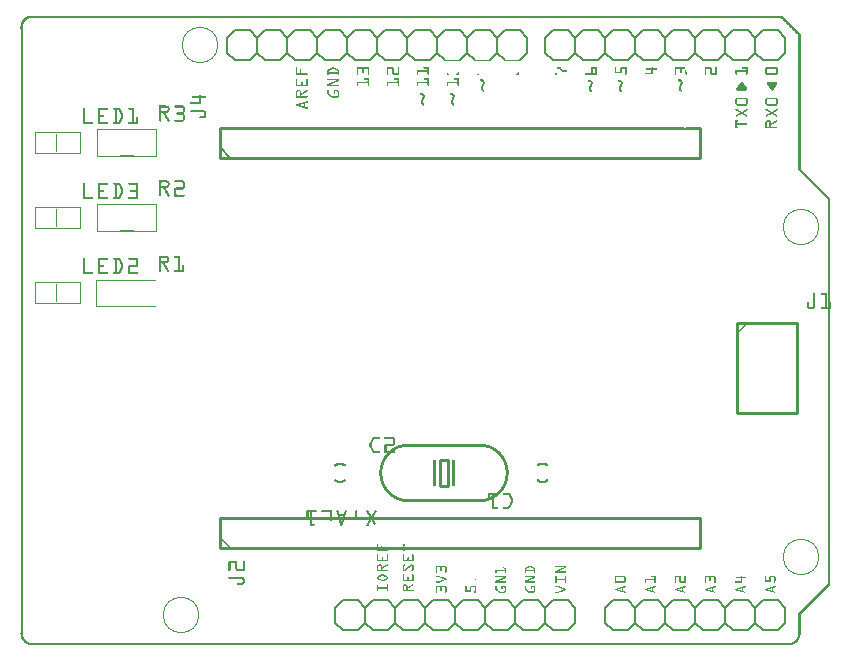
<source format=gto>
G04 MADE WITH FRITZING*
G04 WWW.FRITZING.ORG*
G04 DOUBLE SIDED*
G04 HOLES PLATED*
G04 CONTOUR ON CENTER OF CONTOUR VECTOR*
%ASAXBY*%
%FSLAX23Y23*%
%MOIN*%
%OFA0B0*%
%SFA1.0B1.0*%
%ADD10C,0.121583X0.114639*%
%ADD11R,0.038714X0.096457X0.019029X0.076772*%
%ADD12C,0.009843*%
%ADD13C,0.010000*%
%ADD14C,0.005000*%
%ADD15C,0.006000*%
%ADD16R,0.001000X0.001000*%
%LNSILK1*%
G90*
G70*
G54D10*
X2612Y1399D03*
X2612Y302D03*
X610Y2006D03*
X545Y108D03*
G54D12*
X1407Y624D02*
X1436Y624D01*
X1436Y537D01*
X1407Y537D01*
X1407Y624D01*
D02*
G54D13*
X675Y1631D02*
X2275Y1631D01*
D02*
X2275Y1631D02*
X2275Y1731D01*
D02*
X675Y1731D02*
X675Y1631D01*
G54D14*
D02*
X710Y1631D02*
X675Y1666D01*
G54D15*
D02*
X2285Y156D02*
X2335Y156D01*
D02*
X2335Y156D02*
X2360Y131D01*
D02*
X2360Y131D02*
X2360Y81D01*
D02*
X2360Y81D02*
X2335Y56D01*
D02*
X2360Y131D02*
X2385Y156D01*
D02*
X2385Y156D02*
X2435Y156D01*
D02*
X2435Y156D02*
X2460Y131D01*
D02*
X2460Y131D02*
X2460Y81D01*
D02*
X2460Y81D02*
X2435Y56D01*
D02*
X2435Y56D02*
X2385Y56D01*
D02*
X2385Y56D02*
X2360Y81D01*
D02*
X2160Y131D02*
X2185Y156D01*
D02*
X2185Y156D02*
X2235Y156D01*
D02*
X2235Y156D02*
X2260Y131D01*
D02*
X2260Y131D02*
X2260Y81D01*
D02*
X2260Y81D02*
X2235Y56D01*
D02*
X2235Y56D02*
X2185Y56D01*
D02*
X2185Y56D02*
X2160Y81D01*
D02*
X2285Y156D02*
X2260Y131D01*
D02*
X2260Y81D02*
X2285Y56D01*
D02*
X2335Y56D02*
X2285Y56D01*
D02*
X1985Y156D02*
X2035Y156D01*
D02*
X2035Y156D02*
X2060Y131D01*
D02*
X2060Y131D02*
X2060Y81D01*
D02*
X2060Y81D02*
X2035Y56D01*
D02*
X2060Y131D02*
X2085Y156D01*
D02*
X2085Y156D02*
X2135Y156D01*
D02*
X2135Y156D02*
X2160Y131D01*
D02*
X2160Y131D02*
X2160Y81D01*
D02*
X2160Y81D02*
X2135Y56D01*
D02*
X2135Y56D02*
X2085Y56D01*
D02*
X2085Y56D02*
X2060Y81D01*
D02*
X1960Y131D02*
X1960Y81D01*
D02*
X1985Y156D02*
X1960Y131D01*
D02*
X1960Y81D02*
X1985Y56D01*
D02*
X2035Y56D02*
X1985Y56D01*
D02*
X2485Y156D02*
X2535Y156D01*
D02*
X2535Y156D02*
X2560Y131D01*
D02*
X2560Y131D02*
X2560Y81D01*
D02*
X2560Y81D02*
X2535Y56D01*
D02*
X2485Y156D02*
X2460Y131D01*
D02*
X2460Y81D02*
X2485Y56D01*
D02*
X2535Y56D02*
X2485Y56D01*
D02*
X875Y1956D02*
X825Y1956D01*
D02*
X1075Y1956D02*
X1025Y1956D01*
D02*
X975Y1956D02*
X925Y1956D01*
D02*
X1175Y1956D02*
X1125Y1956D01*
D02*
X1375Y1956D02*
X1325Y1956D01*
D02*
X1275Y1956D02*
X1225Y1956D01*
D02*
X775Y1956D02*
X725Y1956D01*
D02*
X900Y1981D02*
X875Y1956D01*
D02*
X825Y1956D02*
X800Y1981D01*
D02*
X800Y1981D02*
X800Y2031D01*
D02*
X800Y2031D02*
X825Y2056D01*
D02*
X825Y2056D02*
X875Y2056D01*
D02*
X875Y2056D02*
X900Y2031D01*
D02*
X1025Y1956D02*
X1000Y1981D01*
D02*
X1000Y1981D02*
X1000Y2031D01*
D02*
X1000Y2031D02*
X1025Y2056D01*
D02*
X1000Y1981D02*
X975Y1956D01*
D02*
X925Y1956D02*
X900Y1981D01*
D02*
X900Y1981D02*
X900Y2031D01*
D02*
X900Y2031D02*
X925Y2056D01*
D02*
X925Y2056D02*
X975Y2056D01*
D02*
X975Y2056D02*
X1000Y2031D01*
D02*
X1200Y1981D02*
X1175Y1956D01*
D02*
X1125Y1956D02*
X1100Y1981D01*
D02*
X1100Y1981D02*
X1100Y2031D01*
D02*
X1100Y2031D02*
X1125Y2056D01*
D02*
X1125Y2056D02*
X1175Y2056D01*
D02*
X1175Y2056D02*
X1200Y2031D01*
D02*
X1075Y1956D02*
X1100Y1981D01*
D02*
X1100Y2031D02*
X1075Y2056D01*
D02*
X1025Y2056D02*
X1075Y2056D01*
D02*
X1325Y1956D02*
X1300Y1981D01*
D02*
X1300Y1981D02*
X1300Y2031D01*
D02*
X1300Y2031D02*
X1325Y2056D01*
D02*
X1300Y1981D02*
X1275Y1956D01*
D02*
X1225Y1956D02*
X1200Y1981D01*
D02*
X1200Y1981D02*
X1200Y2031D01*
D02*
X1200Y2031D02*
X1225Y2056D01*
D02*
X1225Y2056D02*
X1275Y2056D01*
D02*
X1275Y2056D02*
X1300Y2031D01*
D02*
X1500Y1981D02*
X1475Y1956D01*
D02*
X1425Y1956D02*
X1400Y1981D01*
D02*
X1400Y1981D02*
X1400Y2031D01*
D02*
X1400Y2031D02*
X1425Y2056D01*
D02*
X1425Y2056D02*
X1475Y2056D01*
D02*
X1475Y2056D02*
X1500Y2031D01*
D02*
X1375Y1956D02*
X1400Y1981D01*
D02*
X1400Y2031D02*
X1375Y2056D01*
D02*
X1325Y2056D02*
X1375Y2056D01*
D02*
X1625Y1956D02*
X1600Y1981D01*
D02*
X1600Y1981D02*
X1600Y2031D01*
D02*
X1600Y2031D02*
X1625Y2056D01*
D02*
X1600Y1981D02*
X1575Y1956D01*
D02*
X1525Y1956D02*
X1500Y1981D01*
D02*
X1500Y1981D02*
X1500Y2031D01*
D02*
X1500Y2031D02*
X1525Y2056D01*
D02*
X1525Y2056D02*
X1575Y2056D01*
D02*
X1575Y2056D02*
X1600Y2031D01*
D02*
X1700Y1981D02*
X1700Y2031D01*
D02*
X1675Y1956D02*
X1700Y1981D01*
D02*
X1700Y2031D02*
X1675Y2056D01*
D02*
X1625Y2056D02*
X1675Y2056D01*
D02*
X725Y1956D02*
X700Y1981D01*
D02*
X700Y1981D02*
X700Y2031D01*
D02*
X700Y2031D02*
X725Y2056D01*
D02*
X775Y1956D02*
X800Y1981D01*
D02*
X800Y2031D02*
X775Y2056D01*
D02*
X725Y2056D02*
X775Y2056D01*
D02*
X1935Y1956D02*
X1885Y1956D01*
D02*
X1885Y1956D02*
X1860Y1981D01*
D02*
X1860Y1981D02*
X1860Y2031D01*
D02*
X1860Y2031D02*
X1885Y2056D01*
D02*
X2060Y1981D02*
X2035Y1956D01*
D02*
X2035Y1956D02*
X1985Y1956D01*
D02*
X1985Y1956D02*
X1960Y1981D01*
D02*
X1960Y1981D02*
X1960Y2031D01*
D02*
X1960Y2031D02*
X1985Y2056D01*
D02*
X1985Y2056D02*
X2035Y2056D01*
D02*
X2035Y2056D02*
X2060Y2031D01*
D02*
X1935Y1956D02*
X1960Y1981D01*
D02*
X1960Y2031D02*
X1935Y2056D01*
D02*
X1885Y2056D02*
X1935Y2056D01*
D02*
X2235Y1956D02*
X2185Y1956D01*
D02*
X2185Y1956D02*
X2160Y1981D01*
D02*
X2160Y1981D02*
X2160Y2031D01*
D02*
X2160Y2031D02*
X2185Y2056D01*
D02*
X2160Y1981D02*
X2135Y1956D01*
D02*
X2135Y1956D02*
X2085Y1956D01*
D02*
X2085Y1956D02*
X2060Y1981D01*
D02*
X2060Y1981D02*
X2060Y2031D01*
D02*
X2060Y2031D02*
X2085Y2056D01*
D02*
X2085Y2056D02*
X2135Y2056D01*
D02*
X2135Y2056D02*
X2160Y2031D01*
D02*
X2360Y1981D02*
X2335Y1956D01*
D02*
X2335Y1956D02*
X2285Y1956D01*
D02*
X2285Y1956D02*
X2260Y1981D01*
D02*
X2260Y1981D02*
X2260Y2031D01*
D02*
X2260Y2031D02*
X2285Y2056D01*
D02*
X2285Y2056D02*
X2335Y2056D01*
D02*
X2335Y2056D02*
X2360Y2031D01*
D02*
X2235Y1956D02*
X2260Y1981D01*
D02*
X2260Y2031D02*
X2235Y2056D01*
D02*
X2185Y2056D02*
X2235Y2056D01*
D02*
X2535Y1956D02*
X2485Y1956D01*
D02*
X2485Y1956D02*
X2460Y1981D01*
D02*
X2460Y1981D02*
X2460Y2031D01*
D02*
X2460Y2031D02*
X2485Y2056D01*
D02*
X2460Y1981D02*
X2435Y1956D01*
D02*
X2435Y1956D02*
X2385Y1956D01*
D02*
X2385Y1956D02*
X2360Y1981D01*
D02*
X2360Y1981D02*
X2360Y2031D01*
D02*
X2360Y2031D02*
X2385Y2056D01*
D02*
X2385Y2056D02*
X2435Y2056D01*
D02*
X2435Y2056D02*
X2460Y2031D01*
D02*
X2560Y1981D02*
X2560Y2031D01*
D02*
X2535Y1956D02*
X2560Y1981D01*
D02*
X2560Y2031D02*
X2535Y2056D01*
D02*
X2485Y2056D02*
X2535Y2056D01*
D02*
X1835Y1956D02*
X1785Y1956D01*
D02*
X1785Y1956D02*
X1760Y1981D01*
D02*
X1760Y1981D02*
X1760Y2031D01*
D02*
X1760Y2031D02*
X1785Y2056D01*
D02*
X1835Y1956D02*
X1860Y1981D01*
D02*
X1860Y2031D02*
X1835Y2056D01*
D02*
X1785Y2056D02*
X1835Y2056D01*
D02*
X1685Y156D02*
X1735Y156D01*
D02*
X1735Y156D02*
X1760Y131D01*
D02*
X1760Y131D02*
X1760Y81D01*
D02*
X1760Y81D02*
X1735Y56D01*
D02*
X1560Y131D02*
X1585Y156D01*
D02*
X1585Y156D02*
X1635Y156D01*
D02*
X1635Y156D02*
X1660Y131D01*
D02*
X1660Y131D02*
X1660Y81D01*
D02*
X1660Y81D02*
X1635Y56D01*
D02*
X1635Y56D02*
X1585Y56D01*
D02*
X1585Y56D02*
X1560Y81D01*
D02*
X1685Y156D02*
X1660Y131D01*
D02*
X1660Y81D02*
X1685Y56D01*
D02*
X1735Y56D02*
X1685Y56D01*
D02*
X1385Y156D02*
X1435Y156D01*
D02*
X1435Y156D02*
X1460Y131D01*
D02*
X1460Y131D02*
X1460Y81D01*
D02*
X1460Y81D02*
X1435Y56D01*
D02*
X1460Y131D02*
X1485Y156D01*
D02*
X1485Y156D02*
X1535Y156D01*
D02*
X1535Y156D02*
X1560Y131D01*
D02*
X1560Y131D02*
X1560Y81D01*
D02*
X1560Y81D02*
X1535Y56D01*
D02*
X1535Y56D02*
X1485Y56D01*
D02*
X1485Y56D02*
X1460Y81D01*
D02*
X1260Y131D02*
X1285Y156D01*
D02*
X1285Y156D02*
X1335Y156D01*
D02*
X1335Y156D02*
X1360Y131D01*
D02*
X1360Y131D02*
X1360Y81D01*
D02*
X1360Y81D02*
X1335Y56D01*
D02*
X1335Y56D02*
X1285Y56D01*
D02*
X1285Y56D02*
X1260Y81D01*
D02*
X1385Y156D02*
X1360Y131D01*
D02*
X1360Y81D02*
X1385Y56D01*
D02*
X1435Y56D02*
X1385Y56D01*
D02*
X1085Y156D02*
X1135Y156D01*
D02*
X1135Y156D02*
X1160Y131D01*
D02*
X1160Y131D02*
X1160Y81D01*
D02*
X1160Y81D02*
X1135Y56D01*
D02*
X1160Y131D02*
X1185Y156D01*
D02*
X1185Y156D02*
X1235Y156D01*
D02*
X1235Y156D02*
X1260Y131D01*
D02*
X1260Y131D02*
X1260Y81D01*
D02*
X1260Y81D02*
X1235Y56D01*
D02*
X1235Y56D02*
X1185Y56D01*
D02*
X1185Y56D02*
X1160Y81D01*
D02*
X1060Y131D02*
X1060Y81D01*
D02*
X1085Y156D02*
X1060Y131D01*
D02*
X1060Y81D02*
X1085Y56D01*
D02*
X1135Y56D02*
X1085Y56D01*
D02*
X1785Y156D02*
X1835Y156D01*
D02*
X1835Y156D02*
X1860Y131D01*
D02*
X1860Y131D02*
X1860Y81D01*
D02*
X1860Y81D02*
X1835Y56D01*
D02*
X1785Y156D02*
X1760Y131D01*
D02*
X1760Y81D02*
X1785Y56D01*
D02*
X1835Y56D02*
X1785Y56D01*
G54D13*
D02*
X2400Y1081D02*
X2400Y781D01*
D02*
X2400Y781D02*
X2600Y781D01*
D02*
X2600Y781D02*
X2600Y1081D01*
D02*
X2600Y1081D02*
X2400Y1081D01*
D02*
X675Y331D02*
X2275Y331D01*
D02*
X2275Y331D02*
X2275Y431D01*
D02*
X2275Y431D02*
X675Y431D01*
D02*
X675Y431D02*
X675Y331D01*
G54D16*
X49Y2106D02*
X49Y2106D01*
X41Y2105D02*
X2548Y2105D01*
X37Y2104D02*
X2549Y2104D01*
X35Y2103D02*
X2550Y2103D01*
X33Y2102D02*
X2551Y2102D01*
X31Y2101D02*
X2552Y2101D01*
X29Y2100D02*
X2553Y2100D01*
X27Y2099D02*
X2554Y2099D01*
X26Y2098D02*
X48Y2098D01*
X50Y2098D02*
X2555Y2098D01*
X25Y2097D02*
X41Y2097D01*
X2546Y2097D02*
X2556Y2097D01*
X24Y2096D02*
X38Y2096D01*
X2547Y2096D02*
X2557Y2096D01*
X22Y2095D02*
X35Y2095D01*
X2548Y2095D02*
X2558Y2095D01*
X21Y2094D02*
X33Y2094D01*
X2549Y2094D02*
X2559Y2094D01*
X20Y2093D02*
X32Y2093D01*
X2550Y2093D02*
X2560Y2093D01*
X20Y2092D02*
X30Y2092D01*
X2551Y2092D02*
X2561Y2092D01*
X19Y2091D02*
X29Y2091D01*
X2552Y2091D02*
X2562Y2091D01*
X18Y2090D02*
X28Y2090D01*
X2553Y2090D02*
X2563Y2090D01*
X17Y2089D02*
X27Y2089D01*
X2554Y2089D02*
X2564Y2089D01*
X17Y2088D02*
X26Y2088D01*
X2555Y2088D02*
X2565Y2088D01*
X16Y2087D02*
X25Y2087D01*
X2556Y2087D02*
X2566Y2087D01*
X15Y2086D02*
X24Y2086D01*
X2557Y2086D02*
X2567Y2086D01*
X15Y2085D02*
X23Y2085D01*
X2558Y2085D02*
X2568Y2085D01*
X14Y2084D02*
X23Y2084D01*
X2559Y2084D02*
X2569Y2084D01*
X14Y2083D02*
X22Y2083D01*
X2560Y2083D02*
X2570Y2083D01*
X14Y2082D02*
X21Y2082D01*
X2561Y2082D02*
X2571Y2082D01*
X13Y2081D02*
X21Y2081D01*
X2562Y2081D02*
X2572Y2081D01*
X13Y2080D02*
X20Y2080D01*
X2563Y2080D02*
X2573Y2080D01*
X12Y2079D02*
X20Y2079D01*
X2564Y2079D02*
X2574Y2079D01*
X12Y2078D02*
X19Y2078D01*
X2565Y2078D02*
X2575Y2078D01*
X12Y2077D02*
X19Y2077D01*
X2566Y2077D02*
X2576Y2077D01*
X12Y2076D02*
X19Y2076D01*
X2567Y2076D02*
X2577Y2076D01*
X11Y2075D02*
X18Y2075D01*
X2568Y2075D02*
X2578Y2075D01*
X11Y2074D02*
X18Y2074D01*
X2569Y2074D02*
X2579Y2074D01*
X11Y2073D02*
X18Y2073D01*
X2570Y2073D02*
X2580Y2073D01*
X11Y2072D02*
X18Y2072D01*
X2571Y2072D02*
X2581Y2072D01*
X11Y2071D02*
X18Y2071D01*
X2572Y2071D02*
X2582Y2071D01*
X11Y2070D02*
X17Y2070D01*
X2573Y2070D02*
X2583Y2070D01*
X10Y2069D02*
X17Y2069D01*
X2574Y2069D02*
X2584Y2069D01*
X10Y2068D02*
X17Y2068D01*
X2575Y2068D02*
X2585Y2068D01*
X10Y2067D02*
X17Y2067D01*
X2576Y2067D02*
X2586Y2067D01*
X10Y2066D02*
X17Y2066D01*
X2577Y2066D02*
X2587Y2066D01*
X10Y2065D02*
X17Y2065D01*
X2578Y2065D02*
X2588Y2065D01*
X10Y2064D02*
X17Y2064D01*
X2579Y2064D02*
X2589Y2064D01*
X10Y2063D02*
X18Y2063D01*
X2580Y2063D02*
X2590Y2063D01*
X10Y2062D02*
X18Y2062D01*
X2581Y2062D02*
X2591Y2062D01*
X11Y2061D02*
X18Y2061D01*
X2582Y2061D02*
X2592Y2061D01*
X11Y2060D02*
X18Y2060D01*
X2583Y2060D02*
X2593Y2060D01*
X11Y2059D02*
X18Y2059D01*
X2584Y2059D02*
X2594Y2059D01*
X11Y2058D02*
X18Y2058D01*
X2585Y2058D02*
X2595Y2058D01*
X11Y2057D02*
X18Y2057D01*
X2586Y2057D02*
X2596Y2057D01*
X11Y2056D02*
X18Y2056D01*
X2587Y2056D02*
X2597Y2056D01*
X11Y2055D02*
X18Y2055D01*
X2588Y2055D02*
X2598Y2055D01*
X11Y2054D02*
X18Y2054D01*
X2589Y2054D02*
X2599Y2054D01*
X11Y2053D02*
X18Y2053D01*
X2590Y2053D02*
X2600Y2053D01*
X11Y2052D02*
X18Y2052D01*
X2591Y2052D02*
X2601Y2052D01*
X11Y2051D02*
X18Y2051D01*
X2592Y2051D02*
X2602Y2051D01*
X11Y2050D02*
X18Y2050D01*
X2593Y2050D02*
X2603Y2050D01*
X11Y2049D02*
X18Y2049D01*
X2594Y2049D02*
X2604Y2049D01*
X11Y2048D02*
X18Y2048D01*
X2595Y2048D02*
X2605Y2048D01*
X11Y2047D02*
X18Y2047D01*
X2596Y2047D02*
X2606Y2047D01*
X11Y2046D02*
X18Y2046D01*
X2597Y2046D02*
X2607Y2046D01*
X11Y2045D02*
X18Y2045D01*
X2598Y2045D02*
X2608Y2045D01*
X11Y2044D02*
X18Y2044D01*
X2599Y2044D02*
X2609Y2044D01*
X11Y2043D02*
X18Y2043D01*
X2600Y2043D02*
X2610Y2043D01*
X11Y2042D02*
X18Y2042D01*
X2601Y2042D02*
X2610Y2042D01*
X11Y2041D02*
X18Y2041D01*
X2602Y2041D02*
X2610Y2041D01*
X11Y2040D02*
X18Y2040D01*
X2603Y2040D02*
X2610Y2040D01*
X11Y2039D02*
X18Y2039D01*
X2603Y2039D02*
X2610Y2039D01*
X11Y2038D02*
X18Y2038D01*
X2603Y2038D02*
X2610Y2038D01*
X11Y2037D02*
X18Y2037D01*
X2603Y2037D02*
X2610Y2037D01*
X11Y2036D02*
X18Y2036D01*
X2603Y2036D02*
X2610Y2036D01*
X11Y2035D02*
X18Y2035D01*
X2603Y2035D02*
X2610Y2035D01*
X11Y2034D02*
X18Y2034D01*
X2603Y2034D02*
X2610Y2034D01*
X11Y2033D02*
X18Y2033D01*
X2603Y2033D02*
X2610Y2033D01*
X11Y2032D02*
X18Y2032D01*
X2603Y2032D02*
X2610Y2032D01*
X11Y2031D02*
X18Y2031D01*
X2603Y2031D02*
X2610Y2031D01*
X11Y2030D02*
X18Y2030D01*
X2603Y2030D02*
X2610Y2030D01*
X11Y2029D02*
X18Y2029D01*
X2603Y2029D02*
X2610Y2029D01*
X11Y2028D02*
X18Y2028D01*
X2603Y2028D02*
X2610Y2028D01*
X11Y2027D02*
X18Y2027D01*
X2603Y2027D02*
X2610Y2027D01*
X11Y2026D02*
X18Y2026D01*
X2603Y2026D02*
X2610Y2026D01*
X11Y2025D02*
X18Y2025D01*
X2603Y2025D02*
X2610Y2025D01*
X11Y2024D02*
X18Y2024D01*
X2603Y2024D02*
X2610Y2024D01*
X11Y2023D02*
X18Y2023D01*
X2603Y2023D02*
X2610Y2023D01*
X11Y2022D02*
X18Y2022D01*
X2603Y2022D02*
X2610Y2022D01*
X11Y2021D02*
X18Y2021D01*
X2603Y2021D02*
X2610Y2021D01*
X11Y2020D02*
X18Y2020D01*
X2603Y2020D02*
X2610Y2020D01*
X11Y2019D02*
X18Y2019D01*
X2603Y2019D02*
X2610Y2019D01*
X11Y2018D02*
X18Y2018D01*
X2603Y2018D02*
X2610Y2018D01*
X11Y2017D02*
X18Y2017D01*
X2603Y2017D02*
X2610Y2017D01*
X11Y2016D02*
X18Y2016D01*
X2603Y2016D02*
X2610Y2016D01*
X11Y2015D02*
X18Y2015D01*
X2603Y2015D02*
X2610Y2015D01*
X11Y2014D02*
X18Y2014D01*
X2603Y2014D02*
X2610Y2014D01*
X11Y2013D02*
X18Y2013D01*
X2603Y2013D02*
X2610Y2013D01*
X11Y2012D02*
X18Y2012D01*
X2603Y2012D02*
X2610Y2012D01*
X11Y2011D02*
X18Y2011D01*
X2603Y2011D02*
X2610Y2011D01*
X11Y2010D02*
X18Y2010D01*
X2603Y2010D02*
X2610Y2010D01*
X11Y2009D02*
X18Y2009D01*
X2603Y2009D02*
X2610Y2009D01*
X11Y2008D02*
X18Y2008D01*
X2603Y2008D02*
X2610Y2008D01*
X11Y2007D02*
X18Y2007D01*
X2603Y2007D02*
X2610Y2007D01*
X11Y2006D02*
X18Y2006D01*
X2603Y2006D02*
X2610Y2006D01*
X11Y2005D02*
X18Y2005D01*
X2603Y2005D02*
X2610Y2005D01*
X11Y2004D02*
X18Y2004D01*
X2603Y2004D02*
X2610Y2004D01*
X11Y2003D02*
X18Y2003D01*
X2603Y2003D02*
X2610Y2003D01*
X11Y2002D02*
X18Y2002D01*
X2603Y2002D02*
X2610Y2002D01*
X11Y2001D02*
X18Y2001D01*
X2603Y2001D02*
X2610Y2001D01*
X11Y2000D02*
X18Y2000D01*
X2603Y2000D02*
X2610Y2000D01*
X11Y1999D02*
X18Y1999D01*
X2603Y1999D02*
X2610Y1999D01*
X11Y1998D02*
X18Y1998D01*
X2603Y1998D02*
X2610Y1998D01*
X11Y1997D02*
X18Y1997D01*
X2603Y1997D02*
X2610Y1997D01*
X11Y1996D02*
X18Y1996D01*
X2603Y1996D02*
X2610Y1996D01*
X11Y1995D02*
X18Y1995D01*
X2603Y1995D02*
X2610Y1995D01*
X11Y1994D02*
X18Y1994D01*
X2603Y1994D02*
X2610Y1994D01*
X11Y1993D02*
X18Y1993D01*
X2603Y1993D02*
X2610Y1993D01*
X11Y1992D02*
X18Y1992D01*
X2603Y1992D02*
X2610Y1992D01*
X11Y1991D02*
X18Y1991D01*
X2603Y1991D02*
X2610Y1991D01*
X11Y1990D02*
X18Y1990D01*
X2603Y1990D02*
X2610Y1990D01*
X11Y1989D02*
X18Y1989D01*
X2603Y1989D02*
X2610Y1989D01*
X11Y1988D02*
X18Y1988D01*
X2603Y1988D02*
X2610Y1988D01*
X11Y1987D02*
X18Y1987D01*
X2603Y1987D02*
X2610Y1987D01*
X11Y1986D02*
X18Y1986D01*
X2603Y1986D02*
X2610Y1986D01*
X11Y1985D02*
X18Y1985D01*
X2603Y1985D02*
X2610Y1985D01*
X11Y1984D02*
X18Y1984D01*
X2603Y1984D02*
X2610Y1984D01*
X11Y1983D02*
X18Y1983D01*
X2603Y1983D02*
X2610Y1983D01*
X11Y1982D02*
X18Y1982D01*
X2603Y1982D02*
X2610Y1982D01*
X11Y1981D02*
X18Y1981D01*
X2603Y1981D02*
X2610Y1981D01*
X11Y1980D02*
X18Y1980D01*
X2603Y1980D02*
X2610Y1980D01*
X11Y1979D02*
X18Y1979D01*
X2603Y1979D02*
X2610Y1979D01*
X11Y1978D02*
X18Y1978D01*
X2603Y1978D02*
X2610Y1978D01*
X11Y1977D02*
X18Y1977D01*
X2603Y1977D02*
X2610Y1977D01*
X11Y1976D02*
X18Y1976D01*
X2603Y1976D02*
X2610Y1976D01*
X11Y1975D02*
X18Y1975D01*
X2603Y1975D02*
X2610Y1975D01*
X11Y1974D02*
X18Y1974D01*
X2603Y1974D02*
X2610Y1974D01*
X11Y1973D02*
X18Y1973D01*
X2603Y1973D02*
X2610Y1973D01*
X11Y1972D02*
X18Y1972D01*
X2603Y1972D02*
X2610Y1972D01*
X11Y1971D02*
X18Y1971D01*
X2603Y1971D02*
X2610Y1971D01*
X11Y1970D02*
X18Y1970D01*
X2603Y1970D02*
X2610Y1970D01*
X11Y1969D02*
X18Y1969D01*
X2603Y1969D02*
X2610Y1969D01*
X11Y1968D02*
X18Y1968D01*
X2603Y1968D02*
X2610Y1968D01*
X11Y1967D02*
X18Y1967D01*
X2603Y1967D02*
X2610Y1967D01*
X11Y1966D02*
X18Y1966D01*
X2603Y1966D02*
X2610Y1966D01*
X11Y1965D02*
X18Y1965D01*
X2603Y1965D02*
X2610Y1965D01*
X11Y1964D02*
X18Y1964D01*
X2603Y1964D02*
X2610Y1964D01*
X11Y1963D02*
X18Y1963D01*
X2603Y1963D02*
X2610Y1963D01*
X11Y1962D02*
X18Y1962D01*
X2603Y1962D02*
X2610Y1962D01*
X11Y1961D02*
X18Y1961D01*
X2603Y1961D02*
X2610Y1961D01*
X11Y1960D02*
X18Y1960D01*
X2603Y1960D02*
X2610Y1960D01*
X11Y1959D02*
X18Y1959D01*
X2603Y1959D02*
X2610Y1959D01*
X11Y1958D02*
X18Y1958D01*
X1424Y1958D02*
X1477Y1958D01*
X1524Y1958D02*
X1577Y1958D01*
X1624Y1958D02*
X1677Y1958D01*
X2603Y1958D02*
X2610Y1958D01*
X11Y1957D02*
X18Y1957D01*
X1423Y1957D02*
X1477Y1957D01*
X1523Y1957D02*
X1577Y1957D01*
X1623Y1957D02*
X1677Y1957D01*
X2603Y1957D02*
X2610Y1957D01*
X11Y1956D02*
X18Y1956D01*
X1423Y1956D02*
X1478Y1956D01*
X1523Y1956D02*
X1578Y1956D01*
X1623Y1956D02*
X1678Y1956D01*
X2603Y1956D02*
X2610Y1956D01*
X11Y1955D02*
X18Y1955D01*
X1423Y1955D02*
X1445Y1955D01*
X1455Y1955D02*
X1478Y1955D01*
X1523Y1955D02*
X1548Y1955D01*
X1552Y1955D02*
X1578Y1955D01*
X1623Y1955D02*
X1648Y1955D01*
X1651Y1955D02*
X1678Y1955D01*
X2603Y1955D02*
X2610Y1955D01*
X11Y1954D02*
X18Y1954D01*
X1423Y1954D02*
X1442Y1954D01*
X1458Y1954D02*
X1477Y1954D01*
X1523Y1954D02*
X1543Y1954D01*
X1557Y1954D02*
X1577Y1954D01*
X1623Y1954D02*
X1643Y1954D01*
X1656Y1954D02*
X1677Y1954D01*
X2603Y1954D02*
X2610Y1954D01*
X11Y1953D02*
X18Y1953D01*
X1425Y1953D02*
X1440Y1953D01*
X1461Y1953D02*
X1476Y1953D01*
X1525Y1953D02*
X1540Y1953D01*
X1560Y1953D02*
X1576Y1953D01*
X1625Y1953D02*
X1640Y1953D01*
X1659Y1953D02*
X1676Y1953D01*
X2603Y1953D02*
X2610Y1953D01*
X11Y1952D02*
X18Y1952D01*
X2603Y1952D02*
X2610Y1952D01*
X11Y1951D02*
X18Y1951D01*
X2603Y1951D02*
X2610Y1951D01*
X11Y1950D02*
X18Y1950D01*
X2603Y1950D02*
X2610Y1950D01*
X11Y1949D02*
X18Y1949D01*
X2603Y1949D02*
X2610Y1949D01*
X11Y1948D02*
X18Y1948D01*
X2603Y1948D02*
X2610Y1948D01*
X11Y1947D02*
X18Y1947D01*
X2603Y1947D02*
X2610Y1947D01*
X11Y1946D02*
X18Y1946D01*
X2603Y1946D02*
X2610Y1946D01*
X11Y1945D02*
X18Y1945D01*
X2603Y1945D02*
X2610Y1945D01*
X11Y1944D02*
X18Y1944D01*
X2603Y1944D02*
X2610Y1944D01*
X11Y1943D02*
X18Y1943D01*
X2603Y1943D02*
X2610Y1943D01*
X11Y1942D02*
X18Y1942D01*
X2603Y1942D02*
X2610Y1942D01*
X11Y1941D02*
X18Y1941D01*
X2603Y1941D02*
X2610Y1941D01*
X11Y1940D02*
X18Y1940D01*
X2603Y1940D02*
X2610Y1940D01*
X11Y1939D02*
X18Y1939D01*
X2603Y1939D02*
X2610Y1939D01*
X11Y1938D02*
X18Y1938D01*
X2603Y1938D02*
X2610Y1938D01*
X11Y1937D02*
X18Y1937D01*
X2603Y1937D02*
X2610Y1937D01*
X11Y1936D02*
X18Y1936D01*
X2603Y1936D02*
X2610Y1936D01*
X11Y1935D02*
X18Y1935D01*
X2603Y1935D02*
X2610Y1935D01*
X11Y1934D02*
X18Y1934D01*
X2603Y1934D02*
X2610Y1934D01*
X11Y1933D02*
X18Y1933D01*
X1135Y1933D02*
X1149Y1933D01*
X1155Y1933D02*
X1169Y1933D01*
X1235Y1933D02*
X1251Y1933D01*
X1268Y1933D02*
X1271Y1933D01*
X1355Y1933D02*
X1371Y1933D01*
X1800Y1933D02*
X1809Y1933D01*
X1915Y1933D02*
X1931Y1933D01*
X1993Y1933D02*
X1995Y1933D01*
X2012Y1933D02*
X2029Y1933D01*
X2195Y1933D02*
X2209Y1933D01*
X2214Y1933D02*
X2225Y1933D01*
X2295Y1933D02*
X2311Y1933D01*
X2328Y1933D02*
X2331Y1933D01*
X2417Y1933D02*
X2433Y1933D01*
X2497Y1933D02*
X2531Y1933D01*
X2603Y1933D02*
X2610Y1933D01*
X11Y1932D02*
X18Y1932D01*
X929Y1932D02*
X932Y1932D01*
X1050Y1932D02*
X1056Y1932D01*
X1134Y1932D02*
X1151Y1932D01*
X1153Y1932D02*
X1170Y1932D01*
X1234Y1932D02*
X1253Y1932D01*
X1268Y1932D02*
X1272Y1932D01*
X1354Y1932D02*
X1372Y1932D01*
X1800Y1932D02*
X1810Y1932D01*
X1914Y1932D02*
X1931Y1932D01*
X1992Y1932D02*
X1996Y1932D01*
X2011Y1932D02*
X2030Y1932D01*
X2115Y1932D02*
X2117Y1932D01*
X2193Y1932D02*
X2211Y1932D01*
X2213Y1932D02*
X2225Y1932D01*
X2293Y1932D02*
X2312Y1932D01*
X2327Y1932D02*
X2331Y1932D01*
X2416Y1932D02*
X2434Y1932D01*
X2496Y1932D02*
X2532Y1932D01*
X2603Y1932D02*
X2610Y1932D01*
X11Y1931D02*
X18Y1931D01*
X929Y1931D02*
X932Y1931D01*
X1047Y1931D02*
X1058Y1931D01*
X1133Y1931D02*
X1171Y1931D01*
X1233Y1931D02*
X1253Y1931D01*
X1268Y1931D02*
X1272Y1931D01*
X1354Y1931D02*
X1372Y1931D01*
X1800Y1931D02*
X1810Y1931D01*
X1914Y1931D02*
X1932Y1931D01*
X1992Y1931D02*
X1996Y1931D01*
X2010Y1931D02*
X2031Y1931D01*
X2114Y1931D02*
X2118Y1931D01*
X2193Y1931D02*
X2225Y1931D01*
X2293Y1931D02*
X2313Y1931D01*
X2327Y1931D02*
X2331Y1931D01*
X2416Y1931D02*
X2434Y1931D01*
X2495Y1931D02*
X2533Y1931D01*
X2603Y1931D02*
X2610Y1931D01*
X11Y1930D02*
X18Y1930D01*
X928Y1930D02*
X933Y1930D01*
X1045Y1930D02*
X1060Y1930D01*
X1133Y1930D02*
X1171Y1930D01*
X1232Y1930D02*
X1254Y1930D01*
X1268Y1930D02*
X1272Y1930D01*
X1354Y1930D02*
X1372Y1930D01*
X1800Y1930D02*
X1811Y1930D01*
X1914Y1930D02*
X1932Y1930D01*
X1992Y1930D02*
X1996Y1930D01*
X2010Y1930D02*
X2031Y1930D01*
X2114Y1930D02*
X2118Y1930D01*
X2192Y1930D02*
X2225Y1930D01*
X2292Y1930D02*
X2313Y1930D01*
X2327Y1930D02*
X2331Y1930D01*
X2417Y1930D02*
X2434Y1930D01*
X2494Y1930D02*
X2533Y1930D01*
X2603Y1930D02*
X2610Y1930D01*
X11Y1929D02*
X18Y1929D01*
X928Y1929D02*
X933Y1929D01*
X1043Y1929D02*
X1062Y1929D01*
X1132Y1929D02*
X1172Y1929D01*
X1232Y1929D02*
X1254Y1929D01*
X1268Y1929D02*
X1272Y1929D01*
X1355Y1929D02*
X1372Y1929D01*
X1800Y1929D02*
X1812Y1929D01*
X1914Y1929D02*
X1932Y1929D01*
X1992Y1929D02*
X1996Y1929D01*
X2010Y1929D02*
X2031Y1929D01*
X2097Y1929D02*
X2131Y1929D01*
X2192Y1929D02*
X2225Y1929D01*
X2292Y1929D02*
X2314Y1929D01*
X2327Y1929D02*
X2331Y1929D01*
X2417Y1929D02*
X2434Y1929D01*
X2494Y1929D02*
X2534Y1929D01*
X2603Y1929D02*
X2610Y1929D01*
X11Y1928D02*
X18Y1928D01*
X928Y1928D02*
X933Y1928D01*
X1041Y1928D02*
X1064Y1928D01*
X1132Y1928D02*
X1137Y1928D01*
X1148Y1928D02*
X1156Y1928D01*
X1167Y1928D02*
X1172Y1928D01*
X1232Y1928D02*
X1236Y1928D01*
X1250Y1928D02*
X1254Y1928D01*
X1268Y1928D02*
X1272Y1928D01*
X1367Y1928D02*
X1372Y1928D01*
X1807Y1928D02*
X1813Y1928D01*
X1914Y1928D02*
X1918Y1928D01*
X1927Y1928D02*
X1932Y1928D01*
X1992Y1928D02*
X1996Y1928D01*
X2010Y1928D02*
X2014Y1928D01*
X2027Y1928D02*
X2031Y1928D01*
X2096Y1928D02*
X2131Y1928D01*
X2192Y1928D02*
X2196Y1928D01*
X2208Y1928D02*
X2215Y1928D01*
X2292Y1928D02*
X2296Y1928D01*
X2309Y1928D02*
X2314Y1928D01*
X2327Y1928D02*
X2331Y1928D01*
X2430Y1928D02*
X2434Y1928D01*
X2494Y1928D02*
X2498Y1928D01*
X2530Y1928D02*
X2534Y1928D01*
X2603Y1928D02*
X2610Y1928D01*
X11Y1927D02*
X18Y1927D01*
X928Y1927D02*
X933Y1927D01*
X943Y1927D02*
X945Y1927D01*
X1039Y1927D02*
X1050Y1927D01*
X1055Y1927D02*
X1066Y1927D01*
X1132Y1927D02*
X1136Y1927D01*
X1149Y1927D02*
X1155Y1927D01*
X1168Y1927D02*
X1172Y1927D01*
X1232Y1927D02*
X1236Y1927D01*
X1250Y1927D02*
X1254Y1927D01*
X1268Y1927D02*
X1272Y1927D01*
X1367Y1927D02*
X1372Y1927D01*
X1808Y1927D02*
X1814Y1927D01*
X1914Y1927D02*
X1918Y1927D01*
X1927Y1927D02*
X1932Y1927D01*
X1992Y1927D02*
X1996Y1927D01*
X2010Y1927D02*
X2014Y1927D01*
X2027Y1927D02*
X2031Y1927D01*
X2096Y1927D02*
X2131Y1927D01*
X2192Y1927D02*
X2196Y1927D01*
X2209Y1927D02*
X2214Y1927D01*
X2292Y1927D02*
X2296Y1927D01*
X2309Y1927D02*
X2314Y1927D01*
X2327Y1927D02*
X2331Y1927D01*
X2430Y1927D02*
X2434Y1927D01*
X2494Y1927D02*
X2498Y1927D01*
X2530Y1927D02*
X2534Y1927D01*
X2603Y1927D02*
X2610Y1927D01*
X11Y1926D02*
X18Y1926D01*
X928Y1926D02*
X933Y1926D01*
X942Y1926D02*
X946Y1926D01*
X1037Y1926D02*
X1048Y1926D01*
X1058Y1926D02*
X1068Y1926D01*
X1132Y1926D02*
X1136Y1926D01*
X1150Y1926D02*
X1154Y1926D01*
X1168Y1926D02*
X1172Y1926D01*
X1232Y1926D02*
X1236Y1926D01*
X1250Y1926D02*
X1254Y1926D01*
X1268Y1926D02*
X1272Y1926D01*
X1367Y1926D02*
X1372Y1926D01*
X1809Y1926D02*
X1815Y1926D01*
X1914Y1926D02*
X1918Y1926D01*
X1927Y1926D02*
X1932Y1926D01*
X1992Y1926D02*
X1996Y1926D01*
X2010Y1926D02*
X2014Y1926D01*
X2027Y1926D02*
X2031Y1926D01*
X2097Y1926D02*
X2131Y1926D01*
X2192Y1926D02*
X2196Y1926D01*
X2209Y1926D02*
X2214Y1926D01*
X2292Y1926D02*
X2296Y1926D01*
X2309Y1926D02*
X2314Y1926D01*
X2327Y1926D02*
X2331Y1926D01*
X2430Y1926D02*
X2434Y1926D01*
X2494Y1926D02*
X2498Y1926D01*
X2530Y1926D02*
X2534Y1926D01*
X2603Y1926D02*
X2610Y1926D01*
X11Y1925D02*
X18Y1925D01*
X928Y1925D02*
X933Y1925D01*
X942Y1925D02*
X946Y1925D01*
X1036Y1925D02*
X1046Y1925D01*
X1060Y1925D02*
X1070Y1925D01*
X1132Y1925D02*
X1136Y1925D01*
X1150Y1925D02*
X1154Y1925D01*
X1168Y1925D02*
X1172Y1925D01*
X1232Y1925D02*
X1236Y1925D01*
X1250Y1925D02*
X1254Y1925D01*
X1268Y1925D02*
X1272Y1925D01*
X1367Y1925D02*
X1372Y1925D01*
X1810Y1925D02*
X1816Y1925D01*
X1914Y1925D02*
X1918Y1925D01*
X1927Y1925D02*
X1932Y1925D01*
X1992Y1925D02*
X1996Y1925D01*
X2010Y1925D02*
X2014Y1925D01*
X2027Y1925D02*
X2031Y1925D01*
X2098Y1925D02*
X2130Y1925D01*
X2192Y1925D02*
X2196Y1925D01*
X2209Y1925D02*
X2214Y1925D01*
X2292Y1925D02*
X2296Y1925D01*
X2309Y1925D02*
X2314Y1925D01*
X2327Y1925D02*
X2331Y1925D01*
X2430Y1925D02*
X2434Y1925D01*
X2494Y1925D02*
X2498Y1925D01*
X2530Y1925D02*
X2534Y1925D01*
X2603Y1925D02*
X2610Y1925D01*
X11Y1924D02*
X18Y1924D01*
X928Y1924D02*
X933Y1924D01*
X942Y1924D02*
X946Y1924D01*
X1035Y1924D02*
X1044Y1924D01*
X1061Y1924D02*
X1071Y1924D01*
X1132Y1924D02*
X1136Y1924D01*
X1150Y1924D02*
X1154Y1924D01*
X1168Y1924D02*
X1172Y1924D01*
X1232Y1924D02*
X1236Y1924D01*
X1250Y1924D02*
X1254Y1924D01*
X1268Y1924D02*
X1272Y1924D01*
X1367Y1924D02*
X1372Y1924D01*
X1810Y1924D02*
X1816Y1924D01*
X1914Y1924D02*
X1918Y1924D01*
X1927Y1924D02*
X1932Y1924D01*
X1992Y1924D02*
X1996Y1924D01*
X2010Y1924D02*
X2014Y1924D01*
X2027Y1924D02*
X2031Y1924D01*
X2114Y1924D02*
X2118Y1924D01*
X2192Y1924D02*
X2196Y1924D01*
X2209Y1924D02*
X2214Y1924D01*
X2292Y1924D02*
X2296Y1924D01*
X2309Y1924D02*
X2314Y1924D01*
X2327Y1924D02*
X2331Y1924D01*
X2430Y1924D02*
X2434Y1924D01*
X2494Y1924D02*
X2498Y1924D01*
X2530Y1924D02*
X2534Y1924D01*
X2603Y1924D02*
X2610Y1924D01*
X11Y1923D02*
X18Y1923D01*
X928Y1923D02*
X933Y1923D01*
X942Y1923D02*
X946Y1923D01*
X1034Y1923D02*
X1042Y1923D01*
X1063Y1923D02*
X1071Y1923D01*
X1132Y1923D02*
X1136Y1923D01*
X1150Y1923D02*
X1154Y1923D01*
X1168Y1923D02*
X1172Y1923D01*
X1232Y1923D02*
X1236Y1923D01*
X1250Y1923D02*
X1254Y1923D01*
X1268Y1923D02*
X1272Y1923D01*
X1332Y1923D02*
X1372Y1923D01*
X1811Y1923D02*
X1830Y1923D01*
X1914Y1923D02*
X1918Y1923D01*
X1927Y1923D02*
X1932Y1923D01*
X1992Y1923D02*
X1996Y1923D01*
X2010Y1923D02*
X2014Y1923D01*
X2027Y1923D02*
X2031Y1923D01*
X2114Y1923D02*
X2118Y1923D01*
X2192Y1923D02*
X2196Y1923D01*
X2209Y1923D02*
X2214Y1923D01*
X2292Y1923D02*
X2296Y1923D01*
X2309Y1923D02*
X2314Y1923D01*
X2327Y1923D02*
X2331Y1923D01*
X2394Y1923D02*
X2434Y1923D01*
X2494Y1923D02*
X2498Y1923D01*
X2530Y1923D02*
X2534Y1923D01*
X2603Y1923D02*
X2610Y1923D01*
X11Y1922D02*
X18Y1922D01*
X928Y1922D02*
X933Y1922D01*
X942Y1922D02*
X946Y1922D01*
X1034Y1922D02*
X1040Y1922D01*
X1065Y1922D02*
X1072Y1922D01*
X1132Y1922D02*
X1136Y1922D01*
X1150Y1922D02*
X1154Y1922D01*
X1168Y1922D02*
X1172Y1922D01*
X1232Y1922D02*
X1236Y1922D01*
X1250Y1922D02*
X1254Y1922D01*
X1268Y1922D02*
X1272Y1922D01*
X1332Y1922D02*
X1372Y1922D01*
X1812Y1922D02*
X1831Y1922D01*
X1914Y1922D02*
X1918Y1922D01*
X1927Y1922D02*
X1932Y1922D01*
X1992Y1922D02*
X1996Y1922D01*
X2010Y1922D02*
X2014Y1922D01*
X2027Y1922D02*
X2031Y1922D01*
X2114Y1922D02*
X2118Y1922D01*
X2192Y1922D02*
X2196Y1922D01*
X2209Y1922D02*
X2214Y1922D01*
X2227Y1922D02*
X2227Y1922D01*
X2292Y1922D02*
X2296Y1922D01*
X2309Y1922D02*
X2314Y1922D01*
X2327Y1922D02*
X2331Y1922D01*
X2394Y1922D02*
X2434Y1922D01*
X2494Y1922D02*
X2498Y1922D01*
X2530Y1922D02*
X2534Y1922D01*
X2603Y1922D02*
X2610Y1922D01*
X11Y1921D02*
X18Y1921D01*
X928Y1921D02*
X933Y1921D01*
X942Y1921D02*
X946Y1921D01*
X1033Y1921D02*
X1038Y1921D01*
X1067Y1921D02*
X1072Y1921D01*
X1132Y1921D02*
X1136Y1921D01*
X1150Y1921D02*
X1154Y1921D01*
X1168Y1921D02*
X1172Y1921D01*
X1232Y1921D02*
X1236Y1921D01*
X1250Y1921D02*
X1254Y1921D01*
X1268Y1921D02*
X1272Y1921D01*
X1332Y1921D02*
X1372Y1921D01*
X1813Y1921D02*
X1831Y1921D01*
X1914Y1921D02*
X1918Y1921D01*
X1927Y1921D02*
X1932Y1921D01*
X1992Y1921D02*
X1996Y1921D01*
X2010Y1921D02*
X2014Y1921D01*
X2027Y1921D02*
X2031Y1921D01*
X2114Y1921D02*
X2118Y1921D01*
X2192Y1921D02*
X2196Y1921D01*
X2209Y1921D02*
X2214Y1921D01*
X2227Y1921D02*
X2227Y1921D01*
X2292Y1921D02*
X2296Y1921D01*
X2309Y1921D02*
X2314Y1921D01*
X2327Y1921D02*
X2331Y1921D01*
X2394Y1921D02*
X2434Y1921D01*
X2494Y1921D02*
X2498Y1921D01*
X2530Y1921D02*
X2534Y1921D01*
X2603Y1921D02*
X2610Y1921D01*
X11Y1920D02*
X18Y1920D01*
X928Y1920D02*
X933Y1920D01*
X942Y1920D02*
X946Y1920D01*
X1033Y1920D02*
X1037Y1920D01*
X1068Y1920D02*
X1072Y1920D01*
X1132Y1920D02*
X1136Y1920D01*
X1150Y1920D02*
X1154Y1920D01*
X1168Y1920D02*
X1172Y1920D01*
X1232Y1920D02*
X1236Y1920D01*
X1250Y1920D02*
X1254Y1920D01*
X1268Y1920D02*
X1272Y1920D01*
X1332Y1920D02*
X1372Y1920D01*
X1672Y1920D02*
X1672Y1920D01*
X1814Y1920D02*
X1831Y1920D01*
X1914Y1920D02*
X1918Y1920D01*
X1927Y1920D02*
X1932Y1920D01*
X1992Y1920D02*
X1996Y1920D01*
X2010Y1920D02*
X2014Y1920D01*
X2027Y1920D02*
X2031Y1920D01*
X2114Y1920D02*
X2118Y1920D01*
X2192Y1920D02*
X2196Y1920D01*
X2209Y1920D02*
X2214Y1920D01*
X2227Y1920D02*
X2228Y1920D01*
X2292Y1920D02*
X2296Y1920D01*
X2309Y1920D02*
X2314Y1920D01*
X2327Y1920D02*
X2331Y1920D01*
X2394Y1920D02*
X2434Y1920D01*
X2494Y1920D02*
X2498Y1920D01*
X2530Y1920D02*
X2534Y1920D01*
X2603Y1920D02*
X2610Y1920D01*
X11Y1919D02*
X18Y1919D01*
X928Y1919D02*
X933Y1919D01*
X942Y1919D02*
X946Y1919D01*
X1033Y1919D02*
X1037Y1919D01*
X1068Y1919D02*
X1073Y1919D01*
X1132Y1919D02*
X1136Y1919D01*
X1150Y1919D02*
X1154Y1919D01*
X1168Y1919D02*
X1172Y1919D01*
X1232Y1919D02*
X1236Y1919D01*
X1250Y1919D02*
X1254Y1919D01*
X1268Y1919D02*
X1272Y1919D01*
X1332Y1919D02*
X1372Y1919D01*
X1472Y1919D02*
X1472Y1919D01*
X1672Y1919D02*
X1672Y1919D01*
X1815Y1919D02*
X1831Y1919D01*
X1914Y1919D02*
X1918Y1919D01*
X1927Y1919D02*
X1932Y1919D01*
X1992Y1919D02*
X1996Y1919D01*
X2010Y1919D02*
X2014Y1919D01*
X2027Y1919D02*
X2031Y1919D01*
X2114Y1919D02*
X2118Y1919D01*
X2192Y1919D02*
X2196Y1919D01*
X2209Y1919D02*
X2214Y1919D01*
X2227Y1919D02*
X2228Y1919D01*
X2292Y1919D02*
X2296Y1919D01*
X2309Y1919D02*
X2314Y1919D01*
X2327Y1919D02*
X2331Y1919D01*
X2394Y1919D02*
X2434Y1919D01*
X2494Y1919D02*
X2498Y1919D01*
X2530Y1919D02*
X2534Y1919D01*
X2603Y1919D02*
X2610Y1919D01*
X11Y1918D02*
X18Y1918D01*
X928Y1918D02*
X933Y1918D01*
X942Y1918D02*
X946Y1918D01*
X1033Y1918D02*
X1037Y1918D01*
X1068Y1918D02*
X1073Y1918D01*
X1132Y1918D02*
X1136Y1918D01*
X1150Y1918D02*
X1154Y1918D01*
X1168Y1918D02*
X1172Y1918D01*
X1232Y1918D02*
X1236Y1918D01*
X1250Y1918D02*
X1254Y1918D01*
X1268Y1918D02*
X1272Y1918D01*
X1332Y1918D02*
X1337Y1918D01*
X1367Y1918D02*
X1372Y1918D01*
X1472Y1918D02*
X1472Y1918D01*
X1671Y1918D02*
X1672Y1918D01*
X1796Y1918D02*
X1796Y1918D01*
X1914Y1918D02*
X1918Y1918D01*
X1927Y1918D02*
X1932Y1918D01*
X1992Y1918D02*
X2014Y1918D01*
X2027Y1918D02*
X2031Y1918D01*
X2114Y1918D02*
X2118Y1918D01*
X2192Y1918D02*
X2196Y1918D01*
X2209Y1918D02*
X2214Y1918D01*
X2227Y1918D02*
X2229Y1918D01*
X2292Y1918D02*
X2296Y1918D01*
X2309Y1918D02*
X2314Y1918D01*
X2327Y1918D02*
X2331Y1918D01*
X2394Y1918D02*
X2399Y1918D01*
X2429Y1918D02*
X2434Y1918D01*
X2494Y1918D02*
X2498Y1918D01*
X2530Y1918D02*
X2534Y1918D01*
X2603Y1918D02*
X2610Y1918D01*
X11Y1917D02*
X18Y1917D01*
X928Y1917D02*
X933Y1917D01*
X942Y1917D02*
X946Y1917D01*
X1033Y1917D02*
X1073Y1917D01*
X1132Y1917D02*
X1136Y1917D01*
X1150Y1917D02*
X1154Y1917D01*
X1168Y1917D02*
X1172Y1917D01*
X1232Y1917D02*
X1236Y1917D01*
X1250Y1917D02*
X1254Y1917D01*
X1268Y1917D02*
X1272Y1917D01*
X1332Y1917D02*
X1336Y1917D01*
X1367Y1917D02*
X1372Y1917D01*
X1471Y1917D02*
X1472Y1917D01*
X1671Y1917D02*
X1672Y1917D01*
X1796Y1917D02*
X1796Y1917D01*
X1914Y1917D02*
X1918Y1917D01*
X1927Y1917D02*
X1932Y1917D01*
X1992Y1917D02*
X2014Y1917D01*
X2027Y1917D02*
X2031Y1917D01*
X2114Y1917D02*
X2118Y1917D01*
X2192Y1917D02*
X2196Y1917D01*
X2209Y1917D02*
X2214Y1917D01*
X2227Y1917D02*
X2229Y1917D01*
X2292Y1917D02*
X2296Y1917D01*
X2309Y1917D02*
X2314Y1917D01*
X2327Y1917D02*
X2331Y1917D01*
X2394Y1917D02*
X2398Y1917D01*
X2430Y1917D02*
X2434Y1917D01*
X2494Y1917D02*
X2498Y1917D01*
X2530Y1917D02*
X2534Y1917D01*
X2603Y1917D02*
X2610Y1917D01*
X11Y1916D02*
X18Y1916D01*
X928Y1916D02*
X933Y1916D01*
X942Y1916D02*
X946Y1916D01*
X1033Y1916D02*
X1073Y1916D01*
X1132Y1916D02*
X1136Y1916D01*
X1150Y1916D02*
X1154Y1916D01*
X1168Y1916D02*
X1172Y1916D01*
X1232Y1916D02*
X1236Y1916D01*
X1250Y1916D02*
X1254Y1916D01*
X1268Y1916D02*
X1272Y1916D01*
X1332Y1916D02*
X1336Y1916D01*
X1367Y1916D02*
X1372Y1916D01*
X1470Y1916D02*
X1472Y1916D01*
X1670Y1916D02*
X1672Y1916D01*
X1795Y1916D02*
X1796Y1916D01*
X1914Y1916D02*
X1918Y1916D01*
X1927Y1916D02*
X1932Y1916D01*
X1992Y1916D02*
X2014Y1916D01*
X2027Y1916D02*
X2031Y1916D01*
X2114Y1916D02*
X2118Y1916D01*
X2192Y1916D02*
X2196Y1916D01*
X2209Y1916D02*
X2214Y1916D01*
X2227Y1916D02*
X2230Y1916D01*
X2292Y1916D02*
X2296Y1916D01*
X2309Y1916D02*
X2314Y1916D01*
X2327Y1916D02*
X2331Y1916D01*
X2394Y1916D02*
X2398Y1916D01*
X2430Y1916D02*
X2434Y1916D01*
X2494Y1916D02*
X2498Y1916D01*
X2530Y1916D02*
X2534Y1916D01*
X2603Y1916D02*
X2610Y1916D01*
X11Y1915D02*
X18Y1915D01*
X928Y1915D02*
X933Y1915D01*
X942Y1915D02*
X946Y1915D01*
X1033Y1915D02*
X1073Y1915D01*
X1132Y1915D02*
X1136Y1915D01*
X1150Y1915D02*
X1154Y1915D01*
X1168Y1915D02*
X1172Y1915D01*
X1232Y1915D02*
X1236Y1915D01*
X1250Y1915D02*
X1254Y1915D01*
X1268Y1915D02*
X1272Y1915D01*
X1332Y1915D02*
X1336Y1915D01*
X1367Y1915D02*
X1372Y1915D01*
X1470Y1915D02*
X1472Y1915D01*
X1669Y1915D02*
X1672Y1915D01*
X1794Y1915D02*
X1796Y1915D01*
X1893Y1915D02*
X1895Y1915D01*
X1914Y1915D02*
X1918Y1915D01*
X1927Y1915D02*
X1932Y1915D01*
X1992Y1915D02*
X2014Y1915D01*
X2027Y1915D02*
X2031Y1915D01*
X2114Y1915D02*
X2118Y1915D01*
X2192Y1915D02*
X2196Y1915D01*
X2210Y1915D02*
X2214Y1915D01*
X2227Y1915D02*
X2231Y1915D01*
X2292Y1915D02*
X2296Y1915D01*
X2309Y1915D02*
X2314Y1915D01*
X2327Y1915D02*
X2331Y1915D01*
X2394Y1915D02*
X2398Y1915D01*
X2430Y1915D02*
X2434Y1915D01*
X2494Y1915D02*
X2498Y1915D01*
X2530Y1915D02*
X2534Y1915D01*
X2603Y1915D02*
X2610Y1915D01*
X11Y1914D02*
X18Y1914D01*
X928Y1914D02*
X933Y1914D01*
X942Y1914D02*
X946Y1914D01*
X1033Y1914D02*
X1073Y1914D01*
X1132Y1914D02*
X1136Y1914D01*
X1150Y1914D02*
X1154Y1914D01*
X1168Y1914D02*
X1172Y1914D01*
X1232Y1914D02*
X1236Y1914D01*
X1250Y1914D02*
X1254Y1914D01*
X1268Y1914D02*
X1272Y1914D01*
X1332Y1914D02*
X1336Y1914D01*
X1367Y1914D02*
X1372Y1914D01*
X1432Y1914D02*
X1432Y1914D01*
X1469Y1914D02*
X1472Y1914D01*
X1668Y1914D02*
X1672Y1914D01*
X1794Y1914D02*
X1796Y1914D01*
X1892Y1914D02*
X1896Y1914D01*
X1914Y1914D02*
X1918Y1914D01*
X1927Y1914D02*
X1932Y1914D01*
X1992Y1914D02*
X2014Y1914D01*
X2026Y1914D02*
X2031Y1914D01*
X2093Y1914D02*
X2118Y1914D01*
X2192Y1914D02*
X2196Y1914D01*
X2210Y1914D02*
X2213Y1914D01*
X2227Y1914D02*
X2231Y1914D01*
X2292Y1914D02*
X2296Y1914D01*
X2309Y1914D02*
X2314Y1914D01*
X2327Y1914D02*
X2331Y1914D01*
X2394Y1914D02*
X2398Y1914D01*
X2430Y1914D02*
X2434Y1914D01*
X2494Y1914D02*
X2498Y1914D01*
X2530Y1914D02*
X2534Y1914D01*
X2603Y1914D02*
X2610Y1914D01*
X11Y1913D02*
X18Y1913D01*
X928Y1913D02*
X933Y1913D01*
X942Y1913D02*
X946Y1913D01*
X1033Y1913D02*
X1073Y1913D01*
X1132Y1913D02*
X1136Y1913D01*
X1152Y1913D02*
X1152Y1913D01*
X1168Y1913D02*
X1172Y1913D01*
X1232Y1913D02*
X1236Y1913D01*
X1250Y1913D02*
X1272Y1913D01*
X1332Y1913D02*
X1336Y1913D01*
X1367Y1913D02*
X1372Y1913D01*
X1432Y1913D02*
X1433Y1913D01*
X1468Y1913D02*
X1472Y1913D01*
X1532Y1913D02*
X1532Y1913D01*
X1667Y1913D02*
X1672Y1913D01*
X1793Y1913D02*
X1797Y1913D01*
X1892Y1913D02*
X1932Y1913D01*
X1992Y1913D02*
X2013Y1913D01*
X2026Y1913D02*
X2031Y1913D01*
X2092Y1913D02*
X2118Y1913D01*
X2192Y1913D02*
X2196Y1913D01*
X2227Y1913D02*
X2231Y1913D01*
X2292Y1913D02*
X2296Y1913D01*
X2309Y1913D02*
X2331Y1913D01*
X2394Y1913D02*
X2398Y1913D01*
X2430Y1913D02*
X2434Y1913D01*
X2494Y1913D02*
X2534Y1913D01*
X2603Y1913D02*
X2610Y1913D01*
X11Y1912D02*
X18Y1912D01*
X928Y1912D02*
X966Y1912D01*
X1033Y1912D02*
X1073Y1912D01*
X1132Y1912D02*
X1136Y1912D01*
X1168Y1912D02*
X1172Y1912D01*
X1232Y1912D02*
X1236Y1912D01*
X1250Y1912D02*
X1272Y1912D01*
X1332Y1912D02*
X1336Y1912D01*
X1367Y1912D02*
X1372Y1912D01*
X1432Y1912D02*
X1434Y1912D01*
X1466Y1912D02*
X1471Y1912D01*
X1532Y1912D02*
X1533Y1912D01*
X1666Y1912D02*
X1671Y1912D01*
X1792Y1912D02*
X1798Y1912D01*
X1892Y1912D02*
X1932Y1912D01*
X2025Y1912D02*
X2030Y1912D01*
X2092Y1912D02*
X2118Y1912D01*
X2192Y1912D02*
X2196Y1912D01*
X2227Y1912D02*
X2231Y1912D01*
X2292Y1912D02*
X2296Y1912D01*
X2310Y1912D02*
X2331Y1912D01*
X2394Y1912D02*
X2398Y1912D01*
X2430Y1912D02*
X2434Y1912D01*
X2494Y1912D02*
X2534Y1912D01*
X2603Y1912D02*
X2610Y1912D01*
X11Y1911D02*
X18Y1911D01*
X928Y1911D02*
X967Y1911D01*
X1033Y1911D02*
X1037Y1911D01*
X1068Y1911D02*
X1073Y1911D01*
X1132Y1911D02*
X1136Y1911D01*
X1168Y1911D02*
X1172Y1911D01*
X1232Y1911D02*
X1236Y1911D01*
X1250Y1911D02*
X1272Y1911D01*
X1332Y1911D02*
X1336Y1911D01*
X1367Y1911D02*
X1372Y1911D01*
X1433Y1911D02*
X1435Y1911D01*
X1465Y1911D02*
X1471Y1911D01*
X1532Y1911D02*
X1534Y1911D01*
X1665Y1911D02*
X1671Y1911D01*
X1792Y1911D02*
X1798Y1911D01*
X1892Y1911D02*
X1932Y1911D01*
X2025Y1911D02*
X2030Y1911D01*
X2092Y1911D02*
X2118Y1911D01*
X2192Y1911D02*
X2196Y1911D01*
X2227Y1911D02*
X2231Y1911D01*
X2292Y1911D02*
X2296Y1911D01*
X2310Y1911D02*
X2331Y1911D01*
X2394Y1911D02*
X2398Y1911D01*
X2430Y1911D02*
X2434Y1911D01*
X2495Y1911D02*
X2533Y1911D01*
X2603Y1911D02*
X2610Y1911D01*
X11Y1910D02*
X18Y1910D01*
X928Y1910D02*
X968Y1910D01*
X1033Y1910D02*
X1037Y1910D01*
X1068Y1910D02*
X1073Y1910D01*
X1132Y1910D02*
X1136Y1910D01*
X1168Y1910D02*
X1172Y1910D01*
X1232Y1910D02*
X1236Y1910D01*
X1251Y1910D02*
X1272Y1910D01*
X1332Y1910D02*
X1336Y1910D01*
X1368Y1910D02*
X1372Y1910D01*
X1433Y1910D02*
X1437Y1910D01*
X1464Y1910D02*
X1471Y1910D01*
X1532Y1910D02*
X1536Y1910D01*
X1664Y1910D02*
X1670Y1910D01*
X1792Y1910D02*
X1798Y1910D01*
X1892Y1910D02*
X1931Y1910D01*
X2025Y1910D02*
X2029Y1910D01*
X2093Y1910D02*
X2118Y1910D01*
X2192Y1910D02*
X2196Y1910D01*
X2227Y1910D02*
X2231Y1910D01*
X2292Y1910D02*
X2296Y1910D01*
X2311Y1910D02*
X2331Y1910D01*
X2394Y1910D02*
X2398Y1910D01*
X2430Y1910D02*
X2434Y1910D01*
X2495Y1910D02*
X2533Y1910D01*
X2603Y1910D02*
X2610Y1910D01*
X11Y1909D02*
X18Y1909D01*
X928Y1909D02*
X968Y1909D01*
X1033Y1909D02*
X1037Y1909D01*
X1068Y1909D02*
X1072Y1909D01*
X1133Y1909D02*
X1136Y1909D01*
X1168Y1909D02*
X1171Y1909D01*
X1233Y1909D02*
X1236Y1909D01*
X1252Y1909D02*
X1272Y1909D01*
X1333Y1909D02*
X1336Y1909D01*
X1368Y1909D02*
X1371Y1909D01*
X1434Y1909D02*
X1439Y1909D01*
X1462Y1909D02*
X1470Y1909D01*
X1533Y1909D02*
X1538Y1909D01*
X1662Y1909D02*
X1670Y1909D01*
X1792Y1909D02*
X1798Y1909D01*
X1892Y1909D02*
X1931Y1909D01*
X2026Y1909D02*
X2029Y1909D01*
X2192Y1909D02*
X2196Y1909D01*
X2228Y1909D02*
X2231Y1909D01*
X2292Y1909D02*
X2296Y1909D01*
X2312Y1909D02*
X2331Y1909D01*
X2395Y1909D02*
X2398Y1909D01*
X2430Y1909D02*
X2433Y1909D01*
X2496Y1909D02*
X2532Y1909D01*
X2603Y1909D02*
X2610Y1909D01*
X11Y1908D02*
X18Y1908D01*
X928Y1908D02*
X967Y1908D01*
X1033Y1908D02*
X1037Y1908D01*
X1069Y1908D02*
X1072Y1908D01*
X1134Y1908D02*
X1135Y1908D01*
X1169Y1908D02*
X1170Y1908D01*
X1234Y1908D02*
X1235Y1908D01*
X1254Y1908D02*
X1272Y1908D01*
X1334Y1908D02*
X1335Y1908D01*
X1369Y1908D02*
X1370Y1908D01*
X1436Y1908D02*
X1441Y1908D01*
X1459Y1908D02*
X1468Y1908D01*
X1534Y1908D02*
X1540Y1908D01*
X1660Y1908D02*
X1667Y1908D01*
X1794Y1908D02*
X1797Y1908D01*
X1894Y1908D02*
X1930Y1908D01*
X2027Y1908D02*
X2027Y1908D01*
X2194Y1908D02*
X2194Y1908D01*
X2229Y1908D02*
X2230Y1908D01*
X2294Y1908D02*
X2294Y1908D01*
X2314Y1908D02*
X2331Y1908D01*
X2396Y1908D02*
X2397Y1908D01*
X2431Y1908D02*
X2432Y1908D01*
X2499Y1908D02*
X2529Y1908D01*
X2603Y1908D02*
X2610Y1908D01*
X11Y1907D02*
X18Y1907D01*
X929Y1907D02*
X966Y1907D01*
X1034Y1907D02*
X1036Y1907D01*
X1070Y1907D02*
X1071Y1907D01*
X2603Y1907D02*
X2610Y1907D01*
X11Y1906D02*
X18Y1906D01*
X2603Y1906D02*
X2610Y1906D01*
X11Y1905D02*
X18Y1905D01*
X2603Y1905D02*
X2610Y1905D01*
X11Y1904D02*
X18Y1904D01*
X2603Y1904D02*
X2610Y1904D01*
X11Y1903D02*
X18Y1903D01*
X2603Y1903D02*
X2610Y1903D01*
X11Y1902D02*
X18Y1902D01*
X2603Y1902D02*
X2610Y1902D01*
X11Y1901D02*
X18Y1901D01*
X2603Y1901D02*
X2610Y1901D01*
X11Y1900D02*
X18Y1900D01*
X2603Y1900D02*
X2610Y1900D01*
X11Y1899D02*
X18Y1899D01*
X2603Y1899D02*
X2610Y1899D01*
X11Y1898D02*
X18Y1898D01*
X2603Y1898D02*
X2610Y1898D01*
X11Y1897D02*
X18Y1897D01*
X2603Y1897D02*
X2610Y1897D01*
X11Y1896D02*
X18Y1896D01*
X1156Y1896D02*
X1170Y1896D01*
X1256Y1896D02*
X1270Y1896D01*
X1356Y1896D02*
X1370Y1896D01*
X1456Y1896D02*
X1470Y1896D01*
X2603Y1896D02*
X2610Y1896D01*
X11Y1895D02*
X18Y1895D01*
X930Y1895D02*
X931Y1895D01*
X965Y1895D02*
X967Y1895D01*
X1035Y1895D02*
X1072Y1895D01*
X1155Y1895D02*
X1171Y1895D01*
X1255Y1895D02*
X1271Y1895D01*
X1355Y1895D02*
X1371Y1895D01*
X1455Y1895D02*
X1471Y1895D01*
X2603Y1895D02*
X2610Y1895D01*
X11Y1894D02*
X18Y1894D01*
X929Y1894D02*
X932Y1894D01*
X964Y1894D02*
X968Y1894D01*
X1033Y1894D02*
X1073Y1894D01*
X1154Y1894D02*
X1172Y1894D01*
X1254Y1894D02*
X1272Y1894D01*
X1354Y1894D02*
X1372Y1894D01*
X1454Y1894D02*
X1472Y1894D01*
X2603Y1894D02*
X2610Y1894D01*
X11Y1893D02*
X18Y1893D01*
X928Y1893D02*
X933Y1893D01*
X964Y1893D02*
X968Y1893D01*
X1033Y1893D02*
X1073Y1893D01*
X1154Y1893D02*
X1172Y1893D01*
X1254Y1893D02*
X1272Y1893D01*
X1354Y1893D02*
X1372Y1893D01*
X1454Y1893D02*
X1472Y1893D01*
X1544Y1893D02*
X1546Y1893D01*
X2204Y1893D02*
X2205Y1893D01*
X2603Y1893D02*
X2610Y1893D01*
X11Y1892D02*
X18Y1892D01*
X928Y1892D02*
X933Y1892D01*
X964Y1892D02*
X968Y1892D01*
X1033Y1892D02*
X1073Y1892D01*
X1155Y1892D02*
X1172Y1892D01*
X1255Y1892D02*
X1272Y1892D01*
X1355Y1892D02*
X1372Y1892D01*
X1455Y1892D02*
X1472Y1892D01*
X1544Y1892D02*
X1550Y1892D01*
X2204Y1892D02*
X2210Y1892D01*
X2603Y1892D02*
X2610Y1892D01*
X11Y1891D02*
X18Y1891D01*
X928Y1891D02*
X933Y1891D01*
X964Y1891D02*
X968Y1891D01*
X1033Y1891D02*
X1073Y1891D01*
X1156Y1891D02*
X1172Y1891D01*
X1256Y1891D02*
X1272Y1891D01*
X1356Y1891D02*
X1372Y1891D01*
X1456Y1891D02*
X1472Y1891D01*
X1544Y1891D02*
X1552Y1891D01*
X1904Y1891D02*
X1908Y1891D01*
X2004Y1891D02*
X2008Y1891D01*
X2204Y1891D02*
X2212Y1891D01*
X2603Y1891D02*
X2610Y1891D01*
X11Y1890D02*
X18Y1890D01*
X928Y1890D02*
X933Y1890D01*
X964Y1890D02*
X968Y1890D01*
X1035Y1890D02*
X1073Y1890D01*
X1168Y1890D02*
X1172Y1890D01*
X1268Y1890D02*
X1272Y1890D01*
X1367Y1890D02*
X1372Y1890D01*
X1467Y1890D02*
X1472Y1890D01*
X1544Y1890D02*
X1553Y1890D01*
X1904Y1890D02*
X1911Y1890D01*
X2004Y1890D02*
X2011Y1890D01*
X2204Y1890D02*
X2213Y1890D01*
X2603Y1890D02*
X2610Y1890D01*
X11Y1889D02*
X18Y1889D01*
X928Y1889D02*
X933Y1889D01*
X964Y1889D02*
X968Y1889D01*
X1062Y1889D02*
X1073Y1889D01*
X1168Y1889D02*
X1172Y1889D01*
X1268Y1889D02*
X1272Y1889D01*
X1367Y1889D02*
X1372Y1889D01*
X1467Y1889D02*
X1472Y1889D01*
X1544Y1889D02*
X1554Y1889D01*
X1904Y1889D02*
X1913Y1889D01*
X2004Y1889D02*
X2013Y1889D01*
X2204Y1889D02*
X2214Y1889D01*
X2603Y1889D02*
X2610Y1889D01*
X11Y1888D02*
X18Y1888D01*
X928Y1888D02*
X933Y1888D01*
X964Y1888D02*
X968Y1888D01*
X1060Y1888D02*
X1072Y1888D01*
X1168Y1888D02*
X1172Y1888D01*
X1268Y1888D02*
X1272Y1888D01*
X1367Y1888D02*
X1372Y1888D01*
X1467Y1888D02*
X1472Y1888D01*
X1544Y1888D02*
X1555Y1888D01*
X1904Y1888D02*
X1914Y1888D01*
X2004Y1888D02*
X2014Y1888D01*
X2204Y1888D02*
X2215Y1888D01*
X2603Y1888D02*
X2610Y1888D01*
X11Y1887D02*
X18Y1887D01*
X928Y1887D02*
X933Y1887D01*
X964Y1887D02*
X968Y1887D01*
X1058Y1887D02*
X1070Y1887D01*
X1168Y1887D02*
X1172Y1887D01*
X1268Y1887D02*
X1272Y1887D01*
X1367Y1887D02*
X1372Y1887D01*
X1467Y1887D02*
X1472Y1887D01*
X1544Y1887D02*
X1556Y1887D01*
X1904Y1887D02*
X1915Y1887D01*
X2004Y1887D02*
X2015Y1887D01*
X2204Y1887D02*
X2215Y1887D01*
X2603Y1887D02*
X2610Y1887D01*
X11Y1886D02*
X18Y1886D01*
X928Y1886D02*
X933Y1886D01*
X964Y1886D02*
X968Y1886D01*
X1055Y1886D02*
X1068Y1886D01*
X1167Y1886D02*
X1172Y1886D01*
X1267Y1886D02*
X1272Y1886D01*
X1367Y1886D02*
X1372Y1886D01*
X1467Y1886D02*
X1472Y1886D01*
X1547Y1886D02*
X1556Y1886D01*
X1904Y1886D02*
X1915Y1886D01*
X2004Y1886D02*
X2015Y1886D01*
X2207Y1886D02*
X2216Y1886D01*
X2603Y1886D02*
X2610Y1886D01*
X11Y1885D02*
X18Y1885D01*
X928Y1885D02*
X933Y1885D01*
X964Y1885D02*
X968Y1885D01*
X1053Y1885D02*
X1065Y1885D01*
X1132Y1885D02*
X1172Y1885D01*
X1232Y1885D02*
X1272Y1885D01*
X1332Y1885D02*
X1372Y1885D01*
X1432Y1885D02*
X1472Y1885D01*
X1550Y1885D02*
X1556Y1885D01*
X1904Y1885D02*
X1916Y1885D01*
X2004Y1885D02*
X2016Y1885D01*
X2209Y1885D02*
X2216Y1885D01*
X2414Y1885D02*
X2416Y1885D01*
X2501Y1885D02*
X2530Y1885D01*
X2603Y1885D02*
X2610Y1885D01*
X11Y1884D02*
X18Y1884D01*
X928Y1884D02*
X933Y1884D01*
X947Y1884D02*
X950Y1884D01*
X964Y1884D02*
X968Y1884D01*
X1051Y1884D02*
X1063Y1884D01*
X1132Y1884D02*
X1172Y1884D01*
X1232Y1884D02*
X1272Y1884D01*
X1332Y1884D02*
X1372Y1884D01*
X1432Y1884D02*
X1472Y1884D01*
X1551Y1884D02*
X1557Y1884D01*
X1909Y1884D02*
X1916Y1884D01*
X2009Y1884D02*
X2016Y1884D01*
X2210Y1884D02*
X2217Y1884D01*
X2412Y1884D02*
X2418Y1884D01*
X2499Y1884D02*
X2532Y1884D01*
X2603Y1884D02*
X2610Y1884D01*
X11Y1883D02*
X18Y1883D01*
X928Y1883D02*
X933Y1883D01*
X946Y1883D02*
X950Y1883D01*
X964Y1883D02*
X968Y1883D01*
X1049Y1883D02*
X1061Y1883D01*
X1132Y1883D02*
X1172Y1883D01*
X1232Y1883D02*
X1272Y1883D01*
X1332Y1883D02*
X1372Y1883D01*
X1432Y1883D02*
X1472Y1883D01*
X1551Y1883D02*
X1557Y1883D01*
X1910Y1883D02*
X1916Y1883D01*
X2010Y1883D02*
X2016Y1883D01*
X2211Y1883D02*
X2217Y1883D01*
X2411Y1883D02*
X2419Y1883D01*
X2499Y1883D02*
X2533Y1883D01*
X2603Y1883D02*
X2610Y1883D01*
X11Y1882D02*
X18Y1882D01*
X928Y1882D02*
X933Y1882D01*
X946Y1882D02*
X950Y1882D01*
X964Y1882D02*
X968Y1882D01*
X1046Y1882D02*
X1058Y1882D01*
X1132Y1882D02*
X1172Y1882D01*
X1232Y1882D02*
X1272Y1882D01*
X1332Y1882D02*
X1372Y1882D01*
X1432Y1882D02*
X1472Y1882D01*
X1551Y1882D02*
X1557Y1882D01*
X1911Y1882D02*
X1917Y1882D01*
X2011Y1882D02*
X2017Y1882D01*
X2211Y1882D02*
X2217Y1882D01*
X2411Y1882D02*
X2419Y1882D01*
X2498Y1882D02*
X2533Y1882D01*
X2603Y1882D02*
X2610Y1882D01*
X11Y1881D02*
X18Y1881D01*
X928Y1881D02*
X933Y1881D01*
X946Y1881D02*
X950Y1881D01*
X964Y1881D02*
X968Y1881D01*
X1044Y1881D02*
X1056Y1881D01*
X1132Y1881D02*
X1172Y1881D01*
X1232Y1881D02*
X1272Y1881D01*
X1332Y1881D02*
X1372Y1881D01*
X1432Y1881D02*
X1472Y1881D01*
X1551Y1881D02*
X1557Y1881D01*
X1911Y1881D02*
X1917Y1881D01*
X2011Y1881D02*
X2017Y1881D01*
X2211Y1881D02*
X2217Y1881D01*
X2410Y1881D02*
X2420Y1881D01*
X2498Y1881D02*
X2533Y1881D01*
X2603Y1881D02*
X2610Y1881D01*
X11Y1880D02*
X18Y1880D01*
X928Y1880D02*
X933Y1880D01*
X946Y1880D02*
X950Y1880D01*
X964Y1880D02*
X968Y1880D01*
X1042Y1880D02*
X1054Y1880D01*
X1132Y1880D02*
X1136Y1880D01*
X1168Y1880D02*
X1172Y1880D01*
X1232Y1880D02*
X1236Y1880D01*
X1268Y1880D02*
X1272Y1880D01*
X1332Y1880D02*
X1336Y1880D01*
X1367Y1880D02*
X1372Y1880D01*
X1432Y1880D02*
X1436Y1880D01*
X1467Y1880D02*
X1472Y1880D01*
X1551Y1880D02*
X1557Y1880D01*
X1911Y1880D02*
X1917Y1880D01*
X2011Y1880D02*
X2017Y1880D01*
X2211Y1880D02*
X2217Y1880D01*
X2409Y1880D02*
X2421Y1880D01*
X2498Y1880D02*
X2533Y1880D01*
X2603Y1880D02*
X2610Y1880D01*
X11Y1879D02*
X18Y1879D01*
X928Y1879D02*
X933Y1879D01*
X946Y1879D02*
X950Y1879D01*
X964Y1879D02*
X968Y1879D01*
X1039Y1879D02*
X1052Y1879D01*
X1132Y1879D02*
X1136Y1879D01*
X1168Y1879D02*
X1172Y1879D01*
X1232Y1879D02*
X1236Y1879D01*
X1268Y1879D02*
X1272Y1879D01*
X1332Y1879D02*
X1336Y1879D01*
X1367Y1879D02*
X1372Y1879D01*
X1432Y1879D02*
X1436Y1879D01*
X1467Y1879D02*
X1472Y1879D01*
X1551Y1879D02*
X1557Y1879D01*
X1911Y1879D02*
X1917Y1879D01*
X2011Y1879D02*
X2017Y1879D01*
X2210Y1879D02*
X2217Y1879D01*
X2409Y1879D02*
X2421Y1879D01*
X2498Y1879D02*
X2533Y1879D01*
X2603Y1879D02*
X2610Y1879D01*
X11Y1878D02*
X18Y1878D01*
X928Y1878D02*
X933Y1878D01*
X946Y1878D02*
X950Y1878D01*
X964Y1878D02*
X968Y1878D01*
X1037Y1878D02*
X1049Y1878D01*
X1132Y1878D02*
X1136Y1878D01*
X1168Y1878D02*
X1172Y1878D01*
X1232Y1878D02*
X1236Y1878D01*
X1268Y1878D02*
X1272Y1878D01*
X1332Y1878D02*
X1336Y1878D01*
X1367Y1878D02*
X1372Y1878D01*
X1432Y1878D02*
X1436Y1878D01*
X1467Y1878D02*
X1472Y1878D01*
X1550Y1878D02*
X1557Y1878D01*
X1911Y1878D02*
X1917Y1878D01*
X2011Y1878D02*
X2017Y1878D01*
X2210Y1878D02*
X2216Y1878D01*
X2408Y1878D02*
X2422Y1878D01*
X2499Y1878D02*
X2533Y1878D01*
X2603Y1878D02*
X2610Y1878D01*
X11Y1877D02*
X18Y1877D01*
X928Y1877D02*
X933Y1877D01*
X946Y1877D02*
X950Y1877D01*
X964Y1877D02*
X968Y1877D01*
X1035Y1877D02*
X1047Y1877D01*
X1132Y1877D02*
X1136Y1877D01*
X1168Y1877D02*
X1172Y1877D01*
X1232Y1877D02*
X1236Y1877D01*
X1268Y1877D02*
X1272Y1877D01*
X1332Y1877D02*
X1336Y1877D01*
X1367Y1877D02*
X1372Y1877D01*
X1432Y1877D02*
X1436Y1877D01*
X1467Y1877D02*
X1472Y1877D01*
X1550Y1877D02*
X1556Y1877D01*
X1910Y1877D02*
X1917Y1877D01*
X2010Y1877D02*
X2017Y1877D01*
X2210Y1877D02*
X2216Y1877D01*
X2407Y1877D02*
X2423Y1877D01*
X2499Y1877D02*
X2532Y1877D01*
X2603Y1877D02*
X2610Y1877D01*
X11Y1876D02*
X18Y1876D01*
X928Y1876D02*
X933Y1876D01*
X946Y1876D02*
X950Y1876D01*
X964Y1876D02*
X968Y1876D01*
X1033Y1876D02*
X1045Y1876D01*
X1132Y1876D02*
X1136Y1876D01*
X1168Y1876D02*
X1172Y1876D01*
X1232Y1876D02*
X1236Y1876D01*
X1268Y1876D02*
X1272Y1876D01*
X1332Y1876D02*
X1336Y1876D01*
X1367Y1876D02*
X1372Y1876D01*
X1432Y1876D02*
X1436Y1876D01*
X1467Y1876D02*
X1472Y1876D01*
X1550Y1876D02*
X1556Y1876D01*
X1910Y1876D02*
X1916Y1876D01*
X2010Y1876D02*
X2016Y1876D01*
X2209Y1876D02*
X2216Y1876D01*
X2407Y1876D02*
X2423Y1876D01*
X2500Y1876D02*
X2531Y1876D01*
X2603Y1876D02*
X2610Y1876D01*
X11Y1875D02*
X18Y1875D01*
X928Y1875D02*
X933Y1875D01*
X946Y1875D02*
X950Y1875D01*
X964Y1875D02*
X968Y1875D01*
X1033Y1875D02*
X1042Y1875D01*
X1132Y1875D02*
X1136Y1875D01*
X1168Y1875D02*
X1172Y1875D01*
X1232Y1875D02*
X1236Y1875D01*
X1268Y1875D02*
X1272Y1875D01*
X1332Y1875D02*
X1336Y1875D01*
X1367Y1875D02*
X1372Y1875D01*
X1432Y1875D02*
X1436Y1875D01*
X1467Y1875D02*
X1472Y1875D01*
X1549Y1875D02*
X1556Y1875D01*
X1910Y1875D02*
X1916Y1875D01*
X2010Y1875D02*
X2016Y1875D01*
X2209Y1875D02*
X2215Y1875D01*
X2406Y1875D02*
X2424Y1875D01*
X2501Y1875D02*
X2531Y1875D01*
X2603Y1875D02*
X2610Y1875D01*
X11Y1874D02*
X18Y1874D01*
X928Y1874D02*
X968Y1874D01*
X1033Y1874D02*
X1071Y1874D01*
X1132Y1874D02*
X1136Y1874D01*
X1168Y1874D02*
X1172Y1874D01*
X1232Y1874D02*
X1236Y1874D01*
X1268Y1874D02*
X1272Y1874D01*
X1332Y1874D02*
X1336Y1874D01*
X1367Y1874D02*
X1372Y1874D01*
X1432Y1874D02*
X1436Y1874D01*
X1467Y1874D02*
X1472Y1874D01*
X1549Y1874D02*
X1555Y1874D01*
X1909Y1874D02*
X1916Y1874D01*
X2009Y1874D02*
X2016Y1874D01*
X2208Y1874D02*
X2215Y1874D01*
X2405Y1874D02*
X2425Y1874D01*
X2501Y1874D02*
X2530Y1874D01*
X2603Y1874D02*
X2610Y1874D01*
X11Y1873D02*
X18Y1873D01*
X928Y1873D02*
X968Y1873D01*
X1033Y1873D02*
X1072Y1873D01*
X1132Y1873D02*
X1136Y1873D01*
X1168Y1873D02*
X1172Y1873D01*
X1232Y1873D02*
X1236Y1873D01*
X1268Y1873D02*
X1272Y1873D01*
X1332Y1873D02*
X1336Y1873D01*
X1367Y1873D02*
X1372Y1873D01*
X1432Y1873D02*
X1436Y1873D01*
X1467Y1873D02*
X1472Y1873D01*
X1548Y1873D02*
X1555Y1873D01*
X1909Y1873D02*
X1915Y1873D01*
X2009Y1873D02*
X2015Y1873D01*
X2208Y1873D02*
X2215Y1873D01*
X2405Y1873D02*
X2425Y1873D01*
X2502Y1873D02*
X2529Y1873D01*
X2603Y1873D02*
X2610Y1873D01*
X11Y1872D02*
X18Y1872D01*
X928Y1872D02*
X968Y1872D01*
X1033Y1872D02*
X1072Y1872D01*
X1132Y1872D02*
X1136Y1872D01*
X1168Y1872D02*
X1172Y1872D01*
X1232Y1872D02*
X1236Y1872D01*
X1268Y1872D02*
X1272Y1872D01*
X1332Y1872D02*
X1336Y1872D01*
X1368Y1872D02*
X1372Y1872D01*
X1432Y1872D02*
X1436Y1872D01*
X1468Y1872D02*
X1471Y1872D01*
X1548Y1872D02*
X1554Y1872D01*
X1908Y1872D02*
X1915Y1872D01*
X2008Y1872D02*
X2015Y1872D01*
X2208Y1872D02*
X2214Y1872D01*
X2404Y1872D02*
X2426Y1872D01*
X2503Y1872D02*
X2529Y1872D01*
X2603Y1872D02*
X2610Y1872D01*
X11Y1871D02*
X18Y1871D01*
X928Y1871D02*
X968Y1871D01*
X1033Y1871D02*
X1072Y1871D01*
X1133Y1871D02*
X1136Y1871D01*
X1168Y1871D02*
X1171Y1871D01*
X1233Y1871D02*
X1236Y1871D01*
X1268Y1871D02*
X1271Y1871D01*
X1333Y1871D02*
X1336Y1871D01*
X1368Y1871D02*
X1371Y1871D01*
X1433Y1871D02*
X1435Y1871D01*
X1468Y1871D02*
X1471Y1871D01*
X1547Y1871D02*
X1554Y1871D01*
X1908Y1871D02*
X1914Y1871D01*
X2008Y1871D02*
X2014Y1871D01*
X2207Y1871D02*
X2214Y1871D01*
X2403Y1871D02*
X2427Y1871D01*
X2503Y1871D02*
X2528Y1871D01*
X2603Y1871D02*
X2610Y1871D01*
X11Y1870D02*
X18Y1870D01*
X928Y1870D02*
X968Y1870D01*
X1033Y1870D02*
X1072Y1870D01*
X1547Y1870D02*
X1554Y1870D01*
X1907Y1870D02*
X1914Y1870D01*
X2007Y1870D02*
X2014Y1870D01*
X2207Y1870D02*
X2213Y1870D01*
X2403Y1870D02*
X2427Y1870D01*
X2504Y1870D02*
X2527Y1870D01*
X2603Y1870D02*
X2610Y1870D01*
X11Y1869D02*
X18Y1869D01*
X1546Y1869D02*
X1553Y1869D01*
X1907Y1869D02*
X1914Y1869D01*
X2007Y1869D02*
X2014Y1869D01*
X2206Y1869D02*
X2213Y1869D01*
X2402Y1869D02*
X2428Y1869D01*
X2505Y1869D02*
X2527Y1869D01*
X2603Y1869D02*
X2610Y1869D01*
X11Y1868D02*
X18Y1868D01*
X1546Y1868D02*
X1553Y1868D01*
X1906Y1868D02*
X1913Y1868D01*
X2006Y1868D02*
X2013Y1868D01*
X2206Y1868D02*
X2212Y1868D01*
X2401Y1868D02*
X2429Y1868D01*
X2505Y1868D02*
X2526Y1868D01*
X2603Y1868D02*
X2610Y1868D01*
X11Y1867D02*
X18Y1867D01*
X1546Y1867D02*
X1552Y1867D01*
X1906Y1867D02*
X1913Y1867D01*
X2006Y1867D02*
X2013Y1867D01*
X2205Y1867D02*
X2212Y1867D01*
X2401Y1867D02*
X2429Y1867D01*
X2506Y1867D02*
X2525Y1867D01*
X2603Y1867D02*
X2610Y1867D01*
X11Y1866D02*
X18Y1866D01*
X1545Y1866D02*
X1552Y1866D01*
X1906Y1866D02*
X1912Y1866D01*
X2006Y1866D02*
X2012Y1866D01*
X2205Y1866D02*
X2211Y1866D01*
X2400Y1866D02*
X2430Y1866D01*
X2507Y1866D02*
X2525Y1866D01*
X2603Y1866D02*
X2610Y1866D01*
X11Y1865D02*
X18Y1865D01*
X1545Y1865D02*
X1551Y1865D01*
X1905Y1865D02*
X1912Y1865D01*
X2005Y1865D02*
X2012Y1865D01*
X2205Y1865D02*
X2211Y1865D01*
X2399Y1865D02*
X2431Y1865D01*
X2507Y1865D02*
X2524Y1865D01*
X2603Y1865D02*
X2610Y1865D01*
X11Y1864D02*
X18Y1864D01*
X1545Y1864D02*
X1551Y1864D01*
X1905Y1864D02*
X1911Y1864D01*
X2005Y1864D02*
X2011Y1864D01*
X2205Y1864D02*
X2211Y1864D01*
X2399Y1864D02*
X2431Y1864D01*
X2508Y1864D02*
X2523Y1864D01*
X2603Y1864D02*
X2610Y1864D01*
X11Y1863D02*
X18Y1863D01*
X1545Y1863D02*
X1551Y1863D01*
X1905Y1863D02*
X1911Y1863D01*
X2005Y1863D02*
X2011Y1863D01*
X2205Y1863D02*
X2211Y1863D01*
X2398Y1863D02*
X2432Y1863D01*
X2509Y1863D02*
X2523Y1863D01*
X2603Y1863D02*
X2610Y1863D01*
X11Y1862D02*
X18Y1862D01*
X1545Y1862D02*
X1551Y1862D01*
X1905Y1862D02*
X1911Y1862D01*
X2005Y1862D02*
X2011Y1862D01*
X2205Y1862D02*
X2211Y1862D01*
X2397Y1862D02*
X2433Y1862D01*
X2509Y1862D02*
X2522Y1862D01*
X2603Y1862D02*
X2610Y1862D01*
X11Y1861D02*
X18Y1861D01*
X1545Y1861D02*
X1551Y1861D01*
X1905Y1861D02*
X1911Y1861D01*
X2005Y1861D02*
X2011Y1861D01*
X2205Y1861D02*
X2211Y1861D01*
X2397Y1861D02*
X2433Y1861D01*
X2510Y1861D02*
X2521Y1861D01*
X2603Y1861D02*
X2610Y1861D01*
X11Y1860D02*
X18Y1860D01*
X1545Y1860D02*
X1552Y1860D01*
X1905Y1860D02*
X1911Y1860D01*
X2005Y1860D02*
X2011Y1860D01*
X2205Y1860D02*
X2212Y1860D01*
X2397Y1860D02*
X2433Y1860D01*
X2511Y1860D02*
X2521Y1860D01*
X2603Y1860D02*
X2610Y1860D01*
X11Y1859D02*
X18Y1859D01*
X1546Y1859D02*
X1553Y1859D01*
X1905Y1859D02*
X1911Y1859D01*
X2005Y1859D02*
X2011Y1859D01*
X2206Y1859D02*
X2213Y1859D01*
X2397Y1859D02*
X2433Y1859D01*
X2511Y1859D02*
X2520Y1859D01*
X2603Y1859D02*
X2610Y1859D01*
X11Y1858D02*
X18Y1858D01*
X1546Y1858D02*
X1555Y1858D01*
X1905Y1858D02*
X1912Y1858D01*
X2005Y1858D02*
X2012Y1858D01*
X2206Y1858D02*
X2215Y1858D01*
X2398Y1858D02*
X2432Y1858D01*
X2512Y1858D02*
X2519Y1858D01*
X2603Y1858D02*
X2610Y1858D01*
X11Y1857D02*
X18Y1857D01*
X933Y1857D02*
X941Y1857D01*
X964Y1857D02*
X967Y1857D01*
X1034Y1857D02*
X1036Y1857D01*
X1055Y1857D02*
X1068Y1857D01*
X1547Y1857D02*
X1556Y1857D01*
X1906Y1857D02*
X1914Y1857D01*
X2006Y1857D02*
X2014Y1857D01*
X2207Y1857D02*
X2216Y1857D01*
X2399Y1857D02*
X2431Y1857D01*
X2513Y1857D02*
X2518Y1857D01*
X2603Y1857D02*
X2610Y1857D01*
X11Y1856D02*
X18Y1856D01*
X931Y1856D02*
X943Y1856D01*
X963Y1856D02*
X968Y1856D01*
X1033Y1856D02*
X1037Y1856D01*
X1055Y1856D02*
X1069Y1856D01*
X1548Y1856D02*
X1556Y1856D01*
X1906Y1856D02*
X1916Y1856D01*
X2006Y1856D02*
X2016Y1856D01*
X2207Y1856D02*
X2216Y1856D01*
X2400Y1856D02*
X2429Y1856D01*
X2515Y1856D02*
X2517Y1856D01*
X2603Y1856D02*
X2610Y1856D01*
X11Y1855D02*
X18Y1855D01*
X930Y1855D02*
X944Y1855D01*
X961Y1855D02*
X968Y1855D01*
X1033Y1855D02*
X1037Y1855D01*
X1055Y1855D02*
X1070Y1855D01*
X1548Y1855D02*
X1556Y1855D01*
X1907Y1855D02*
X1916Y1855D01*
X2007Y1855D02*
X2016Y1855D01*
X2208Y1855D02*
X2216Y1855D01*
X2603Y1855D02*
X2610Y1855D01*
X11Y1854D02*
X18Y1854D01*
X930Y1854D02*
X945Y1854D01*
X959Y1854D02*
X968Y1854D01*
X1033Y1854D02*
X1037Y1854D01*
X1055Y1854D02*
X1071Y1854D01*
X1550Y1854D02*
X1556Y1854D01*
X1908Y1854D02*
X1916Y1854D01*
X2008Y1854D02*
X2016Y1854D01*
X2209Y1854D02*
X2216Y1854D01*
X2603Y1854D02*
X2610Y1854D01*
X11Y1853D02*
X18Y1853D01*
X929Y1853D02*
X945Y1853D01*
X957Y1853D02*
X967Y1853D01*
X1033Y1853D02*
X1037Y1853D01*
X1055Y1853D02*
X1072Y1853D01*
X1551Y1853D02*
X1556Y1853D01*
X1909Y1853D02*
X1916Y1853D01*
X2009Y1853D02*
X2016Y1853D01*
X2211Y1853D02*
X2216Y1853D01*
X2603Y1853D02*
X2610Y1853D01*
X11Y1852D02*
X18Y1852D01*
X929Y1852D02*
X934Y1852D01*
X941Y1852D02*
X946Y1852D01*
X956Y1852D02*
X965Y1852D01*
X1033Y1852D02*
X1037Y1852D01*
X1055Y1852D02*
X1059Y1852D01*
X1067Y1852D02*
X1072Y1852D01*
X1553Y1852D02*
X1556Y1852D01*
X1910Y1852D02*
X1916Y1852D01*
X2010Y1852D02*
X2016Y1852D01*
X2213Y1852D02*
X2216Y1852D01*
X2603Y1852D02*
X2610Y1852D01*
X11Y1851D02*
X18Y1851D01*
X928Y1851D02*
X933Y1851D01*
X941Y1851D02*
X946Y1851D01*
X954Y1851D02*
X963Y1851D01*
X1033Y1851D02*
X1037Y1851D01*
X1055Y1851D02*
X1059Y1851D01*
X1068Y1851D02*
X1072Y1851D01*
X1556Y1851D02*
X1556Y1851D01*
X1912Y1851D02*
X1916Y1851D01*
X2012Y1851D02*
X2016Y1851D01*
X2216Y1851D02*
X2216Y1851D01*
X2603Y1851D02*
X2610Y1851D01*
X11Y1850D02*
X18Y1850D01*
X928Y1850D02*
X933Y1850D01*
X942Y1850D02*
X946Y1850D01*
X952Y1850D02*
X962Y1850D01*
X1033Y1850D02*
X1037Y1850D01*
X1055Y1850D02*
X1059Y1850D01*
X1068Y1850D02*
X1073Y1850D01*
X1914Y1850D02*
X1916Y1850D01*
X2014Y1850D02*
X2016Y1850D01*
X2603Y1850D02*
X2610Y1850D01*
X11Y1849D02*
X18Y1849D01*
X928Y1849D02*
X933Y1849D01*
X942Y1849D02*
X946Y1849D01*
X951Y1849D02*
X960Y1849D01*
X1033Y1849D02*
X1037Y1849D01*
X1055Y1849D02*
X1059Y1849D01*
X1068Y1849D02*
X1073Y1849D01*
X2603Y1849D02*
X2610Y1849D01*
X11Y1848D02*
X18Y1848D01*
X928Y1848D02*
X933Y1848D01*
X942Y1848D02*
X946Y1848D01*
X949Y1848D02*
X958Y1848D01*
X1033Y1848D02*
X1037Y1848D01*
X1055Y1848D02*
X1059Y1848D01*
X1068Y1848D02*
X1073Y1848D01*
X2603Y1848D02*
X2610Y1848D01*
X11Y1847D02*
X18Y1847D01*
X928Y1847D02*
X933Y1847D01*
X942Y1847D02*
X957Y1847D01*
X1033Y1847D02*
X1037Y1847D01*
X1055Y1847D02*
X1059Y1847D01*
X1068Y1847D02*
X1073Y1847D01*
X1344Y1847D02*
X1347Y1847D01*
X1444Y1847D02*
X1447Y1847D01*
X2603Y1847D02*
X2610Y1847D01*
X11Y1846D02*
X18Y1846D01*
X928Y1846D02*
X933Y1846D01*
X942Y1846D02*
X955Y1846D01*
X1033Y1846D02*
X1038Y1846D01*
X1055Y1846D02*
X1059Y1846D01*
X1068Y1846D02*
X1073Y1846D01*
X1344Y1846D02*
X1351Y1846D01*
X1444Y1846D02*
X1451Y1846D01*
X2603Y1846D02*
X2610Y1846D01*
X11Y1845D02*
X18Y1845D01*
X928Y1845D02*
X933Y1845D01*
X942Y1845D02*
X953Y1845D01*
X1033Y1845D02*
X1038Y1845D01*
X1056Y1845D02*
X1058Y1845D01*
X1068Y1845D02*
X1073Y1845D01*
X1344Y1845D02*
X1353Y1845D01*
X1444Y1845D02*
X1452Y1845D01*
X2603Y1845D02*
X2610Y1845D01*
X11Y1844D02*
X18Y1844D01*
X928Y1844D02*
X933Y1844D01*
X942Y1844D02*
X952Y1844D01*
X1034Y1844D02*
X1040Y1844D01*
X1068Y1844D02*
X1073Y1844D01*
X1344Y1844D02*
X1354Y1844D01*
X1444Y1844D02*
X1454Y1844D01*
X2603Y1844D02*
X2610Y1844D01*
X11Y1843D02*
X18Y1843D01*
X928Y1843D02*
X933Y1843D01*
X942Y1843D02*
X950Y1843D01*
X1034Y1843D02*
X1041Y1843D01*
X1068Y1843D02*
X1073Y1843D01*
X1344Y1843D02*
X1355Y1843D01*
X1444Y1843D02*
X1455Y1843D01*
X2603Y1843D02*
X2610Y1843D01*
X11Y1842D02*
X18Y1842D01*
X928Y1842D02*
X933Y1842D01*
X942Y1842D02*
X948Y1842D01*
X1035Y1842D02*
X1042Y1842D01*
X1068Y1842D02*
X1073Y1842D01*
X1344Y1842D02*
X1355Y1842D01*
X1444Y1842D02*
X1455Y1842D01*
X2603Y1842D02*
X2610Y1842D01*
X11Y1841D02*
X18Y1841D01*
X607Y1841D02*
X610Y1841D01*
X928Y1841D02*
X933Y1841D01*
X942Y1841D02*
X946Y1841D01*
X1036Y1841D02*
X1044Y1841D01*
X1068Y1841D02*
X1073Y1841D01*
X1344Y1841D02*
X1356Y1841D01*
X1444Y1841D02*
X1456Y1841D01*
X2603Y1841D02*
X2610Y1841D01*
X11Y1840D02*
X18Y1840D01*
X606Y1840D02*
X611Y1840D01*
X928Y1840D02*
X933Y1840D01*
X942Y1840D02*
X946Y1840D01*
X1037Y1840D02*
X1045Y1840D01*
X1068Y1840D02*
X1073Y1840D01*
X1348Y1840D02*
X1356Y1840D01*
X1448Y1840D02*
X1456Y1840D01*
X2603Y1840D02*
X2610Y1840D01*
X11Y1839D02*
X18Y1839D01*
X606Y1839D02*
X611Y1839D01*
X928Y1839D02*
X933Y1839D01*
X942Y1839D02*
X946Y1839D01*
X1039Y1839D02*
X1046Y1839D01*
X1068Y1839D02*
X1072Y1839D01*
X1350Y1839D02*
X1357Y1839D01*
X1450Y1839D02*
X1457Y1839D01*
X2603Y1839D02*
X2610Y1839D01*
X11Y1838D02*
X18Y1838D01*
X585Y1838D02*
X626Y1838D01*
X928Y1838D02*
X933Y1838D01*
X942Y1838D02*
X946Y1838D01*
X1040Y1838D02*
X1047Y1838D01*
X1068Y1838D02*
X1072Y1838D01*
X1351Y1838D02*
X1357Y1838D01*
X1451Y1838D02*
X1457Y1838D01*
X2603Y1838D02*
X2610Y1838D01*
X11Y1837D02*
X18Y1837D01*
X583Y1837D02*
X628Y1837D01*
X928Y1837D02*
X966Y1837D01*
X1041Y1837D02*
X1051Y1837D01*
X1065Y1837D02*
X1072Y1837D01*
X1351Y1837D02*
X1357Y1837D01*
X1451Y1837D02*
X1457Y1837D01*
X2603Y1837D02*
X2610Y1837D01*
X11Y1836D02*
X18Y1836D01*
X582Y1836D02*
X629Y1836D01*
X928Y1836D02*
X967Y1836D01*
X1042Y1836D02*
X1072Y1836D01*
X1351Y1836D02*
X1357Y1836D01*
X1451Y1836D02*
X1457Y1836D01*
X2603Y1836D02*
X2610Y1836D01*
X11Y1835D02*
X18Y1835D01*
X582Y1835D02*
X629Y1835D01*
X928Y1835D02*
X968Y1835D01*
X1044Y1835D02*
X1071Y1835D01*
X1351Y1835D02*
X1357Y1835D01*
X1451Y1835D02*
X1457Y1835D01*
X2603Y1835D02*
X2610Y1835D01*
X11Y1834D02*
X18Y1834D01*
X582Y1834D02*
X629Y1834D01*
X928Y1834D02*
X968Y1834D01*
X1045Y1834D02*
X1070Y1834D01*
X1351Y1834D02*
X1357Y1834D01*
X1451Y1834D02*
X1457Y1834D01*
X2603Y1834D02*
X2610Y1834D01*
X11Y1833D02*
X18Y1833D01*
X583Y1833D02*
X629Y1833D01*
X928Y1833D02*
X967Y1833D01*
X1047Y1833D02*
X1069Y1833D01*
X1351Y1833D02*
X1357Y1833D01*
X1451Y1833D02*
X1457Y1833D01*
X2603Y1833D02*
X2610Y1833D01*
X11Y1832D02*
X18Y1832D01*
X583Y1832D02*
X628Y1832D01*
X929Y1832D02*
X966Y1832D01*
X1049Y1832D02*
X1067Y1832D01*
X1350Y1832D02*
X1357Y1832D01*
X1450Y1832D02*
X1456Y1832D01*
X2603Y1832D02*
X2610Y1832D01*
X11Y1831D02*
X18Y1831D01*
X605Y1831D02*
X612Y1831D01*
X1350Y1831D02*
X1356Y1831D01*
X1450Y1831D02*
X1456Y1831D01*
X2397Y1831D02*
X2431Y1831D01*
X2497Y1831D02*
X2531Y1831D01*
X2603Y1831D02*
X2610Y1831D01*
X11Y1830D02*
X18Y1830D01*
X606Y1830D02*
X612Y1830D01*
X1350Y1830D02*
X1356Y1830D01*
X1449Y1830D02*
X1456Y1830D01*
X2396Y1830D02*
X2432Y1830D01*
X2496Y1830D02*
X2532Y1830D01*
X2603Y1830D02*
X2610Y1830D01*
X11Y1829D02*
X18Y1829D01*
X606Y1829D02*
X612Y1829D01*
X1349Y1829D02*
X1356Y1829D01*
X1449Y1829D02*
X1455Y1829D01*
X2395Y1829D02*
X2433Y1829D01*
X2495Y1829D02*
X2533Y1829D01*
X2603Y1829D02*
X2610Y1829D01*
X11Y1828D02*
X18Y1828D01*
X606Y1828D02*
X612Y1828D01*
X1349Y1828D02*
X1355Y1828D01*
X1449Y1828D02*
X1455Y1828D01*
X2395Y1828D02*
X2433Y1828D01*
X2495Y1828D02*
X2533Y1828D01*
X2603Y1828D02*
X2610Y1828D01*
X11Y1827D02*
X18Y1827D01*
X606Y1827D02*
X612Y1827D01*
X1348Y1827D02*
X1355Y1827D01*
X1448Y1827D02*
X1455Y1827D01*
X2394Y1827D02*
X2434Y1827D01*
X2494Y1827D02*
X2534Y1827D01*
X2603Y1827D02*
X2610Y1827D01*
X11Y1826D02*
X18Y1826D01*
X606Y1826D02*
X612Y1826D01*
X1348Y1826D02*
X1354Y1826D01*
X1448Y1826D02*
X1454Y1826D01*
X2394Y1826D02*
X2399Y1826D01*
X2429Y1826D02*
X2434Y1826D01*
X2494Y1826D02*
X2499Y1826D01*
X2529Y1826D02*
X2534Y1826D01*
X2603Y1826D02*
X2610Y1826D01*
X11Y1825D02*
X18Y1825D01*
X606Y1825D02*
X612Y1825D01*
X1347Y1825D02*
X1354Y1825D01*
X1447Y1825D02*
X1454Y1825D01*
X2394Y1825D02*
X2398Y1825D01*
X2430Y1825D02*
X2434Y1825D01*
X2494Y1825D02*
X2498Y1825D01*
X2530Y1825D02*
X2534Y1825D01*
X2603Y1825D02*
X2610Y1825D01*
X11Y1824D02*
X18Y1824D01*
X606Y1824D02*
X612Y1824D01*
X1347Y1824D02*
X1354Y1824D01*
X1447Y1824D02*
X1453Y1824D01*
X2394Y1824D02*
X2398Y1824D01*
X2430Y1824D02*
X2434Y1824D01*
X2494Y1824D02*
X2498Y1824D01*
X2530Y1824D02*
X2534Y1824D01*
X2603Y1824D02*
X2610Y1824D01*
X11Y1823D02*
X18Y1823D01*
X606Y1823D02*
X612Y1823D01*
X1346Y1823D02*
X1353Y1823D01*
X1446Y1823D02*
X1453Y1823D01*
X2394Y1823D02*
X2398Y1823D01*
X2430Y1823D02*
X2434Y1823D01*
X2494Y1823D02*
X2498Y1823D01*
X2530Y1823D02*
X2534Y1823D01*
X2603Y1823D02*
X2610Y1823D01*
X11Y1822D02*
X18Y1822D01*
X606Y1822D02*
X612Y1822D01*
X1346Y1822D02*
X1353Y1822D01*
X1446Y1822D02*
X1452Y1822D01*
X2394Y1822D02*
X2398Y1822D01*
X2430Y1822D02*
X2434Y1822D01*
X2494Y1822D02*
X2498Y1822D01*
X2530Y1822D02*
X2534Y1822D01*
X2603Y1822D02*
X2610Y1822D01*
X11Y1821D02*
X18Y1821D01*
X606Y1821D02*
X612Y1821D01*
X1346Y1821D02*
X1352Y1821D01*
X1446Y1821D02*
X1452Y1821D01*
X2394Y1821D02*
X2398Y1821D01*
X2430Y1821D02*
X2434Y1821D01*
X2494Y1821D02*
X2498Y1821D01*
X2530Y1821D02*
X2534Y1821D01*
X2603Y1821D02*
X2610Y1821D01*
X11Y1820D02*
X18Y1820D01*
X606Y1820D02*
X612Y1820D01*
X965Y1820D02*
X967Y1820D01*
X1345Y1820D02*
X1352Y1820D01*
X1445Y1820D02*
X1452Y1820D01*
X2394Y1820D02*
X2398Y1820D01*
X2430Y1820D02*
X2434Y1820D01*
X2494Y1820D02*
X2498Y1820D01*
X2530Y1820D02*
X2534Y1820D01*
X2603Y1820D02*
X2610Y1820D01*
X11Y1819D02*
X18Y1819D01*
X606Y1819D02*
X612Y1819D01*
X962Y1819D02*
X968Y1819D01*
X1345Y1819D02*
X1351Y1819D01*
X1445Y1819D02*
X1451Y1819D01*
X2394Y1819D02*
X2398Y1819D01*
X2430Y1819D02*
X2434Y1819D01*
X2494Y1819D02*
X2498Y1819D01*
X2530Y1819D02*
X2534Y1819D01*
X2603Y1819D02*
X2610Y1819D01*
X11Y1818D02*
X18Y1818D01*
X606Y1818D02*
X612Y1818D01*
X958Y1818D02*
X968Y1818D01*
X1345Y1818D02*
X1351Y1818D01*
X1445Y1818D02*
X1451Y1818D01*
X2394Y1818D02*
X2398Y1818D01*
X2430Y1818D02*
X2434Y1818D01*
X2494Y1818D02*
X2498Y1818D01*
X2530Y1818D02*
X2534Y1818D01*
X2603Y1818D02*
X2610Y1818D01*
X11Y1817D02*
X18Y1817D01*
X578Y1817D02*
X612Y1817D01*
X955Y1817D02*
X968Y1817D01*
X1345Y1817D02*
X1351Y1817D01*
X1445Y1817D02*
X1451Y1817D01*
X2394Y1817D02*
X2398Y1817D01*
X2430Y1817D02*
X2434Y1817D01*
X2494Y1817D02*
X2498Y1817D01*
X2530Y1817D02*
X2534Y1817D01*
X2603Y1817D02*
X2610Y1817D01*
X11Y1816D02*
X18Y1816D01*
X577Y1816D02*
X612Y1816D01*
X951Y1816D02*
X967Y1816D01*
X1345Y1816D02*
X1351Y1816D01*
X1445Y1816D02*
X1451Y1816D01*
X2394Y1816D02*
X2398Y1816D01*
X2430Y1816D02*
X2434Y1816D01*
X2494Y1816D02*
X2498Y1816D01*
X2530Y1816D02*
X2534Y1816D01*
X2603Y1816D02*
X2610Y1816D01*
X11Y1815D02*
X18Y1815D01*
X576Y1815D02*
X612Y1815D01*
X948Y1815D02*
X965Y1815D01*
X1345Y1815D02*
X1351Y1815D01*
X1445Y1815D02*
X1451Y1815D01*
X2394Y1815D02*
X2398Y1815D01*
X2430Y1815D02*
X2434Y1815D01*
X2494Y1815D02*
X2498Y1815D01*
X2530Y1815D02*
X2534Y1815D01*
X2603Y1815D02*
X2610Y1815D01*
X11Y1814D02*
X18Y1814D01*
X576Y1814D02*
X612Y1814D01*
X944Y1814D02*
X962Y1814D01*
X1346Y1814D02*
X1352Y1814D01*
X1446Y1814D02*
X1452Y1814D01*
X2394Y1814D02*
X2398Y1814D01*
X2430Y1814D02*
X2434Y1814D01*
X2494Y1814D02*
X2498Y1814D01*
X2530Y1814D02*
X2534Y1814D01*
X2603Y1814D02*
X2610Y1814D01*
X11Y1813D02*
X18Y1813D01*
X576Y1813D02*
X612Y1813D01*
X941Y1813D02*
X959Y1813D01*
X1346Y1813D02*
X1353Y1813D01*
X1446Y1813D02*
X1453Y1813D01*
X2394Y1813D02*
X2398Y1813D01*
X2430Y1813D02*
X2434Y1813D01*
X2494Y1813D02*
X2498Y1813D01*
X2530Y1813D02*
X2534Y1813D01*
X2603Y1813D02*
X2610Y1813D01*
X11Y1812D02*
X18Y1812D01*
X577Y1812D02*
X612Y1812D01*
X938Y1812D02*
X959Y1812D01*
X1346Y1812D02*
X1356Y1812D01*
X1446Y1812D02*
X1456Y1812D01*
X2394Y1812D02*
X2398Y1812D01*
X2430Y1812D02*
X2434Y1812D01*
X2494Y1812D02*
X2498Y1812D01*
X2530Y1812D02*
X2534Y1812D01*
X2603Y1812D02*
X2610Y1812D01*
X11Y1811D02*
X18Y1811D01*
X578Y1811D02*
X612Y1811D01*
X934Y1811D02*
X952Y1811D01*
X955Y1811D02*
X959Y1811D01*
X1347Y1811D02*
X1357Y1811D01*
X1447Y1811D02*
X1456Y1811D01*
X2394Y1811D02*
X2399Y1811D01*
X2429Y1811D02*
X2434Y1811D01*
X2494Y1811D02*
X2499Y1811D01*
X2529Y1811D02*
X2534Y1811D01*
X2603Y1811D02*
X2610Y1811D01*
X11Y1810D02*
X18Y1810D01*
X931Y1810D02*
X949Y1810D01*
X955Y1810D02*
X959Y1810D01*
X1348Y1810D02*
X1356Y1810D01*
X1448Y1810D02*
X1456Y1810D01*
X2394Y1810D02*
X2434Y1810D01*
X2494Y1810D02*
X2534Y1810D01*
X2603Y1810D02*
X2610Y1810D01*
X11Y1809D02*
X18Y1809D01*
X929Y1809D02*
X945Y1809D01*
X955Y1809D02*
X959Y1809D01*
X1349Y1809D02*
X1356Y1809D01*
X1449Y1809D02*
X1456Y1809D01*
X2395Y1809D02*
X2433Y1809D01*
X2495Y1809D02*
X2533Y1809D01*
X2603Y1809D02*
X2610Y1809D01*
X11Y1808D02*
X18Y1808D01*
X929Y1808D02*
X942Y1808D01*
X955Y1808D02*
X959Y1808D01*
X1350Y1808D02*
X1356Y1808D01*
X1450Y1808D02*
X1456Y1808D01*
X2395Y1808D02*
X2433Y1808D01*
X2495Y1808D02*
X2533Y1808D01*
X2603Y1808D02*
X2610Y1808D01*
X11Y1807D02*
X18Y1807D01*
X928Y1807D02*
X941Y1807D01*
X955Y1807D02*
X959Y1807D01*
X1351Y1807D02*
X1356Y1807D01*
X1451Y1807D02*
X1456Y1807D01*
X2396Y1807D02*
X2432Y1807D01*
X2496Y1807D02*
X2532Y1807D01*
X2603Y1807D02*
X2610Y1807D01*
X11Y1806D02*
X18Y1806D01*
X474Y1806D02*
X496Y1806D01*
X527Y1806D02*
X550Y1806D01*
X929Y1806D02*
X944Y1806D01*
X955Y1806D02*
X959Y1806D01*
X1353Y1806D02*
X1356Y1806D01*
X1453Y1806D02*
X1456Y1806D01*
X2398Y1806D02*
X2430Y1806D01*
X2498Y1806D02*
X2530Y1806D01*
X2603Y1806D02*
X2610Y1806D01*
X11Y1805D02*
X18Y1805D01*
X473Y1805D02*
X501Y1805D01*
X524Y1805D02*
X553Y1805D01*
X930Y1805D02*
X947Y1805D01*
X955Y1805D02*
X959Y1805D01*
X2603Y1805D02*
X2610Y1805D01*
X11Y1804D02*
X18Y1804D01*
X473Y1804D02*
X502Y1804D01*
X524Y1804D02*
X555Y1804D01*
X933Y1804D02*
X951Y1804D01*
X955Y1804D02*
X959Y1804D01*
X2603Y1804D02*
X2610Y1804D01*
X11Y1803D02*
X18Y1803D01*
X473Y1803D02*
X504Y1803D01*
X523Y1803D02*
X556Y1803D01*
X937Y1803D02*
X959Y1803D01*
X2603Y1803D02*
X2610Y1803D01*
X11Y1802D02*
X18Y1802D01*
X473Y1802D02*
X505Y1802D01*
X523Y1802D02*
X556Y1802D01*
X940Y1802D02*
X959Y1802D01*
X2603Y1802D02*
X2610Y1802D01*
X11Y1801D02*
X18Y1801D01*
X473Y1801D02*
X505Y1801D01*
X524Y1801D02*
X557Y1801D01*
X943Y1801D02*
X961Y1801D01*
X2603Y1801D02*
X2610Y1801D01*
X11Y1800D02*
X18Y1800D01*
X473Y1800D02*
X506Y1800D01*
X524Y1800D02*
X557Y1800D01*
X947Y1800D02*
X964Y1800D01*
X2603Y1800D02*
X2610Y1800D01*
X11Y1799D02*
X18Y1799D01*
X473Y1799D02*
X506Y1799D01*
X527Y1799D02*
X557Y1799D01*
X950Y1799D02*
X967Y1799D01*
X2603Y1799D02*
X2610Y1799D01*
X11Y1798D02*
X18Y1798D01*
X222Y1798D02*
X223Y1798D01*
X270Y1798D02*
X300Y1798D01*
X322Y1798D02*
X336Y1798D01*
X372Y1798D02*
X389Y1798D01*
X473Y1798D02*
X479Y1798D01*
X500Y1798D02*
X507Y1798D01*
X551Y1798D02*
X557Y1798D01*
X954Y1798D02*
X968Y1798D01*
X2603Y1798D02*
X2610Y1798D01*
X11Y1797D02*
X18Y1797D01*
X220Y1797D02*
X224Y1797D01*
X269Y1797D02*
X302Y1797D01*
X320Y1797D02*
X339Y1797D01*
X370Y1797D02*
X389Y1797D01*
X473Y1797D02*
X479Y1797D01*
X500Y1797D02*
X507Y1797D01*
X551Y1797D02*
X557Y1797D01*
X957Y1797D02*
X968Y1797D01*
X2603Y1797D02*
X2610Y1797D01*
X11Y1796D02*
X18Y1796D01*
X220Y1796D02*
X225Y1796D01*
X269Y1796D02*
X303Y1796D01*
X320Y1796D02*
X341Y1796D01*
X370Y1796D02*
X389Y1796D01*
X473Y1796D02*
X479Y1796D01*
X501Y1796D02*
X507Y1796D01*
X551Y1796D02*
X557Y1796D01*
X960Y1796D02*
X968Y1796D01*
X2603Y1796D02*
X2610Y1796D01*
X11Y1795D02*
X18Y1795D01*
X220Y1795D02*
X225Y1795D01*
X269Y1795D02*
X303Y1795D01*
X320Y1795D02*
X342Y1795D01*
X369Y1795D02*
X389Y1795D01*
X473Y1795D02*
X479Y1795D01*
X501Y1795D02*
X507Y1795D01*
X551Y1795D02*
X557Y1795D01*
X964Y1795D02*
X967Y1795D01*
X2603Y1795D02*
X2610Y1795D01*
X11Y1794D02*
X18Y1794D01*
X219Y1794D02*
X225Y1794D01*
X269Y1794D02*
X303Y1794D01*
X320Y1794D02*
X343Y1794D01*
X370Y1794D02*
X389Y1794D01*
X473Y1794D02*
X479Y1794D01*
X501Y1794D02*
X507Y1794D01*
X551Y1794D02*
X557Y1794D01*
X2396Y1794D02*
X2396Y1794D01*
X2432Y1794D02*
X2432Y1794D01*
X2496Y1794D02*
X2496Y1794D01*
X2532Y1794D02*
X2532Y1794D01*
X2603Y1794D02*
X2610Y1794D01*
X11Y1793D02*
X18Y1793D01*
X219Y1793D02*
X225Y1793D01*
X269Y1793D02*
X303Y1793D01*
X320Y1793D02*
X344Y1793D01*
X370Y1793D02*
X389Y1793D01*
X473Y1793D02*
X479Y1793D01*
X501Y1793D02*
X507Y1793D01*
X551Y1793D02*
X557Y1793D01*
X2395Y1793D02*
X2398Y1793D01*
X2430Y1793D02*
X2433Y1793D01*
X2495Y1793D02*
X2498Y1793D01*
X2530Y1793D02*
X2533Y1793D01*
X2603Y1793D02*
X2610Y1793D01*
X11Y1792D02*
X18Y1792D01*
X219Y1792D02*
X225Y1792D01*
X269Y1792D02*
X302Y1792D01*
X321Y1792D02*
X344Y1792D01*
X371Y1792D02*
X389Y1792D01*
X473Y1792D02*
X479Y1792D01*
X501Y1792D02*
X507Y1792D01*
X551Y1792D02*
X557Y1792D01*
X2394Y1792D02*
X2400Y1792D01*
X2428Y1792D02*
X2434Y1792D01*
X2494Y1792D02*
X2500Y1792D01*
X2528Y1792D02*
X2534Y1792D01*
X2603Y1792D02*
X2610Y1792D01*
X11Y1791D02*
X18Y1791D01*
X219Y1791D02*
X225Y1791D01*
X269Y1791D02*
X276Y1791D01*
X326Y1791D02*
X333Y1791D01*
X337Y1791D02*
X345Y1791D01*
X383Y1791D02*
X389Y1791D01*
X473Y1791D02*
X479Y1791D01*
X501Y1791D02*
X507Y1791D01*
X551Y1791D02*
X557Y1791D01*
X2394Y1791D02*
X2402Y1791D01*
X2426Y1791D02*
X2434Y1791D01*
X2494Y1791D02*
X2502Y1791D01*
X2526Y1791D02*
X2534Y1791D01*
X2603Y1791D02*
X2610Y1791D01*
X11Y1790D02*
X18Y1790D01*
X219Y1790D02*
X225Y1790D01*
X269Y1790D02*
X275Y1790D01*
X326Y1790D02*
X332Y1790D01*
X338Y1790D02*
X345Y1790D01*
X383Y1790D02*
X389Y1790D01*
X473Y1790D02*
X479Y1790D01*
X500Y1790D02*
X507Y1790D01*
X551Y1790D02*
X557Y1790D01*
X2395Y1790D02*
X2404Y1790D01*
X2424Y1790D02*
X2433Y1790D01*
X2495Y1790D02*
X2504Y1790D01*
X2524Y1790D02*
X2533Y1790D01*
X2603Y1790D02*
X2610Y1790D01*
X11Y1789D02*
X18Y1789D01*
X219Y1789D02*
X225Y1789D01*
X269Y1789D02*
X275Y1789D01*
X326Y1789D02*
X332Y1789D01*
X339Y1789D02*
X346Y1789D01*
X383Y1789D02*
X389Y1789D01*
X473Y1789D02*
X479Y1789D01*
X499Y1789D02*
X506Y1789D01*
X551Y1789D02*
X557Y1789D01*
X578Y1789D02*
X623Y1789D01*
X2396Y1789D02*
X2405Y1789D01*
X2423Y1789D02*
X2432Y1789D01*
X2496Y1789D02*
X2505Y1789D01*
X2523Y1789D02*
X2532Y1789D01*
X2603Y1789D02*
X2610Y1789D01*
X11Y1788D02*
X18Y1788D01*
X219Y1788D02*
X225Y1788D01*
X269Y1788D02*
X275Y1788D01*
X326Y1788D02*
X332Y1788D01*
X339Y1788D02*
X346Y1788D01*
X383Y1788D02*
X389Y1788D01*
X473Y1788D02*
X506Y1788D01*
X551Y1788D02*
X557Y1788D01*
X577Y1788D02*
X625Y1788D01*
X2398Y1788D02*
X2407Y1788D01*
X2421Y1788D02*
X2430Y1788D01*
X2498Y1788D02*
X2507Y1788D01*
X2521Y1788D02*
X2530Y1788D01*
X2603Y1788D02*
X2610Y1788D01*
X11Y1787D02*
X18Y1787D01*
X219Y1787D02*
X225Y1787D01*
X269Y1787D02*
X275Y1787D01*
X326Y1787D02*
X332Y1787D01*
X340Y1787D02*
X347Y1787D01*
X383Y1787D02*
X389Y1787D01*
X473Y1787D02*
X506Y1787D01*
X551Y1787D02*
X557Y1787D01*
X576Y1787D02*
X626Y1787D01*
X2399Y1787D02*
X2409Y1787D01*
X2419Y1787D02*
X2429Y1787D01*
X2499Y1787D02*
X2509Y1787D01*
X2519Y1787D02*
X2529Y1787D01*
X2603Y1787D02*
X2610Y1787D01*
X11Y1786D02*
X18Y1786D01*
X219Y1786D02*
X225Y1786D01*
X269Y1786D02*
X275Y1786D01*
X326Y1786D02*
X332Y1786D01*
X340Y1786D02*
X347Y1786D01*
X383Y1786D02*
X389Y1786D01*
X473Y1786D02*
X505Y1786D01*
X551Y1786D02*
X557Y1786D01*
X576Y1786D02*
X627Y1786D01*
X2401Y1786D02*
X2410Y1786D01*
X2418Y1786D02*
X2427Y1786D01*
X2501Y1786D02*
X2510Y1786D01*
X2518Y1786D02*
X2527Y1786D01*
X2603Y1786D02*
X2610Y1786D01*
X11Y1785D02*
X18Y1785D01*
X219Y1785D02*
X225Y1785D01*
X269Y1785D02*
X275Y1785D01*
X326Y1785D02*
X332Y1785D01*
X341Y1785D02*
X348Y1785D01*
X383Y1785D02*
X389Y1785D01*
X473Y1785D02*
X504Y1785D01*
X551Y1785D02*
X557Y1785D01*
X577Y1785D02*
X628Y1785D01*
X2403Y1785D02*
X2412Y1785D01*
X2416Y1785D02*
X2425Y1785D01*
X2503Y1785D02*
X2512Y1785D01*
X2516Y1785D02*
X2525Y1785D01*
X2603Y1785D02*
X2610Y1785D01*
X11Y1784D02*
X18Y1784D01*
X219Y1784D02*
X225Y1784D01*
X269Y1784D02*
X275Y1784D01*
X326Y1784D02*
X332Y1784D01*
X341Y1784D02*
X348Y1784D01*
X383Y1784D02*
X389Y1784D01*
X473Y1784D02*
X503Y1784D01*
X550Y1784D02*
X557Y1784D01*
X577Y1784D02*
X628Y1784D01*
X2404Y1784D02*
X2424Y1784D01*
X2504Y1784D02*
X2524Y1784D01*
X2603Y1784D02*
X2610Y1784D01*
X11Y1783D02*
X18Y1783D01*
X219Y1783D02*
X225Y1783D01*
X269Y1783D02*
X275Y1783D01*
X326Y1783D02*
X332Y1783D01*
X342Y1783D02*
X349Y1783D01*
X383Y1783D02*
X389Y1783D01*
X473Y1783D02*
X502Y1783D01*
X549Y1783D02*
X556Y1783D01*
X579Y1783D02*
X629Y1783D01*
X2406Y1783D02*
X2422Y1783D01*
X2506Y1783D02*
X2522Y1783D01*
X2603Y1783D02*
X2610Y1783D01*
X11Y1782D02*
X18Y1782D01*
X219Y1782D02*
X225Y1782D01*
X269Y1782D02*
X275Y1782D01*
X326Y1782D02*
X332Y1782D01*
X343Y1782D02*
X349Y1782D01*
X383Y1782D02*
X389Y1782D01*
X473Y1782D02*
X500Y1782D01*
X532Y1782D02*
X556Y1782D01*
X622Y1782D02*
X629Y1782D01*
X2408Y1782D02*
X2420Y1782D01*
X2508Y1782D02*
X2520Y1782D01*
X2603Y1782D02*
X2610Y1782D01*
X11Y1781D02*
X18Y1781D01*
X219Y1781D02*
X225Y1781D01*
X269Y1781D02*
X275Y1781D01*
X326Y1781D02*
X332Y1781D01*
X343Y1781D02*
X350Y1781D01*
X383Y1781D02*
X389Y1781D01*
X473Y1781D02*
X479Y1781D01*
X485Y1781D02*
X493Y1781D01*
X531Y1781D02*
X556Y1781D01*
X623Y1781D02*
X629Y1781D01*
X2409Y1781D02*
X2419Y1781D01*
X2509Y1781D02*
X2519Y1781D01*
X2603Y1781D02*
X2610Y1781D01*
X11Y1780D02*
X18Y1780D01*
X219Y1780D02*
X225Y1780D01*
X269Y1780D02*
X275Y1780D01*
X326Y1780D02*
X332Y1780D01*
X344Y1780D02*
X350Y1780D01*
X383Y1780D02*
X389Y1780D01*
X473Y1780D02*
X479Y1780D01*
X486Y1780D02*
X493Y1780D01*
X530Y1780D02*
X555Y1780D01*
X623Y1780D02*
X629Y1780D01*
X2407Y1780D02*
X2421Y1780D01*
X2507Y1780D02*
X2521Y1780D01*
X2603Y1780D02*
X2610Y1780D01*
X11Y1779D02*
X18Y1779D01*
X219Y1779D02*
X225Y1779D01*
X269Y1779D02*
X275Y1779D01*
X326Y1779D02*
X332Y1779D01*
X344Y1779D02*
X351Y1779D01*
X383Y1779D02*
X389Y1779D01*
X473Y1779D02*
X479Y1779D01*
X486Y1779D02*
X494Y1779D01*
X530Y1779D02*
X554Y1779D01*
X623Y1779D02*
X629Y1779D01*
X2406Y1779D02*
X2422Y1779D01*
X2506Y1779D02*
X2522Y1779D01*
X2603Y1779D02*
X2610Y1779D01*
X11Y1778D02*
X18Y1778D01*
X219Y1778D02*
X225Y1778D01*
X269Y1778D02*
X275Y1778D01*
X326Y1778D02*
X332Y1778D01*
X345Y1778D02*
X351Y1778D01*
X383Y1778D02*
X389Y1778D01*
X473Y1778D02*
X479Y1778D01*
X487Y1778D02*
X494Y1778D01*
X530Y1778D02*
X555Y1778D01*
X623Y1778D02*
X629Y1778D01*
X2404Y1778D02*
X2424Y1778D01*
X2504Y1778D02*
X2524Y1778D01*
X2603Y1778D02*
X2610Y1778D01*
X11Y1777D02*
X18Y1777D01*
X219Y1777D02*
X225Y1777D01*
X269Y1777D02*
X275Y1777D01*
X326Y1777D02*
X332Y1777D01*
X345Y1777D02*
X352Y1777D01*
X383Y1777D02*
X389Y1777D01*
X473Y1777D02*
X479Y1777D01*
X488Y1777D02*
X495Y1777D01*
X531Y1777D02*
X556Y1777D01*
X623Y1777D02*
X629Y1777D01*
X2402Y1777D02*
X2412Y1777D01*
X2416Y1777D02*
X2426Y1777D01*
X2502Y1777D02*
X2512Y1777D01*
X2516Y1777D02*
X2526Y1777D01*
X2603Y1777D02*
X2610Y1777D01*
X11Y1776D02*
X18Y1776D01*
X219Y1776D02*
X225Y1776D01*
X269Y1776D02*
X275Y1776D01*
X326Y1776D02*
X332Y1776D01*
X346Y1776D02*
X352Y1776D01*
X383Y1776D02*
X389Y1776D01*
X473Y1776D02*
X479Y1776D01*
X488Y1776D02*
X495Y1776D01*
X532Y1776D02*
X556Y1776D01*
X623Y1776D02*
X629Y1776D01*
X2400Y1776D02*
X2410Y1776D01*
X2418Y1776D02*
X2428Y1776D01*
X2500Y1776D02*
X2510Y1776D01*
X2518Y1776D02*
X2528Y1776D01*
X2603Y1776D02*
X2610Y1776D01*
X11Y1775D02*
X18Y1775D01*
X219Y1775D02*
X225Y1775D01*
X269Y1775D02*
X276Y1775D01*
X326Y1775D02*
X332Y1775D01*
X346Y1775D02*
X352Y1775D01*
X383Y1775D02*
X389Y1775D01*
X473Y1775D02*
X479Y1775D01*
X489Y1775D02*
X496Y1775D01*
X549Y1775D02*
X556Y1775D01*
X623Y1775D02*
X629Y1775D01*
X2399Y1775D02*
X2408Y1775D01*
X2420Y1775D02*
X2429Y1775D01*
X2499Y1775D02*
X2508Y1775D01*
X2520Y1775D02*
X2529Y1775D01*
X2603Y1775D02*
X2610Y1775D01*
X11Y1774D02*
X18Y1774D01*
X219Y1774D02*
X225Y1774D01*
X269Y1774D02*
X288Y1774D01*
X326Y1774D02*
X332Y1774D01*
X346Y1774D02*
X353Y1774D01*
X383Y1774D02*
X389Y1774D01*
X473Y1774D02*
X479Y1774D01*
X489Y1774D02*
X497Y1774D01*
X550Y1774D02*
X557Y1774D01*
X623Y1774D02*
X629Y1774D01*
X2397Y1774D02*
X2407Y1774D01*
X2422Y1774D02*
X2431Y1774D01*
X2497Y1774D02*
X2506Y1774D01*
X2521Y1774D02*
X2531Y1774D01*
X2603Y1774D02*
X2610Y1774D01*
X11Y1773D02*
X18Y1773D01*
X219Y1773D02*
X225Y1773D01*
X269Y1773D02*
X289Y1773D01*
X326Y1773D02*
X332Y1773D01*
X347Y1773D02*
X353Y1773D01*
X383Y1773D02*
X389Y1773D01*
X473Y1773D02*
X479Y1773D01*
X490Y1773D02*
X497Y1773D01*
X551Y1773D02*
X557Y1773D01*
X623Y1773D02*
X629Y1773D01*
X2395Y1773D02*
X2405Y1773D01*
X2423Y1773D02*
X2433Y1773D01*
X2495Y1773D02*
X2505Y1773D01*
X2523Y1773D02*
X2533Y1773D01*
X2603Y1773D02*
X2610Y1773D01*
X11Y1772D02*
X18Y1772D01*
X219Y1772D02*
X225Y1772D01*
X269Y1772D02*
X289Y1772D01*
X326Y1772D02*
X332Y1772D01*
X347Y1772D02*
X353Y1772D01*
X383Y1772D02*
X389Y1772D01*
X473Y1772D02*
X479Y1772D01*
X491Y1772D02*
X498Y1772D01*
X551Y1772D02*
X557Y1772D01*
X623Y1772D02*
X629Y1772D01*
X2395Y1772D02*
X2403Y1772D01*
X2425Y1772D02*
X2433Y1772D01*
X2495Y1772D02*
X2503Y1772D01*
X2525Y1772D02*
X2533Y1772D01*
X2603Y1772D02*
X2610Y1772D01*
X11Y1771D02*
X18Y1771D01*
X219Y1771D02*
X225Y1771D01*
X269Y1771D02*
X289Y1771D01*
X326Y1771D02*
X332Y1771D01*
X347Y1771D02*
X353Y1771D01*
X383Y1771D02*
X389Y1771D01*
X473Y1771D02*
X479Y1771D01*
X491Y1771D02*
X498Y1771D01*
X551Y1771D02*
X557Y1771D01*
X623Y1771D02*
X629Y1771D01*
X2394Y1771D02*
X2401Y1771D01*
X2427Y1771D02*
X2434Y1771D01*
X2494Y1771D02*
X2501Y1771D01*
X2527Y1771D02*
X2534Y1771D01*
X2603Y1771D02*
X2610Y1771D01*
X11Y1770D02*
X18Y1770D01*
X219Y1770D02*
X225Y1770D01*
X269Y1770D02*
X289Y1770D01*
X326Y1770D02*
X332Y1770D01*
X347Y1770D02*
X353Y1770D01*
X383Y1770D02*
X389Y1770D01*
X473Y1770D02*
X479Y1770D01*
X492Y1770D02*
X499Y1770D01*
X551Y1770D02*
X557Y1770D01*
X622Y1770D02*
X629Y1770D01*
X2394Y1770D02*
X2400Y1770D01*
X2428Y1770D02*
X2434Y1770D01*
X2494Y1770D02*
X2500Y1770D01*
X2528Y1770D02*
X2534Y1770D01*
X2603Y1770D02*
X2610Y1770D01*
X11Y1769D02*
X18Y1769D01*
X219Y1769D02*
X225Y1769D01*
X269Y1769D02*
X288Y1769D01*
X326Y1769D02*
X332Y1769D01*
X347Y1769D02*
X353Y1769D01*
X383Y1769D02*
X389Y1769D01*
X473Y1769D02*
X479Y1769D01*
X492Y1769D02*
X499Y1769D01*
X551Y1769D02*
X557Y1769D01*
X608Y1769D02*
X629Y1769D01*
X2395Y1769D02*
X2398Y1769D01*
X2430Y1769D02*
X2433Y1769D01*
X2495Y1769D02*
X2498Y1769D01*
X2530Y1769D02*
X2533Y1769D01*
X2603Y1769D02*
X2610Y1769D01*
X11Y1768D02*
X18Y1768D01*
X219Y1768D02*
X225Y1768D01*
X269Y1768D02*
X287Y1768D01*
X326Y1768D02*
X332Y1768D01*
X346Y1768D02*
X353Y1768D01*
X383Y1768D02*
X389Y1768D01*
X399Y1768D02*
X401Y1768D01*
X473Y1768D02*
X479Y1768D01*
X493Y1768D02*
X500Y1768D01*
X551Y1768D02*
X557Y1768D01*
X607Y1768D02*
X628Y1768D01*
X2603Y1768D02*
X2610Y1768D01*
X11Y1767D02*
X18Y1767D01*
X219Y1767D02*
X225Y1767D01*
X269Y1767D02*
X275Y1767D01*
X326Y1767D02*
X332Y1767D01*
X346Y1767D02*
X352Y1767D01*
X383Y1767D02*
X389Y1767D01*
X398Y1767D02*
X402Y1767D01*
X473Y1767D02*
X479Y1767D01*
X493Y1767D02*
X501Y1767D01*
X551Y1767D02*
X557Y1767D01*
X606Y1767D02*
X628Y1767D01*
X2603Y1767D02*
X2610Y1767D01*
X11Y1766D02*
X18Y1766D01*
X219Y1766D02*
X225Y1766D01*
X269Y1766D02*
X275Y1766D01*
X326Y1766D02*
X332Y1766D01*
X346Y1766D02*
X352Y1766D01*
X383Y1766D02*
X389Y1766D01*
X397Y1766D02*
X403Y1766D01*
X473Y1766D02*
X479Y1766D01*
X494Y1766D02*
X501Y1766D01*
X551Y1766D02*
X557Y1766D01*
X606Y1766D02*
X627Y1766D01*
X2603Y1766D02*
X2610Y1766D01*
X11Y1765D02*
X18Y1765D01*
X219Y1765D02*
X225Y1765D01*
X269Y1765D02*
X275Y1765D01*
X326Y1765D02*
X332Y1765D01*
X345Y1765D02*
X352Y1765D01*
X383Y1765D02*
X389Y1765D01*
X397Y1765D02*
X403Y1765D01*
X473Y1765D02*
X479Y1765D01*
X495Y1765D02*
X502Y1765D01*
X551Y1765D02*
X557Y1765D01*
X606Y1765D02*
X626Y1765D01*
X2603Y1765D02*
X2610Y1765D01*
X11Y1764D02*
X18Y1764D01*
X219Y1764D02*
X225Y1764D01*
X269Y1764D02*
X275Y1764D01*
X326Y1764D02*
X332Y1764D01*
X344Y1764D02*
X351Y1764D01*
X383Y1764D02*
X389Y1764D01*
X397Y1764D02*
X403Y1764D01*
X473Y1764D02*
X479Y1764D01*
X495Y1764D02*
X502Y1764D01*
X551Y1764D02*
X557Y1764D01*
X606Y1764D02*
X625Y1764D01*
X2603Y1764D02*
X2610Y1764D01*
X11Y1763D02*
X18Y1763D01*
X219Y1763D02*
X225Y1763D01*
X269Y1763D02*
X275Y1763D01*
X326Y1763D02*
X332Y1763D01*
X344Y1763D02*
X351Y1763D01*
X383Y1763D02*
X389Y1763D01*
X397Y1763D02*
X403Y1763D01*
X473Y1763D02*
X479Y1763D01*
X496Y1763D02*
X503Y1763D01*
X551Y1763D02*
X557Y1763D01*
X607Y1763D02*
X623Y1763D01*
X2603Y1763D02*
X2610Y1763D01*
X11Y1762D02*
X18Y1762D01*
X219Y1762D02*
X225Y1762D01*
X269Y1762D02*
X275Y1762D01*
X326Y1762D02*
X332Y1762D01*
X343Y1762D02*
X350Y1762D01*
X383Y1762D02*
X389Y1762D01*
X397Y1762D02*
X403Y1762D01*
X473Y1762D02*
X479Y1762D01*
X496Y1762D02*
X504Y1762D01*
X551Y1762D02*
X557Y1762D01*
X2603Y1762D02*
X2610Y1762D01*
X11Y1761D02*
X18Y1761D01*
X219Y1761D02*
X225Y1761D01*
X269Y1761D02*
X275Y1761D01*
X326Y1761D02*
X332Y1761D01*
X343Y1761D02*
X350Y1761D01*
X383Y1761D02*
X389Y1761D01*
X397Y1761D02*
X403Y1761D01*
X473Y1761D02*
X479Y1761D01*
X497Y1761D02*
X504Y1761D01*
X551Y1761D02*
X557Y1761D01*
X2603Y1761D02*
X2610Y1761D01*
X11Y1760D02*
X18Y1760D01*
X219Y1760D02*
X225Y1760D01*
X269Y1760D02*
X275Y1760D01*
X326Y1760D02*
X332Y1760D01*
X342Y1760D02*
X349Y1760D01*
X383Y1760D02*
X389Y1760D01*
X397Y1760D02*
X403Y1760D01*
X473Y1760D02*
X479Y1760D01*
X498Y1760D02*
X505Y1760D01*
X551Y1760D02*
X557Y1760D01*
X2603Y1760D02*
X2610Y1760D01*
X11Y1759D02*
X18Y1759D01*
X219Y1759D02*
X225Y1759D01*
X269Y1759D02*
X275Y1759D01*
X326Y1759D02*
X332Y1759D01*
X342Y1759D02*
X349Y1759D01*
X383Y1759D02*
X389Y1759D01*
X397Y1759D02*
X403Y1759D01*
X473Y1759D02*
X479Y1759D01*
X498Y1759D02*
X505Y1759D01*
X551Y1759D02*
X557Y1759D01*
X2603Y1759D02*
X2610Y1759D01*
X11Y1758D02*
X18Y1758D01*
X219Y1758D02*
X225Y1758D01*
X269Y1758D02*
X275Y1758D01*
X326Y1758D02*
X332Y1758D01*
X341Y1758D02*
X348Y1758D01*
X383Y1758D02*
X389Y1758D01*
X397Y1758D02*
X403Y1758D01*
X473Y1758D02*
X479Y1758D01*
X499Y1758D02*
X506Y1758D01*
X525Y1758D02*
X557Y1758D01*
X2603Y1758D02*
X2610Y1758D01*
X11Y1757D02*
X18Y1757D01*
X219Y1757D02*
X225Y1757D01*
X269Y1757D02*
X275Y1757D01*
X326Y1757D02*
X332Y1757D01*
X341Y1757D02*
X348Y1757D01*
X383Y1757D02*
X389Y1757D01*
X397Y1757D02*
X403Y1757D01*
X473Y1757D02*
X479Y1757D01*
X499Y1757D02*
X506Y1757D01*
X524Y1757D02*
X557Y1757D01*
X2603Y1757D02*
X2610Y1757D01*
X11Y1756D02*
X18Y1756D01*
X219Y1756D02*
X225Y1756D01*
X269Y1756D02*
X275Y1756D01*
X326Y1756D02*
X332Y1756D01*
X340Y1756D02*
X347Y1756D01*
X383Y1756D02*
X389Y1756D01*
X397Y1756D02*
X403Y1756D01*
X473Y1756D02*
X479Y1756D01*
X500Y1756D02*
X507Y1756D01*
X523Y1756D02*
X556Y1756D01*
X2394Y1756D02*
X2402Y1756D01*
X2499Y1756D02*
X2507Y1756D01*
X2530Y1756D02*
X2533Y1756D01*
X2603Y1756D02*
X2610Y1756D01*
X11Y1755D02*
X18Y1755D01*
X219Y1755D02*
X225Y1755D01*
X269Y1755D02*
X275Y1755D01*
X326Y1755D02*
X332Y1755D01*
X340Y1755D02*
X347Y1755D01*
X383Y1755D02*
X389Y1755D01*
X397Y1755D02*
X403Y1755D01*
X473Y1755D02*
X479Y1755D01*
X500Y1755D02*
X507Y1755D01*
X523Y1755D02*
X556Y1755D01*
X2394Y1755D02*
X2403Y1755D01*
X2497Y1755D02*
X2508Y1755D01*
X2529Y1755D02*
X2534Y1755D01*
X2603Y1755D02*
X2610Y1755D01*
X11Y1754D02*
X18Y1754D01*
X219Y1754D02*
X225Y1754D01*
X269Y1754D02*
X275Y1754D01*
X326Y1754D02*
X332Y1754D01*
X339Y1754D02*
X346Y1754D01*
X383Y1754D02*
X389Y1754D01*
X397Y1754D02*
X403Y1754D01*
X474Y1754D02*
X479Y1754D01*
X501Y1754D02*
X507Y1754D01*
X524Y1754D02*
X555Y1754D01*
X2394Y1754D02*
X2403Y1754D01*
X2496Y1754D02*
X2510Y1754D01*
X2527Y1754D02*
X2534Y1754D01*
X2603Y1754D02*
X2610Y1754D01*
X11Y1753D02*
X18Y1753D01*
X219Y1753D02*
X225Y1753D01*
X269Y1753D02*
X275Y1753D01*
X326Y1753D02*
X332Y1753D01*
X339Y1753D02*
X346Y1753D01*
X383Y1753D02*
X389Y1753D01*
X397Y1753D02*
X403Y1753D01*
X474Y1753D02*
X478Y1753D01*
X502Y1753D02*
X506Y1753D01*
X524Y1753D02*
X554Y1753D01*
X2394Y1753D02*
X2403Y1753D01*
X2495Y1753D02*
X2510Y1753D01*
X2525Y1753D02*
X2534Y1753D01*
X2603Y1753D02*
X2610Y1753D01*
X11Y1752D02*
X18Y1752D01*
X219Y1752D02*
X225Y1752D01*
X269Y1752D02*
X275Y1752D01*
X326Y1752D02*
X332Y1752D01*
X338Y1752D02*
X345Y1752D01*
X383Y1752D02*
X389Y1752D01*
X397Y1752D02*
X403Y1752D01*
X476Y1752D02*
X477Y1752D01*
X503Y1752D02*
X504Y1752D01*
X526Y1752D02*
X551Y1752D01*
X2394Y1752D02*
X2402Y1752D01*
X2495Y1752D02*
X2511Y1752D01*
X2524Y1752D02*
X2533Y1752D01*
X2603Y1752D02*
X2610Y1752D01*
X11Y1751D02*
X18Y1751D01*
X219Y1751D02*
X226Y1751D01*
X269Y1751D02*
X276Y1751D01*
X326Y1751D02*
X333Y1751D01*
X336Y1751D02*
X345Y1751D01*
X383Y1751D02*
X390Y1751D01*
X397Y1751D02*
X403Y1751D01*
X2394Y1751D02*
X2399Y1751D01*
X2495Y1751D02*
X2500Y1751D01*
X2506Y1751D02*
X2511Y1751D01*
X2522Y1751D02*
X2531Y1751D01*
X2603Y1751D02*
X2610Y1751D01*
X11Y1750D02*
X18Y1750D01*
X219Y1750D02*
X252Y1750D01*
X269Y1750D02*
X302Y1750D01*
X321Y1750D02*
X344Y1750D01*
X371Y1750D02*
X403Y1750D01*
X2394Y1750D02*
X2398Y1750D01*
X2494Y1750D02*
X2499Y1750D01*
X2507Y1750D02*
X2512Y1750D01*
X2520Y1750D02*
X2530Y1750D01*
X2603Y1750D02*
X2610Y1750D01*
X11Y1749D02*
X18Y1749D01*
X219Y1749D02*
X253Y1749D01*
X269Y1749D02*
X303Y1749D01*
X320Y1749D02*
X344Y1749D01*
X370Y1749D02*
X403Y1749D01*
X2394Y1749D02*
X2398Y1749D01*
X2494Y1749D02*
X2498Y1749D01*
X2507Y1749D02*
X2512Y1749D01*
X2518Y1749D02*
X2528Y1749D01*
X2603Y1749D02*
X2610Y1749D01*
X11Y1748D02*
X18Y1748D01*
X219Y1748D02*
X253Y1748D01*
X269Y1748D02*
X303Y1748D01*
X320Y1748D02*
X343Y1748D01*
X370Y1748D02*
X403Y1748D01*
X2394Y1748D02*
X2398Y1748D01*
X2494Y1748D02*
X2498Y1748D01*
X2507Y1748D02*
X2512Y1748D01*
X2517Y1748D02*
X2526Y1748D01*
X2603Y1748D02*
X2610Y1748D01*
X11Y1747D02*
X18Y1747D01*
X219Y1747D02*
X253Y1747D01*
X269Y1747D02*
X303Y1747D01*
X320Y1747D02*
X342Y1747D01*
X370Y1747D02*
X403Y1747D01*
X2394Y1747D02*
X2398Y1747D01*
X2494Y1747D02*
X2498Y1747D01*
X2507Y1747D02*
X2512Y1747D01*
X2515Y1747D02*
X2524Y1747D01*
X2603Y1747D02*
X2610Y1747D01*
X11Y1746D02*
X18Y1746D01*
X219Y1746D02*
X253Y1746D01*
X269Y1746D02*
X303Y1746D01*
X320Y1746D02*
X341Y1746D01*
X370Y1746D02*
X403Y1746D01*
X2394Y1746D02*
X2432Y1746D01*
X2494Y1746D02*
X2498Y1746D01*
X2507Y1746D02*
X2523Y1746D01*
X2603Y1746D02*
X2610Y1746D01*
X11Y1745D02*
X18Y1745D01*
X219Y1745D02*
X252Y1745D01*
X269Y1745D02*
X302Y1745D01*
X321Y1745D02*
X339Y1745D01*
X371Y1745D02*
X402Y1745D01*
X2394Y1745D02*
X2433Y1745D01*
X2494Y1745D02*
X2498Y1745D01*
X2507Y1745D02*
X2521Y1745D01*
X2603Y1745D02*
X2610Y1745D01*
X11Y1744D02*
X18Y1744D01*
X220Y1744D02*
X250Y1744D01*
X270Y1744D02*
X300Y1744D01*
X323Y1744D02*
X335Y1744D01*
X373Y1744D02*
X400Y1744D01*
X2394Y1744D02*
X2434Y1744D01*
X2494Y1744D02*
X2498Y1744D01*
X2507Y1744D02*
X2519Y1744D01*
X2603Y1744D02*
X2610Y1744D01*
X11Y1743D02*
X18Y1743D01*
X2394Y1743D02*
X2434Y1743D01*
X2494Y1743D02*
X2498Y1743D01*
X2507Y1743D02*
X2518Y1743D01*
X2603Y1743D02*
X2610Y1743D01*
X11Y1742D02*
X18Y1742D01*
X2394Y1742D02*
X2433Y1742D01*
X2494Y1742D02*
X2498Y1742D01*
X2507Y1742D02*
X2516Y1742D01*
X2603Y1742D02*
X2610Y1742D01*
X11Y1741D02*
X18Y1741D01*
X2394Y1741D02*
X2399Y1741D01*
X2494Y1741D02*
X2498Y1741D01*
X2507Y1741D02*
X2514Y1741D01*
X2603Y1741D02*
X2610Y1741D01*
X11Y1740D02*
X18Y1740D01*
X2394Y1740D02*
X2398Y1740D01*
X2494Y1740D02*
X2498Y1740D01*
X2507Y1740D02*
X2512Y1740D01*
X2603Y1740D02*
X2610Y1740D01*
X11Y1739D02*
X18Y1739D01*
X2394Y1739D02*
X2398Y1739D01*
X2494Y1739D02*
X2498Y1739D01*
X2507Y1739D02*
X2512Y1739D01*
X2603Y1739D02*
X2610Y1739D01*
X11Y1738D02*
X18Y1738D01*
X2394Y1738D02*
X2398Y1738D01*
X2494Y1738D02*
X2498Y1738D01*
X2507Y1738D02*
X2512Y1738D01*
X2603Y1738D02*
X2610Y1738D01*
X11Y1737D02*
X18Y1737D01*
X2394Y1737D02*
X2398Y1737D01*
X2494Y1737D02*
X2498Y1737D01*
X2507Y1737D02*
X2512Y1737D01*
X2603Y1737D02*
X2610Y1737D01*
X11Y1736D02*
X18Y1736D01*
X2394Y1736D02*
X2399Y1736D01*
X2494Y1736D02*
X2499Y1736D01*
X2507Y1736D02*
X2512Y1736D01*
X2603Y1736D02*
X2610Y1736D01*
X11Y1735D02*
X18Y1735D01*
X676Y1735D02*
X2212Y1735D01*
X2237Y1735D02*
X2275Y1735D01*
X2394Y1735D02*
X2402Y1735D01*
X2494Y1735D02*
X2533Y1735D01*
X2603Y1735D02*
X2610Y1735D01*
X11Y1734D02*
X18Y1734D01*
X676Y1734D02*
X2214Y1734D01*
X2235Y1734D02*
X2275Y1734D01*
X2394Y1734D02*
X2403Y1734D01*
X2494Y1734D02*
X2534Y1734D01*
X2603Y1734D02*
X2610Y1734D01*
X11Y1733D02*
X18Y1733D01*
X676Y1733D02*
X2217Y1733D01*
X2232Y1733D02*
X2275Y1733D01*
X2394Y1733D02*
X2403Y1733D01*
X2494Y1733D02*
X2534Y1733D01*
X2603Y1733D02*
X2610Y1733D01*
X11Y1732D02*
X18Y1732D01*
X676Y1732D02*
X2221Y1732D01*
X2228Y1732D02*
X2275Y1732D01*
X2394Y1732D02*
X2402Y1732D01*
X2494Y1732D02*
X2533Y1732D01*
X2603Y1732D02*
X2610Y1732D01*
X11Y1731D02*
X18Y1731D01*
X676Y1731D02*
X2275Y1731D01*
X2394Y1731D02*
X2401Y1731D01*
X2494Y1731D02*
X2532Y1731D01*
X2603Y1731D02*
X2610Y1731D01*
X11Y1730D02*
X18Y1730D01*
X676Y1730D02*
X2275Y1730D01*
X2603Y1730D02*
X2610Y1730D01*
X11Y1729D02*
X18Y1729D01*
X676Y1729D02*
X2275Y1729D01*
X2603Y1729D02*
X2610Y1729D01*
X11Y1728D02*
X18Y1728D01*
X676Y1728D02*
X2275Y1728D01*
X2603Y1728D02*
X2610Y1728D01*
X11Y1727D02*
X18Y1727D01*
X676Y1727D02*
X2275Y1727D01*
X2603Y1727D02*
X2610Y1727D01*
X11Y1726D02*
X18Y1726D01*
X265Y1726D02*
X464Y1726D01*
X676Y1726D02*
X2274Y1726D01*
X2603Y1726D02*
X2610Y1726D01*
X11Y1725D02*
X18Y1725D01*
X265Y1725D02*
X464Y1725D01*
X2603Y1725D02*
X2610Y1725D01*
X11Y1724D02*
X18Y1724D01*
X265Y1724D02*
X464Y1724D01*
X2603Y1724D02*
X2610Y1724D01*
X11Y1723D02*
X18Y1723D01*
X265Y1723D02*
X267Y1723D01*
X340Y1723D02*
X389Y1723D01*
X462Y1723D02*
X464Y1723D01*
X2603Y1723D02*
X2610Y1723D01*
X11Y1722D02*
X18Y1722D01*
X265Y1722D02*
X267Y1722D01*
X463Y1722D02*
X464Y1722D01*
X2603Y1722D02*
X2610Y1722D01*
X11Y1721D02*
X18Y1721D01*
X265Y1721D02*
X267Y1721D01*
X463Y1721D02*
X464Y1721D01*
X2603Y1721D02*
X2610Y1721D01*
X11Y1720D02*
X18Y1720D01*
X265Y1720D02*
X267Y1720D01*
X463Y1720D02*
X464Y1720D01*
X2603Y1720D02*
X2610Y1720D01*
X11Y1719D02*
X18Y1719D01*
X265Y1719D02*
X267Y1719D01*
X463Y1719D02*
X464Y1719D01*
X2603Y1719D02*
X2610Y1719D01*
X11Y1718D02*
X18Y1718D01*
X60Y1718D02*
X210Y1718D01*
X265Y1718D02*
X267Y1718D01*
X463Y1718D02*
X464Y1718D01*
X2603Y1718D02*
X2610Y1718D01*
X11Y1717D02*
X18Y1717D01*
X60Y1717D02*
X211Y1717D01*
X265Y1717D02*
X267Y1717D01*
X463Y1717D02*
X464Y1717D01*
X2603Y1717D02*
X2610Y1717D01*
X11Y1716D02*
X18Y1716D01*
X60Y1716D02*
X211Y1716D01*
X265Y1716D02*
X267Y1716D01*
X463Y1716D02*
X464Y1716D01*
X2603Y1716D02*
X2610Y1716D01*
X11Y1715D02*
X18Y1715D01*
X60Y1715D02*
X62Y1715D01*
X128Y1715D02*
X143Y1715D01*
X209Y1715D02*
X211Y1715D01*
X265Y1715D02*
X267Y1715D01*
X463Y1715D02*
X464Y1715D01*
X2603Y1715D02*
X2610Y1715D01*
X11Y1714D02*
X18Y1714D01*
X60Y1714D02*
X62Y1714D01*
X209Y1714D02*
X211Y1714D01*
X265Y1714D02*
X267Y1714D01*
X463Y1714D02*
X464Y1714D01*
X2603Y1714D02*
X2610Y1714D01*
X11Y1713D02*
X18Y1713D01*
X60Y1713D02*
X62Y1713D01*
X209Y1713D02*
X211Y1713D01*
X265Y1713D02*
X267Y1713D01*
X463Y1713D02*
X464Y1713D01*
X2603Y1713D02*
X2610Y1713D01*
X11Y1712D02*
X18Y1712D01*
X60Y1712D02*
X62Y1712D01*
X209Y1712D02*
X211Y1712D01*
X265Y1712D02*
X267Y1712D01*
X463Y1712D02*
X464Y1712D01*
X2603Y1712D02*
X2610Y1712D01*
X11Y1711D02*
X18Y1711D01*
X60Y1711D02*
X62Y1711D01*
X209Y1711D02*
X211Y1711D01*
X265Y1711D02*
X267Y1711D01*
X463Y1711D02*
X464Y1711D01*
X2603Y1711D02*
X2610Y1711D01*
X11Y1710D02*
X18Y1710D01*
X60Y1710D02*
X62Y1710D01*
X128Y1710D02*
X130Y1710D01*
X209Y1710D02*
X211Y1710D01*
X265Y1710D02*
X267Y1710D01*
X463Y1710D02*
X464Y1710D01*
X2603Y1710D02*
X2610Y1710D01*
X11Y1709D02*
X18Y1709D01*
X60Y1709D02*
X62Y1709D01*
X128Y1709D02*
X130Y1709D01*
X209Y1709D02*
X211Y1709D01*
X265Y1709D02*
X267Y1709D01*
X463Y1709D02*
X464Y1709D01*
X2603Y1709D02*
X2610Y1709D01*
X11Y1708D02*
X18Y1708D01*
X60Y1708D02*
X62Y1708D01*
X128Y1708D02*
X130Y1708D01*
X209Y1708D02*
X211Y1708D01*
X265Y1708D02*
X267Y1708D01*
X463Y1708D02*
X464Y1708D01*
X2603Y1708D02*
X2610Y1708D01*
X11Y1707D02*
X18Y1707D01*
X60Y1707D02*
X62Y1707D01*
X128Y1707D02*
X130Y1707D01*
X209Y1707D02*
X211Y1707D01*
X265Y1707D02*
X267Y1707D01*
X463Y1707D02*
X464Y1707D01*
X2603Y1707D02*
X2610Y1707D01*
X11Y1706D02*
X18Y1706D01*
X60Y1706D02*
X62Y1706D01*
X128Y1706D02*
X130Y1706D01*
X209Y1706D02*
X211Y1706D01*
X265Y1706D02*
X267Y1706D01*
X463Y1706D02*
X464Y1706D01*
X2603Y1706D02*
X2610Y1706D01*
X11Y1705D02*
X18Y1705D01*
X60Y1705D02*
X62Y1705D01*
X128Y1705D02*
X130Y1705D01*
X209Y1705D02*
X211Y1705D01*
X265Y1705D02*
X267Y1705D01*
X463Y1705D02*
X464Y1705D01*
X2603Y1705D02*
X2610Y1705D01*
X11Y1704D02*
X18Y1704D01*
X60Y1704D02*
X62Y1704D01*
X128Y1704D02*
X130Y1704D01*
X209Y1704D02*
X211Y1704D01*
X265Y1704D02*
X267Y1704D01*
X463Y1704D02*
X464Y1704D01*
X2603Y1704D02*
X2610Y1704D01*
X11Y1703D02*
X18Y1703D01*
X60Y1703D02*
X62Y1703D01*
X128Y1703D02*
X130Y1703D01*
X209Y1703D02*
X211Y1703D01*
X265Y1703D02*
X267Y1703D01*
X463Y1703D02*
X464Y1703D01*
X2603Y1703D02*
X2610Y1703D01*
X11Y1702D02*
X18Y1702D01*
X60Y1702D02*
X62Y1702D01*
X128Y1702D02*
X130Y1702D01*
X209Y1702D02*
X211Y1702D01*
X265Y1702D02*
X267Y1702D01*
X463Y1702D02*
X464Y1702D01*
X2603Y1702D02*
X2610Y1702D01*
X11Y1701D02*
X18Y1701D01*
X60Y1701D02*
X62Y1701D01*
X128Y1701D02*
X130Y1701D01*
X209Y1701D02*
X211Y1701D01*
X265Y1701D02*
X267Y1701D01*
X463Y1701D02*
X464Y1701D01*
X2603Y1701D02*
X2610Y1701D01*
X11Y1700D02*
X18Y1700D01*
X60Y1700D02*
X62Y1700D01*
X128Y1700D02*
X130Y1700D01*
X209Y1700D02*
X211Y1700D01*
X265Y1700D02*
X267Y1700D01*
X463Y1700D02*
X464Y1700D01*
X2603Y1700D02*
X2610Y1700D01*
X11Y1699D02*
X18Y1699D01*
X60Y1699D02*
X62Y1699D01*
X128Y1699D02*
X130Y1699D01*
X209Y1699D02*
X211Y1699D01*
X265Y1699D02*
X267Y1699D01*
X463Y1699D02*
X464Y1699D01*
X2603Y1699D02*
X2610Y1699D01*
X11Y1698D02*
X18Y1698D01*
X60Y1698D02*
X62Y1698D01*
X128Y1698D02*
X130Y1698D01*
X209Y1698D02*
X211Y1698D01*
X265Y1698D02*
X267Y1698D01*
X463Y1698D02*
X464Y1698D01*
X2603Y1698D02*
X2610Y1698D01*
X11Y1697D02*
X18Y1697D01*
X60Y1697D02*
X62Y1697D01*
X128Y1697D02*
X130Y1697D01*
X209Y1697D02*
X211Y1697D01*
X265Y1697D02*
X267Y1697D01*
X463Y1697D02*
X464Y1697D01*
X2603Y1697D02*
X2610Y1697D01*
X11Y1696D02*
X18Y1696D01*
X60Y1696D02*
X62Y1696D01*
X128Y1696D02*
X130Y1696D01*
X209Y1696D02*
X211Y1696D01*
X265Y1696D02*
X267Y1696D01*
X463Y1696D02*
X464Y1696D01*
X2603Y1696D02*
X2610Y1696D01*
X11Y1695D02*
X18Y1695D01*
X60Y1695D02*
X62Y1695D01*
X128Y1695D02*
X130Y1695D01*
X209Y1695D02*
X211Y1695D01*
X265Y1695D02*
X267Y1695D01*
X463Y1695D02*
X464Y1695D01*
X2603Y1695D02*
X2610Y1695D01*
X11Y1694D02*
X18Y1694D01*
X60Y1694D02*
X62Y1694D01*
X128Y1694D02*
X130Y1694D01*
X209Y1694D02*
X211Y1694D01*
X265Y1694D02*
X267Y1694D01*
X463Y1694D02*
X464Y1694D01*
X2603Y1694D02*
X2610Y1694D01*
X11Y1693D02*
X18Y1693D01*
X60Y1693D02*
X62Y1693D01*
X128Y1693D02*
X130Y1693D01*
X209Y1693D02*
X211Y1693D01*
X265Y1693D02*
X267Y1693D01*
X463Y1693D02*
X464Y1693D01*
X2603Y1693D02*
X2610Y1693D01*
X11Y1692D02*
X18Y1692D01*
X60Y1692D02*
X62Y1692D01*
X128Y1692D02*
X130Y1692D01*
X209Y1692D02*
X211Y1692D01*
X265Y1692D02*
X267Y1692D01*
X463Y1692D02*
X464Y1692D01*
X2603Y1692D02*
X2610Y1692D01*
X11Y1691D02*
X18Y1691D01*
X60Y1691D02*
X62Y1691D01*
X128Y1691D02*
X130Y1691D01*
X209Y1691D02*
X211Y1691D01*
X265Y1691D02*
X267Y1691D01*
X463Y1691D02*
X464Y1691D01*
X2603Y1691D02*
X2610Y1691D01*
X11Y1690D02*
X18Y1690D01*
X60Y1690D02*
X62Y1690D01*
X128Y1690D02*
X130Y1690D01*
X209Y1690D02*
X211Y1690D01*
X265Y1690D02*
X267Y1690D01*
X463Y1690D02*
X464Y1690D01*
X2603Y1690D02*
X2610Y1690D01*
X11Y1689D02*
X18Y1689D01*
X60Y1689D02*
X62Y1689D01*
X128Y1689D02*
X130Y1689D01*
X209Y1689D02*
X211Y1689D01*
X265Y1689D02*
X267Y1689D01*
X463Y1689D02*
X464Y1689D01*
X2603Y1689D02*
X2610Y1689D01*
X11Y1688D02*
X18Y1688D01*
X60Y1688D02*
X62Y1688D01*
X128Y1688D02*
X130Y1688D01*
X209Y1688D02*
X211Y1688D01*
X265Y1688D02*
X267Y1688D01*
X463Y1688D02*
X464Y1688D01*
X2603Y1688D02*
X2610Y1688D01*
X11Y1687D02*
X18Y1687D01*
X60Y1687D02*
X62Y1687D01*
X128Y1687D02*
X130Y1687D01*
X209Y1687D02*
X211Y1687D01*
X265Y1687D02*
X267Y1687D01*
X463Y1687D02*
X464Y1687D01*
X2603Y1687D02*
X2610Y1687D01*
X11Y1686D02*
X18Y1686D01*
X60Y1686D02*
X62Y1686D01*
X128Y1686D02*
X130Y1686D01*
X209Y1686D02*
X211Y1686D01*
X265Y1686D02*
X267Y1686D01*
X463Y1686D02*
X464Y1686D01*
X2603Y1686D02*
X2610Y1686D01*
X11Y1685D02*
X18Y1685D01*
X60Y1685D02*
X62Y1685D01*
X128Y1685D02*
X130Y1685D01*
X209Y1685D02*
X211Y1685D01*
X265Y1685D02*
X267Y1685D01*
X463Y1685D02*
X464Y1685D01*
X2603Y1685D02*
X2610Y1685D01*
X11Y1684D02*
X18Y1684D01*
X60Y1684D02*
X62Y1684D01*
X128Y1684D02*
X130Y1684D01*
X209Y1684D02*
X211Y1684D01*
X265Y1684D02*
X267Y1684D01*
X463Y1684D02*
X464Y1684D01*
X2603Y1684D02*
X2610Y1684D01*
X11Y1683D02*
X18Y1683D01*
X60Y1683D02*
X62Y1683D01*
X128Y1683D02*
X130Y1683D01*
X209Y1683D02*
X211Y1683D01*
X265Y1683D02*
X267Y1683D01*
X463Y1683D02*
X464Y1683D01*
X2603Y1683D02*
X2610Y1683D01*
X11Y1682D02*
X18Y1682D01*
X60Y1682D02*
X62Y1682D01*
X128Y1682D02*
X130Y1682D01*
X209Y1682D02*
X211Y1682D01*
X265Y1682D02*
X267Y1682D01*
X463Y1682D02*
X464Y1682D01*
X2603Y1682D02*
X2610Y1682D01*
X11Y1681D02*
X18Y1681D01*
X60Y1681D02*
X62Y1681D01*
X128Y1681D02*
X130Y1681D01*
X209Y1681D02*
X211Y1681D01*
X265Y1681D02*
X267Y1681D01*
X463Y1681D02*
X464Y1681D01*
X2603Y1681D02*
X2610Y1681D01*
X11Y1680D02*
X18Y1680D01*
X60Y1680D02*
X62Y1680D01*
X128Y1680D02*
X130Y1680D01*
X209Y1680D02*
X211Y1680D01*
X265Y1680D02*
X267Y1680D01*
X463Y1680D02*
X464Y1680D01*
X2603Y1680D02*
X2610Y1680D01*
X11Y1679D02*
X18Y1679D01*
X60Y1679D02*
X62Y1679D01*
X128Y1679D02*
X130Y1679D01*
X209Y1679D02*
X211Y1679D01*
X265Y1679D02*
X267Y1679D01*
X463Y1679D02*
X464Y1679D01*
X2603Y1679D02*
X2610Y1679D01*
X11Y1678D02*
X18Y1678D01*
X60Y1678D02*
X62Y1678D01*
X128Y1678D02*
X130Y1678D01*
X209Y1678D02*
X211Y1678D01*
X265Y1678D02*
X267Y1678D01*
X463Y1678D02*
X464Y1678D01*
X2603Y1678D02*
X2610Y1678D01*
X11Y1677D02*
X18Y1677D01*
X60Y1677D02*
X62Y1677D01*
X128Y1677D02*
X130Y1677D01*
X209Y1677D02*
X211Y1677D01*
X265Y1677D02*
X267Y1677D01*
X463Y1677D02*
X464Y1677D01*
X2603Y1677D02*
X2610Y1677D01*
X11Y1676D02*
X18Y1676D01*
X60Y1676D02*
X62Y1676D01*
X128Y1676D02*
X130Y1676D01*
X209Y1676D02*
X211Y1676D01*
X265Y1676D02*
X267Y1676D01*
X463Y1676D02*
X464Y1676D01*
X2603Y1676D02*
X2610Y1676D01*
X11Y1675D02*
X18Y1675D01*
X60Y1675D02*
X62Y1675D01*
X128Y1675D02*
X130Y1675D01*
X209Y1675D02*
X211Y1675D01*
X265Y1675D02*
X267Y1675D01*
X463Y1675D02*
X464Y1675D01*
X2603Y1675D02*
X2610Y1675D01*
X11Y1674D02*
X18Y1674D01*
X60Y1674D02*
X62Y1674D01*
X128Y1674D02*
X130Y1674D01*
X209Y1674D02*
X211Y1674D01*
X265Y1674D02*
X267Y1674D01*
X463Y1674D02*
X464Y1674D01*
X2603Y1674D02*
X2610Y1674D01*
X11Y1673D02*
X18Y1673D01*
X60Y1673D02*
X62Y1673D01*
X128Y1673D02*
X130Y1673D01*
X209Y1673D02*
X211Y1673D01*
X265Y1673D02*
X267Y1673D01*
X463Y1673D02*
X464Y1673D01*
X2603Y1673D02*
X2610Y1673D01*
X11Y1672D02*
X18Y1672D01*
X60Y1672D02*
X62Y1672D01*
X128Y1672D02*
X130Y1672D01*
X209Y1672D02*
X211Y1672D01*
X265Y1672D02*
X267Y1672D01*
X463Y1672D02*
X464Y1672D01*
X2603Y1672D02*
X2610Y1672D01*
X11Y1671D02*
X18Y1671D01*
X60Y1671D02*
X62Y1671D01*
X128Y1671D02*
X130Y1671D01*
X209Y1671D02*
X211Y1671D01*
X265Y1671D02*
X267Y1671D01*
X463Y1671D02*
X464Y1671D01*
X2603Y1671D02*
X2610Y1671D01*
X11Y1670D02*
X18Y1670D01*
X60Y1670D02*
X62Y1670D01*
X128Y1670D02*
X130Y1670D01*
X209Y1670D02*
X211Y1670D01*
X265Y1670D02*
X267Y1670D01*
X463Y1670D02*
X464Y1670D01*
X2603Y1670D02*
X2610Y1670D01*
X11Y1669D02*
X18Y1669D01*
X60Y1669D02*
X62Y1669D01*
X128Y1669D02*
X130Y1669D01*
X209Y1669D02*
X211Y1669D01*
X265Y1669D02*
X267Y1669D01*
X463Y1669D02*
X464Y1669D01*
X2603Y1669D02*
X2610Y1669D01*
X11Y1668D02*
X18Y1668D01*
X60Y1668D02*
X62Y1668D01*
X128Y1668D02*
X130Y1668D01*
X209Y1668D02*
X211Y1668D01*
X265Y1668D02*
X267Y1668D01*
X463Y1668D02*
X464Y1668D01*
X2603Y1668D02*
X2610Y1668D01*
X11Y1667D02*
X18Y1667D01*
X60Y1667D02*
X62Y1667D01*
X128Y1667D02*
X130Y1667D01*
X209Y1667D02*
X211Y1667D01*
X265Y1667D02*
X267Y1667D01*
X463Y1667D02*
X464Y1667D01*
X2603Y1667D02*
X2610Y1667D01*
X11Y1666D02*
X18Y1666D01*
X60Y1666D02*
X62Y1666D01*
X128Y1666D02*
X130Y1666D01*
X209Y1666D02*
X211Y1666D01*
X265Y1666D02*
X267Y1666D01*
X463Y1666D02*
X464Y1666D01*
X2603Y1666D02*
X2610Y1666D01*
X11Y1665D02*
X18Y1665D01*
X60Y1665D02*
X62Y1665D01*
X128Y1665D02*
X130Y1665D01*
X209Y1665D02*
X211Y1665D01*
X265Y1665D02*
X267Y1665D01*
X463Y1665D02*
X464Y1665D01*
X2603Y1665D02*
X2610Y1665D01*
X11Y1664D02*
X18Y1664D01*
X60Y1664D02*
X62Y1664D01*
X128Y1664D02*
X130Y1664D01*
X209Y1664D02*
X211Y1664D01*
X265Y1664D02*
X267Y1664D01*
X463Y1664D02*
X464Y1664D01*
X2603Y1664D02*
X2610Y1664D01*
X11Y1663D02*
X18Y1663D01*
X60Y1663D02*
X62Y1663D01*
X128Y1663D02*
X130Y1663D01*
X209Y1663D02*
X211Y1663D01*
X265Y1663D02*
X267Y1663D01*
X463Y1663D02*
X464Y1663D01*
X2603Y1663D02*
X2610Y1663D01*
X11Y1662D02*
X18Y1662D01*
X60Y1662D02*
X62Y1662D01*
X128Y1662D02*
X130Y1662D01*
X209Y1662D02*
X211Y1662D01*
X265Y1662D02*
X267Y1662D01*
X463Y1662D02*
X464Y1662D01*
X2603Y1662D02*
X2610Y1662D01*
X11Y1661D02*
X18Y1661D01*
X60Y1661D02*
X62Y1661D01*
X128Y1661D02*
X130Y1661D01*
X209Y1661D02*
X211Y1661D01*
X265Y1661D02*
X267Y1661D01*
X463Y1661D02*
X464Y1661D01*
X2603Y1661D02*
X2610Y1661D01*
X11Y1660D02*
X18Y1660D01*
X60Y1660D02*
X62Y1660D01*
X128Y1660D02*
X130Y1660D01*
X209Y1660D02*
X211Y1660D01*
X265Y1660D02*
X267Y1660D01*
X463Y1660D02*
X464Y1660D01*
X2603Y1660D02*
X2610Y1660D01*
X11Y1659D02*
X18Y1659D01*
X60Y1659D02*
X62Y1659D01*
X128Y1659D02*
X130Y1659D01*
X209Y1659D02*
X211Y1659D01*
X265Y1659D02*
X267Y1659D01*
X463Y1659D02*
X464Y1659D01*
X2603Y1659D02*
X2610Y1659D01*
X11Y1658D02*
X18Y1658D01*
X60Y1658D02*
X62Y1658D01*
X128Y1658D02*
X130Y1658D01*
X209Y1658D02*
X211Y1658D01*
X265Y1658D02*
X267Y1658D01*
X463Y1658D02*
X464Y1658D01*
X2603Y1658D02*
X2610Y1658D01*
X11Y1657D02*
X18Y1657D01*
X60Y1657D02*
X62Y1657D01*
X128Y1657D02*
X130Y1657D01*
X209Y1657D02*
X211Y1657D01*
X265Y1657D02*
X267Y1657D01*
X463Y1657D02*
X464Y1657D01*
X2603Y1657D02*
X2610Y1657D01*
X11Y1656D02*
X18Y1656D01*
X60Y1656D02*
X62Y1656D01*
X128Y1656D02*
X130Y1656D01*
X209Y1656D02*
X211Y1656D01*
X265Y1656D02*
X267Y1656D01*
X463Y1656D02*
X464Y1656D01*
X2603Y1656D02*
X2610Y1656D01*
X11Y1655D02*
X18Y1655D01*
X60Y1655D02*
X62Y1655D01*
X128Y1655D02*
X130Y1655D01*
X209Y1655D02*
X211Y1655D01*
X265Y1655D02*
X267Y1655D01*
X463Y1655D02*
X464Y1655D01*
X2603Y1655D02*
X2610Y1655D01*
X11Y1654D02*
X18Y1654D01*
X60Y1654D02*
X62Y1654D01*
X128Y1654D02*
X130Y1654D01*
X209Y1654D02*
X211Y1654D01*
X265Y1654D02*
X267Y1654D01*
X463Y1654D02*
X464Y1654D01*
X2603Y1654D02*
X2610Y1654D01*
X11Y1653D02*
X18Y1653D01*
X60Y1653D02*
X62Y1653D01*
X128Y1653D02*
X130Y1653D01*
X209Y1653D02*
X211Y1653D01*
X265Y1653D02*
X267Y1653D01*
X463Y1653D02*
X464Y1653D01*
X2603Y1653D02*
X2610Y1653D01*
X11Y1652D02*
X18Y1652D01*
X60Y1652D02*
X62Y1652D01*
X128Y1652D02*
X130Y1652D01*
X209Y1652D02*
X211Y1652D01*
X265Y1652D02*
X267Y1652D01*
X463Y1652D02*
X464Y1652D01*
X2603Y1652D02*
X2610Y1652D01*
X11Y1651D02*
X18Y1651D01*
X60Y1651D02*
X62Y1651D01*
X209Y1651D02*
X211Y1651D01*
X265Y1651D02*
X267Y1651D01*
X463Y1651D02*
X464Y1651D01*
X2603Y1651D02*
X2610Y1651D01*
X11Y1650D02*
X18Y1650D01*
X60Y1650D02*
X62Y1650D01*
X209Y1650D02*
X211Y1650D01*
X265Y1650D02*
X267Y1650D01*
X463Y1650D02*
X464Y1650D01*
X2603Y1650D02*
X2610Y1650D01*
X11Y1649D02*
X18Y1649D01*
X60Y1649D02*
X62Y1649D01*
X209Y1649D02*
X211Y1649D01*
X265Y1649D02*
X267Y1649D01*
X463Y1649D02*
X464Y1649D01*
X2603Y1649D02*
X2610Y1649D01*
X11Y1648D02*
X18Y1648D01*
X60Y1648D02*
X62Y1648D01*
X209Y1648D02*
X211Y1648D01*
X265Y1648D02*
X267Y1648D01*
X463Y1648D02*
X464Y1648D01*
X2603Y1648D02*
X2610Y1648D01*
X11Y1647D02*
X18Y1647D01*
X60Y1647D02*
X62Y1647D01*
X128Y1647D02*
X143Y1647D01*
X209Y1647D02*
X211Y1647D01*
X265Y1647D02*
X267Y1647D01*
X463Y1647D02*
X464Y1647D01*
X2603Y1647D02*
X2610Y1647D01*
X11Y1646D02*
X18Y1646D01*
X60Y1646D02*
X211Y1646D01*
X265Y1646D02*
X267Y1646D01*
X463Y1646D02*
X464Y1646D01*
X2603Y1646D02*
X2610Y1646D01*
X11Y1645D02*
X18Y1645D01*
X60Y1645D02*
X211Y1645D01*
X265Y1645D02*
X267Y1645D01*
X463Y1645D02*
X464Y1645D01*
X2603Y1645D02*
X2610Y1645D01*
X11Y1644D02*
X18Y1644D01*
X60Y1644D02*
X211Y1644D01*
X265Y1644D02*
X267Y1644D01*
X463Y1644D02*
X464Y1644D01*
X2603Y1644D02*
X2610Y1644D01*
X11Y1643D02*
X18Y1643D01*
X265Y1643D02*
X267Y1643D01*
X463Y1643D02*
X464Y1643D01*
X2603Y1643D02*
X2610Y1643D01*
X11Y1642D02*
X18Y1642D01*
X265Y1642D02*
X267Y1642D01*
X463Y1642D02*
X464Y1642D01*
X2603Y1642D02*
X2610Y1642D01*
X11Y1641D02*
X18Y1641D01*
X265Y1641D02*
X267Y1641D01*
X463Y1641D02*
X464Y1641D01*
X2603Y1641D02*
X2610Y1641D01*
X11Y1640D02*
X18Y1640D01*
X265Y1640D02*
X267Y1640D01*
X463Y1640D02*
X464Y1640D01*
X2603Y1640D02*
X2610Y1640D01*
X11Y1639D02*
X18Y1639D01*
X265Y1639D02*
X267Y1639D01*
X341Y1639D02*
X389Y1639D01*
X463Y1639D02*
X464Y1639D01*
X2603Y1639D02*
X2610Y1639D01*
X11Y1638D02*
X18Y1638D01*
X265Y1638D02*
X464Y1638D01*
X2603Y1638D02*
X2610Y1638D01*
X11Y1637D02*
X18Y1637D01*
X265Y1637D02*
X464Y1637D01*
X2603Y1637D02*
X2610Y1637D01*
X11Y1636D02*
X18Y1636D01*
X265Y1636D02*
X464Y1636D01*
X2603Y1636D02*
X2610Y1636D01*
X11Y1635D02*
X18Y1635D01*
X2603Y1635D02*
X2610Y1635D01*
X11Y1634D02*
X18Y1634D01*
X2603Y1634D02*
X2610Y1634D01*
X11Y1633D02*
X18Y1633D01*
X2603Y1633D02*
X2610Y1633D01*
X11Y1632D02*
X18Y1632D01*
X2603Y1632D02*
X2610Y1632D01*
X11Y1631D02*
X18Y1631D01*
X2603Y1631D02*
X2610Y1631D01*
X11Y1630D02*
X18Y1630D01*
X2603Y1630D02*
X2610Y1630D01*
X11Y1629D02*
X18Y1629D01*
X2603Y1629D02*
X2610Y1629D01*
X11Y1628D02*
X18Y1628D01*
X2603Y1628D02*
X2610Y1628D01*
X11Y1627D02*
X18Y1627D01*
X2603Y1627D02*
X2610Y1627D01*
X11Y1626D02*
X18Y1626D01*
X2603Y1626D02*
X2610Y1626D01*
X11Y1625D02*
X18Y1625D01*
X2603Y1625D02*
X2610Y1625D01*
X11Y1624D02*
X18Y1624D01*
X2603Y1624D02*
X2610Y1624D01*
X11Y1623D02*
X18Y1623D01*
X2603Y1623D02*
X2610Y1623D01*
X11Y1622D02*
X18Y1622D01*
X2603Y1622D02*
X2610Y1622D01*
X11Y1621D02*
X18Y1621D01*
X2603Y1621D02*
X2610Y1621D01*
X11Y1620D02*
X18Y1620D01*
X2603Y1620D02*
X2610Y1620D01*
X11Y1619D02*
X18Y1619D01*
X2603Y1619D02*
X2610Y1619D01*
X11Y1618D02*
X18Y1618D01*
X2603Y1618D02*
X2610Y1618D01*
X11Y1617D02*
X18Y1617D01*
X2603Y1617D02*
X2610Y1617D01*
X11Y1616D02*
X18Y1616D01*
X2603Y1616D02*
X2610Y1616D01*
X11Y1615D02*
X18Y1615D01*
X2603Y1615D02*
X2610Y1615D01*
X11Y1614D02*
X18Y1614D01*
X2603Y1614D02*
X2610Y1614D01*
X11Y1613D02*
X18Y1613D01*
X2603Y1613D02*
X2610Y1613D01*
X11Y1612D02*
X18Y1612D01*
X2603Y1612D02*
X2610Y1612D01*
X11Y1611D02*
X18Y1611D01*
X2603Y1611D02*
X2610Y1611D01*
X11Y1610D02*
X18Y1610D01*
X2603Y1610D02*
X2610Y1610D01*
X11Y1609D02*
X18Y1609D01*
X2603Y1609D02*
X2610Y1609D01*
X11Y1608D02*
X18Y1608D01*
X2603Y1608D02*
X2610Y1608D01*
X11Y1607D02*
X18Y1607D01*
X2603Y1607D02*
X2610Y1607D01*
X11Y1606D02*
X18Y1606D01*
X2603Y1606D02*
X2610Y1606D01*
X11Y1605D02*
X18Y1605D01*
X2603Y1605D02*
X2610Y1605D01*
X11Y1604D02*
X18Y1604D01*
X2603Y1604D02*
X2610Y1604D01*
X11Y1603D02*
X18Y1603D01*
X2603Y1603D02*
X2610Y1603D01*
X11Y1602D02*
X18Y1602D01*
X2603Y1602D02*
X2610Y1602D01*
X11Y1601D02*
X18Y1601D01*
X2603Y1601D02*
X2610Y1601D01*
X11Y1600D02*
X18Y1600D01*
X2603Y1600D02*
X2610Y1600D01*
X11Y1599D02*
X18Y1599D01*
X2603Y1599D02*
X2610Y1599D01*
X11Y1598D02*
X18Y1598D01*
X2603Y1598D02*
X2610Y1598D01*
X11Y1597D02*
X18Y1597D01*
X2603Y1597D02*
X2610Y1597D01*
X11Y1596D02*
X18Y1596D01*
X2603Y1596D02*
X2610Y1596D01*
X11Y1595D02*
X18Y1595D01*
X2603Y1595D02*
X2610Y1595D01*
X11Y1594D02*
X18Y1594D01*
X2603Y1594D02*
X2611Y1594D01*
X11Y1593D02*
X18Y1593D01*
X2603Y1593D02*
X2612Y1593D01*
X11Y1592D02*
X18Y1592D01*
X2603Y1592D02*
X2613Y1592D01*
X11Y1591D02*
X18Y1591D01*
X2604Y1591D02*
X2614Y1591D01*
X11Y1590D02*
X18Y1590D01*
X2605Y1590D02*
X2615Y1590D01*
X11Y1589D02*
X18Y1589D01*
X2606Y1589D02*
X2616Y1589D01*
X11Y1588D02*
X18Y1588D01*
X2607Y1588D02*
X2617Y1588D01*
X11Y1587D02*
X18Y1587D01*
X2608Y1587D02*
X2618Y1587D01*
X11Y1586D02*
X18Y1586D01*
X2609Y1586D02*
X2619Y1586D01*
X11Y1585D02*
X18Y1585D01*
X2610Y1585D02*
X2620Y1585D01*
X11Y1584D02*
X18Y1584D01*
X2611Y1584D02*
X2621Y1584D01*
X11Y1583D02*
X18Y1583D01*
X2612Y1583D02*
X2622Y1583D01*
X11Y1582D02*
X18Y1582D01*
X2613Y1582D02*
X2623Y1582D01*
X11Y1581D02*
X18Y1581D01*
X2614Y1581D02*
X2624Y1581D01*
X11Y1580D02*
X18Y1580D01*
X2615Y1580D02*
X2625Y1580D01*
X11Y1579D02*
X18Y1579D01*
X2616Y1579D02*
X2626Y1579D01*
X11Y1578D02*
X18Y1578D01*
X2617Y1578D02*
X2627Y1578D01*
X11Y1577D02*
X18Y1577D01*
X2618Y1577D02*
X2628Y1577D01*
X11Y1576D02*
X18Y1576D01*
X2619Y1576D02*
X2629Y1576D01*
X11Y1575D02*
X18Y1575D01*
X2620Y1575D02*
X2630Y1575D01*
X11Y1574D02*
X18Y1574D01*
X2621Y1574D02*
X2631Y1574D01*
X11Y1573D02*
X18Y1573D01*
X2622Y1573D02*
X2632Y1573D01*
X11Y1572D02*
X18Y1572D01*
X2623Y1572D02*
X2633Y1572D01*
X11Y1571D02*
X18Y1571D01*
X2624Y1571D02*
X2634Y1571D01*
X11Y1570D02*
X18Y1570D01*
X2625Y1570D02*
X2635Y1570D01*
X11Y1569D02*
X18Y1569D01*
X2626Y1569D02*
X2636Y1569D01*
X11Y1568D02*
X18Y1568D01*
X2627Y1568D02*
X2637Y1568D01*
X11Y1567D02*
X18Y1567D01*
X2628Y1567D02*
X2638Y1567D01*
X11Y1566D02*
X18Y1566D01*
X2629Y1566D02*
X2639Y1566D01*
X11Y1565D02*
X18Y1565D01*
X2630Y1565D02*
X2640Y1565D01*
X11Y1564D02*
X18Y1564D01*
X2631Y1564D02*
X2641Y1564D01*
X11Y1563D02*
X18Y1563D01*
X2632Y1563D02*
X2642Y1563D01*
X11Y1562D02*
X18Y1562D01*
X2633Y1562D02*
X2643Y1562D01*
X11Y1561D02*
X18Y1561D01*
X2634Y1561D02*
X2644Y1561D01*
X11Y1560D02*
X18Y1560D01*
X2635Y1560D02*
X2645Y1560D01*
X11Y1559D02*
X18Y1559D01*
X2636Y1559D02*
X2646Y1559D01*
X11Y1558D02*
X18Y1558D01*
X2637Y1558D02*
X2647Y1558D01*
X11Y1557D02*
X18Y1557D01*
X2638Y1557D02*
X2648Y1557D01*
X11Y1556D02*
X18Y1556D01*
X474Y1556D02*
X497Y1556D01*
X527Y1556D02*
X550Y1556D01*
X2639Y1556D02*
X2649Y1556D01*
X11Y1555D02*
X18Y1555D01*
X473Y1555D02*
X501Y1555D01*
X524Y1555D02*
X553Y1555D01*
X2640Y1555D02*
X2650Y1555D01*
X11Y1554D02*
X18Y1554D01*
X473Y1554D02*
X502Y1554D01*
X524Y1554D02*
X555Y1554D01*
X2641Y1554D02*
X2651Y1554D01*
X11Y1553D02*
X18Y1553D01*
X473Y1553D02*
X504Y1553D01*
X523Y1553D02*
X556Y1553D01*
X2642Y1553D02*
X2652Y1553D01*
X11Y1552D02*
X18Y1552D01*
X473Y1552D02*
X505Y1552D01*
X523Y1552D02*
X556Y1552D01*
X2643Y1552D02*
X2653Y1552D01*
X11Y1551D02*
X18Y1551D01*
X473Y1551D02*
X505Y1551D01*
X524Y1551D02*
X557Y1551D01*
X2644Y1551D02*
X2654Y1551D01*
X11Y1550D02*
X18Y1550D01*
X473Y1550D02*
X506Y1550D01*
X524Y1550D02*
X557Y1550D01*
X2645Y1550D02*
X2655Y1550D01*
X11Y1549D02*
X18Y1549D01*
X473Y1549D02*
X480Y1549D01*
X497Y1549D02*
X506Y1549D01*
X550Y1549D02*
X557Y1549D01*
X2646Y1549D02*
X2656Y1549D01*
X11Y1548D02*
X18Y1548D01*
X222Y1548D02*
X223Y1548D01*
X270Y1548D02*
X300Y1548D01*
X322Y1548D02*
X337Y1548D01*
X372Y1548D02*
X397Y1548D01*
X473Y1548D02*
X479Y1548D01*
X500Y1548D02*
X507Y1548D01*
X551Y1548D02*
X557Y1548D01*
X2647Y1548D02*
X2657Y1548D01*
X11Y1547D02*
X18Y1547D01*
X220Y1547D02*
X225Y1547D01*
X269Y1547D02*
X302Y1547D01*
X320Y1547D02*
X339Y1547D01*
X370Y1547D02*
X400Y1547D01*
X473Y1547D02*
X479Y1547D01*
X500Y1547D02*
X507Y1547D01*
X551Y1547D02*
X557Y1547D01*
X2648Y1547D02*
X2658Y1547D01*
X11Y1546D02*
X18Y1546D01*
X220Y1546D02*
X225Y1546D01*
X269Y1546D02*
X303Y1546D01*
X320Y1546D02*
X341Y1546D01*
X370Y1546D02*
X401Y1546D01*
X473Y1546D02*
X479Y1546D01*
X501Y1546D02*
X507Y1546D01*
X551Y1546D02*
X557Y1546D01*
X2649Y1546D02*
X2659Y1546D01*
X11Y1545D02*
X18Y1545D01*
X220Y1545D02*
X225Y1545D01*
X269Y1545D02*
X303Y1545D01*
X319Y1545D02*
X342Y1545D01*
X369Y1545D02*
X402Y1545D01*
X473Y1545D02*
X479Y1545D01*
X501Y1545D02*
X507Y1545D01*
X551Y1545D02*
X557Y1545D01*
X2650Y1545D02*
X2660Y1545D01*
X11Y1544D02*
X18Y1544D01*
X219Y1544D02*
X225Y1544D01*
X269Y1544D02*
X303Y1544D01*
X320Y1544D02*
X343Y1544D01*
X370Y1544D02*
X402Y1544D01*
X473Y1544D02*
X479Y1544D01*
X501Y1544D02*
X507Y1544D01*
X551Y1544D02*
X557Y1544D01*
X2651Y1544D02*
X2661Y1544D01*
X11Y1543D02*
X18Y1543D01*
X219Y1543D02*
X225Y1543D01*
X269Y1543D02*
X303Y1543D01*
X320Y1543D02*
X344Y1543D01*
X370Y1543D02*
X403Y1543D01*
X473Y1543D02*
X479Y1543D01*
X501Y1543D02*
X507Y1543D01*
X551Y1543D02*
X557Y1543D01*
X2652Y1543D02*
X2662Y1543D01*
X11Y1542D02*
X18Y1542D01*
X219Y1542D02*
X225Y1542D01*
X269Y1542D02*
X302Y1542D01*
X321Y1542D02*
X344Y1542D01*
X371Y1542D02*
X403Y1542D01*
X473Y1542D02*
X479Y1542D01*
X501Y1542D02*
X507Y1542D01*
X551Y1542D02*
X557Y1542D01*
X2653Y1542D02*
X2663Y1542D01*
X11Y1541D02*
X18Y1541D01*
X219Y1541D02*
X225Y1541D01*
X269Y1541D02*
X276Y1541D01*
X326Y1541D02*
X333Y1541D01*
X337Y1541D02*
X345Y1541D01*
X397Y1541D02*
X403Y1541D01*
X473Y1541D02*
X479Y1541D01*
X501Y1541D02*
X507Y1541D01*
X551Y1541D02*
X557Y1541D01*
X2654Y1541D02*
X2664Y1541D01*
X11Y1540D02*
X18Y1540D01*
X219Y1540D02*
X225Y1540D01*
X269Y1540D02*
X275Y1540D01*
X326Y1540D02*
X332Y1540D01*
X338Y1540D02*
X345Y1540D01*
X397Y1540D02*
X403Y1540D01*
X473Y1540D02*
X479Y1540D01*
X500Y1540D02*
X507Y1540D01*
X551Y1540D02*
X557Y1540D01*
X2655Y1540D02*
X2665Y1540D01*
X11Y1539D02*
X18Y1539D01*
X219Y1539D02*
X225Y1539D01*
X269Y1539D02*
X275Y1539D01*
X326Y1539D02*
X332Y1539D01*
X339Y1539D02*
X346Y1539D01*
X397Y1539D02*
X403Y1539D01*
X473Y1539D02*
X479Y1539D01*
X499Y1539D02*
X506Y1539D01*
X551Y1539D02*
X557Y1539D01*
X2656Y1539D02*
X2666Y1539D01*
X11Y1538D02*
X18Y1538D01*
X219Y1538D02*
X225Y1538D01*
X269Y1538D02*
X275Y1538D01*
X326Y1538D02*
X332Y1538D01*
X339Y1538D02*
X346Y1538D01*
X397Y1538D02*
X403Y1538D01*
X473Y1538D02*
X506Y1538D01*
X551Y1538D02*
X557Y1538D01*
X2657Y1538D02*
X2667Y1538D01*
X11Y1537D02*
X18Y1537D01*
X219Y1537D02*
X225Y1537D01*
X269Y1537D02*
X275Y1537D01*
X326Y1537D02*
X332Y1537D01*
X340Y1537D02*
X347Y1537D01*
X397Y1537D02*
X403Y1537D01*
X473Y1537D02*
X506Y1537D01*
X551Y1537D02*
X557Y1537D01*
X2658Y1537D02*
X2668Y1537D01*
X11Y1536D02*
X18Y1536D01*
X219Y1536D02*
X225Y1536D01*
X269Y1536D02*
X275Y1536D01*
X326Y1536D02*
X332Y1536D01*
X341Y1536D02*
X347Y1536D01*
X397Y1536D02*
X403Y1536D01*
X473Y1536D02*
X505Y1536D01*
X551Y1536D02*
X557Y1536D01*
X2659Y1536D02*
X2669Y1536D01*
X11Y1535D02*
X18Y1535D01*
X219Y1535D02*
X225Y1535D01*
X269Y1535D02*
X275Y1535D01*
X326Y1535D02*
X332Y1535D01*
X341Y1535D02*
X348Y1535D01*
X397Y1535D02*
X403Y1535D01*
X473Y1535D02*
X504Y1535D01*
X551Y1535D02*
X557Y1535D01*
X2660Y1535D02*
X2670Y1535D01*
X11Y1534D02*
X18Y1534D01*
X219Y1534D02*
X225Y1534D01*
X269Y1534D02*
X275Y1534D01*
X326Y1534D02*
X332Y1534D01*
X342Y1534D02*
X348Y1534D01*
X397Y1534D02*
X403Y1534D01*
X473Y1534D02*
X503Y1534D01*
X551Y1534D02*
X557Y1534D01*
X2661Y1534D02*
X2671Y1534D01*
X11Y1533D02*
X18Y1533D01*
X219Y1533D02*
X225Y1533D01*
X269Y1533D02*
X275Y1533D01*
X326Y1533D02*
X332Y1533D01*
X342Y1533D02*
X349Y1533D01*
X397Y1533D02*
X403Y1533D01*
X473Y1533D02*
X502Y1533D01*
X551Y1533D02*
X557Y1533D01*
X2662Y1533D02*
X2672Y1533D01*
X11Y1532D02*
X18Y1532D01*
X219Y1532D02*
X225Y1532D01*
X269Y1532D02*
X275Y1532D01*
X326Y1532D02*
X332Y1532D01*
X343Y1532D02*
X349Y1532D01*
X397Y1532D02*
X403Y1532D01*
X473Y1532D02*
X500Y1532D01*
X528Y1532D02*
X557Y1532D01*
X2663Y1532D02*
X2673Y1532D01*
X11Y1531D02*
X18Y1531D01*
X219Y1531D02*
X225Y1531D01*
X269Y1531D02*
X275Y1531D01*
X326Y1531D02*
X332Y1531D01*
X343Y1531D02*
X350Y1531D01*
X397Y1531D02*
X403Y1531D01*
X473Y1531D02*
X479Y1531D01*
X485Y1531D02*
X493Y1531D01*
X526Y1531D02*
X557Y1531D01*
X2664Y1531D02*
X2674Y1531D01*
X11Y1530D02*
X18Y1530D01*
X219Y1530D02*
X225Y1530D01*
X269Y1530D02*
X275Y1530D01*
X326Y1530D02*
X332Y1530D01*
X344Y1530D02*
X350Y1530D01*
X397Y1530D02*
X403Y1530D01*
X473Y1530D02*
X479Y1530D01*
X486Y1530D02*
X493Y1530D01*
X525Y1530D02*
X556Y1530D01*
X2665Y1530D02*
X2675Y1530D01*
X11Y1529D02*
X18Y1529D01*
X219Y1529D02*
X225Y1529D01*
X269Y1529D02*
X275Y1529D01*
X326Y1529D02*
X332Y1529D01*
X344Y1529D02*
X351Y1529D01*
X397Y1529D02*
X403Y1529D01*
X473Y1529D02*
X479Y1529D01*
X486Y1529D02*
X494Y1529D01*
X524Y1529D02*
X556Y1529D01*
X2666Y1529D02*
X2676Y1529D01*
X11Y1528D02*
X18Y1528D01*
X219Y1528D02*
X225Y1528D01*
X269Y1528D02*
X275Y1528D01*
X326Y1528D02*
X332Y1528D01*
X345Y1528D02*
X351Y1528D01*
X397Y1528D02*
X403Y1528D01*
X473Y1528D02*
X479Y1528D01*
X487Y1528D02*
X494Y1528D01*
X524Y1528D02*
X555Y1528D01*
X2667Y1528D02*
X2677Y1528D01*
X11Y1527D02*
X18Y1527D01*
X219Y1527D02*
X225Y1527D01*
X269Y1527D02*
X275Y1527D01*
X326Y1527D02*
X332Y1527D01*
X345Y1527D02*
X352Y1527D01*
X397Y1527D02*
X403Y1527D01*
X473Y1527D02*
X479Y1527D01*
X488Y1527D02*
X495Y1527D01*
X523Y1527D02*
X554Y1527D01*
X2668Y1527D02*
X2678Y1527D01*
X11Y1526D02*
X18Y1526D01*
X219Y1526D02*
X225Y1526D01*
X269Y1526D02*
X275Y1526D01*
X326Y1526D02*
X332Y1526D01*
X346Y1526D02*
X352Y1526D01*
X396Y1526D02*
X403Y1526D01*
X473Y1526D02*
X479Y1526D01*
X488Y1526D02*
X495Y1526D01*
X523Y1526D02*
X552Y1526D01*
X2669Y1526D02*
X2679Y1526D01*
X11Y1525D02*
X18Y1525D01*
X219Y1525D02*
X225Y1525D01*
X269Y1525D02*
X276Y1525D01*
X326Y1525D02*
X332Y1525D01*
X346Y1525D02*
X352Y1525D01*
X395Y1525D02*
X402Y1525D01*
X473Y1525D02*
X479Y1525D01*
X489Y1525D02*
X496Y1525D01*
X523Y1525D02*
X529Y1525D01*
X2670Y1525D02*
X2680Y1525D01*
X11Y1524D02*
X18Y1524D01*
X219Y1524D02*
X225Y1524D01*
X269Y1524D02*
X288Y1524D01*
X326Y1524D02*
X332Y1524D01*
X346Y1524D02*
X353Y1524D01*
X378Y1524D02*
X402Y1524D01*
X473Y1524D02*
X479Y1524D01*
X489Y1524D02*
X497Y1524D01*
X523Y1524D02*
X529Y1524D01*
X2671Y1524D02*
X2681Y1524D01*
X11Y1523D02*
X18Y1523D01*
X219Y1523D02*
X225Y1523D01*
X269Y1523D02*
X289Y1523D01*
X326Y1523D02*
X332Y1523D01*
X347Y1523D02*
X353Y1523D01*
X377Y1523D02*
X402Y1523D01*
X473Y1523D02*
X479Y1523D01*
X490Y1523D02*
X497Y1523D01*
X523Y1523D02*
X529Y1523D01*
X2672Y1523D02*
X2682Y1523D01*
X11Y1522D02*
X18Y1522D01*
X219Y1522D02*
X225Y1522D01*
X269Y1522D02*
X289Y1522D01*
X326Y1522D02*
X332Y1522D01*
X347Y1522D02*
X353Y1522D01*
X376Y1522D02*
X401Y1522D01*
X473Y1522D02*
X479Y1522D01*
X491Y1522D02*
X498Y1522D01*
X523Y1522D02*
X529Y1522D01*
X2673Y1522D02*
X2683Y1522D01*
X11Y1521D02*
X18Y1521D01*
X219Y1521D02*
X225Y1521D01*
X269Y1521D02*
X289Y1521D01*
X326Y1521D02*
X332Y1521D01*
X347Y1521D02*
X353Y1521D01*
X376Y1521D02*
X400Y1521D01*
X473Y1521D02*
X479Y1521D01*
X491Y1521D02*
X498Y1521D01*
X523Y1521D02*
X529Y1521D01*
X2674Y1521D02*
X2684Y1521D01*
X11Y1520D02*
X18Y1520D01*
X219Y1520D02*
X225Y1520D01*
X269Y1520D02*
X289Y1520D01*
X326Y1520D02*
X332Y1520D01*
X347Y1520D02*
X353Y1520D01*
X377Y1520D02*
X401Y1520D01*
X473Y1520D02*
X479Y1520D01*
X492Y1520D02*
X499Y1520D01*
X523Y1520D02*
X529Y1520D01*
X2675Y1520D02*
X2685Y1520D01*
X11Y1519D02*
X18Y1519D01*
X219Y1519D02*
X225Y1519D01*
X269Y1519D02*
X288Y1519D01*
X326Y1519D02*
X332Y1519D01*
X347Y1519D02*
X353Y1519D01*
X377Y1519D02*
X402Y1519D01*
X473Y1519D02*
X479Y1519D01*
X492Y1519D02*
X500Y1519D01*
X523Y1519D02*
X529Y1519D01*
X2676Y1519D02*
X2686Y1519D01*
X11Y1518D02*
X18Y1518D01*
X219Y1518D02*
X225Y1518D01*
X269Y1518D02*
X287Y1518D01*
X326Y1518D02*
X332Y1518D01*
X346Y1518D02*
X353Y1518D01*
X378Y1518D02*
X402Y1518D01*
X473Y1518D02*
X479Y1518D01*
X493Y1518D02*
X500Y1518D01*
X523Y1518D02*
X529Y1518D01*
X2677Y1518D02*
X2687Y1518D01*
X11Y1517D02*
X18Y1517D01*
X219Y1517D02*
X225Y1517D01*
X269Y1517D02*
X275Y1517D01*
X326Y1517D02*
X332Y1517D01*
X346Y1517D02*
X352Y1517D01*
X395Y1517D02*
X403Y1517D01*
X473Y1517D02*
X479Y1517D01*
X493Y1517D02*
X501Y1517D01*
X523Y1517D02*
X529Y1517D01*
X2678Y1517D02*
X2688Y1517D01*
X11Y1516D02*
X18Y1516D01*
X219Y1516D02*
X225Y1516D01*
X269Y1516D02*
X275Y1516D01*
X326Y1516D02*
X332Y1516D01*
X345Y1516D02*
X352Y1516D01*
X396Y1516D02*
X403Y1516D01*
X473Y1516D02*
X479Y1516D01*
X494Y1516D02*
X501Y1516D01*
X523Y1516D02*
X529Y1516D01*
X2679Y1516D02*
X2689Y1516D01*
X11Y1515D02*
X18Y1515D01*
X219Y1515D02*
X225Y1515D01*
X269Y1515D02*
X275Y1515D01*
X326Y1515D02*
X332Y1515D01*
X345Y1515D02*
X352Y1515D01*
X397Y1515D02*
X403Y1515D01*
X473Y1515D02*
X479Y1515D01*
X495Y1515D02*
X502Y1515D01*
X523Y1515D02*
X529Y1515D01*
X2680Y1515D02*
X2690Y1515D01*
X11Y1514D02*
X18Y1514D01*
X219Y1514D02*
X225Y1514D01*
X269Y1514D02*
X275Y1514D01*
X326Y1514D02*
X332Y1514D01*
X344Y1514D02*
X351Y1514D01*
X397Y1514D02*
X403Y1514D01*
X473Y1514D02*
X479Y1514D01*
X495Y1514D02*
X502Y1514D01*
X523Y1514D02*
X529Y1514D01*
X2681Y1514D02*
X2691Y1514D01*
X11Y1513D02*
X18Y1513D01*
X219Y1513D02*
X225Y1513D01*
X269Y1513D02*
X275Y1513D01*
X326Y1513D02*
X332Y1513D01*
X344Y1513D02*
X351Y1513D01*
X397Y1513D02*
X403Y1513D01*
X473Y1513D02*
X479Y1513D01*
X496Y1513D02*
X503Y1513D01*
X523Y1513D02*
X529Y1513D01*
X2682Y1513D02*
X2692Y1513D01*
X11Y1512D02*
X18Y1512D01*
X219Y1512D02*
X225Y1512D01*
X269Y1512D02*
X275Y1512D01*
X326Y1512D02*
X332Y1512D01*
X343Y1512D02*
X350Y1512D01*
X397Y1512D02*
X403Y1512D01*
X473Y1512D02*
X479Y1512D01*
X496Y1512D02*
X504Y1512D01*
X523Y1512D02*
X529Y1512D01*
X2683Y1512D02*
X2693Y1512D01*
X11Y1511D02*
X18Y1511D01*
X219Y1511D02*
X225Y1511D01*
X269Y1511D02*
X275Y1511D01*
X326Y1511D02*
X332Y1511D01*
X343Y1511D02*
X350Y1511D01*
X397Y1511D02*
X403Y1511D01*
X473Y1511D02*
X479Y1511D01*
X497Y1511D02*
X504Y1511D01*
X523Y1511D02*
X529Y1511D01*
X2684Y1511D02*
X2694Y1511D01*
X11Y1510D02*
X18Y1510D01*
X219Y1510D02*
X225Y1510D01*
X269Y1510D02*
X275Y1510D01*
X326Y1510D02*
X332Y1510D01*
X342Y1510D02*
X349Y1510D01*
X397Y1510D02*
X403Y1510D01*
X473Y1510D02*
X479Y1510D01*
X498Y1510D02*
X505Y1510D01*
X523Y1510D02*
X529Y1510D01*
X2685Y1510D02*
X2695Y1510D01*
X11Y1509D02*
X18Y1509D01*
X219Y1509D02*
X225Y1509D01*
X269Y1509D02*
X275Y1509D01*
X326Y1509D02*
X332Y1509D01*
X342Y1509D02*
X349Y1509D01*
X397Y1509D02*
X403Y1509D01*
X473Y1509D02*
X479Y1509D01*
X498Y1509D02*
X505Y1509D01*
X523Y1509D02*
X530Y1509D01*
X2686Y1509D02*
X2696Y1509D01*
X11Y1508D02*
X18Y1508D01*
X219Y1508D02*
X225Y1508D01*
X269Y1508D02*
X275Y1508D01*
X326Y1508D02*
X332Y1508D01*
X341Y1508D02*
X348Y1508D01*
X397Y1508D02*
X403Y1508D01*
X473Y1508D02*
X479Y1508D01*
X499Y1508D02*
X506Y1508D01*
X523Y1508D02*
X556Y1508D01*
X2687Y1508D02*
X2697Y1508D01*
X11Y1507D02*
X18Y1507D01*
X219Y1507D02*
X225Y1507D01*
X269Y1507D02*
X275Y1507D01*
X326Y1507D02*
X332Y1507D01*
X341Y1507D02*
X348Y1507D01*
X397Y1507D02*
X403Y1507D01*
X473Y1507D02*
X479Y1507D01*
X499Y1507D02*
X506Y1507D01*
X523Y1507D02*
X556Y1507D01*
X2688Y1507D02*
X2698Y1507D01*
X11Y1506D02*
X18Y1506D01*
X219Y1506D02*
X225Y1506D01*
X269Y1506D02*
X275Y1506D01*
X326Y1506D02*
X332Y1506D01*
X340Y1506D02*
X347Y1506D01*
X397Y1506D02*
X403Y1506D01*
X473Y1506D02*
X479Y1506D01*
X500Y1506D02*
X507Y1506D01*
X523Y1506D02*
X557Y1506D01*
X2689Y1506D02*
X2699Y1506D01*
X11Y1505D02*
X18Y1505D01*
X219Y1505D02*
X225Y1505D01*
X269Y1505D02*
X275Y1505D01*
X326Y1505D02*
X332Y1505D01*
X340Y1505D02*
X347Y1505D01*
X397Y1505D02*
X403Y1505D01*
X473Y1505D02*
X479Y1505D01*
X500Y1505D02*
X507Y1505D01*
X523Y1505D02*
X557Y1505D01*
X2690Y1505D02*
X2700Y1505D01*
X11Y1504D02*
X18Y1504D01*
X219Y1504D02*
X225Y1504D01*
X269Y1504D02*
X275Y1504D01*
X326Y1504D02*
X332Y1504D01*
X339Y1504D02*
X346Y1504D01*
X397Y1504D02*
X403Y1504D01*
X474Y1504D02*
X479Y1504D01*
X501Y1504D02*
X507Y1504D01*
X523Y1504D02*
X557Y1504D01*
X2691Y1504D02*
X2701Y1504D01*
X11Y1503D02*
X18Y1503D01*
X219Y1503D02*
X225Y1503D01*
X269Y1503D02*
X275Y1503D01*
X326Y1503D02*
X332Y1503D01*
X339Y1503D02*
X346Y1503D01*
X397Y1503D02*
X403Y1503D01*
X474Y1503D02*
X478Y1503D01*
X502Y1503D02*
X506Y1503D01*
X523Y1503D02*
X556Y1503D01*
X2692Y1503D02*
X2702Y1503D01*
X11Y1502D02*
X18Y1502D01*
X219Y1502D02*
X225Y1502D01*
X269Y1502D02*
X275Y1502D01*
X326Y1502D02*
X332Y1502D01*
X338Y1502D02*
X345Y1502D01*
X397Y1502D02*
X403Y1502D01*
X476Y1502D02*
X476Y1502D01*
X504Y1502D02*
X504Y1502D01*
X524Y1502D02*
X554Y1502D01*
X2693Y1502D02*
X2703Y1502D01*
X11Y1501D02*
X18Y1501D01*
X219Y1501D02*
X250Y1501D01*
X269Y1501D02*
X300Y1501D01*
X323Y1501D02*
X345Y1501D01*
X373Y1501D02*
X403Y1501D01*
X2694Y1501D02*
X2704Y1501D01*
X11Y1500D02*
X18Y1500D01*
X219Y1500D02*
X252Y1500D01*
X269Y1500D02*
X302Y1500D01*
X321Y1500D02*
X344Y1500D01*
X371Y1500D02*
X403Y1500D01*
X2695Y1500D02*
X2705Y1500D01*
X11Y1499D02*
X18Y1499D01*
X219Y1499D02*
X253Y1499D01*
X269Y1499D02*
X303Y1499D01*
X320Y1499D02*
X344Y1499D01*
X370Y1499D02*
X403Y1499D01*
X2696Y1499D02*
X2706Y1499D01*
X11Y1498D02*
X18Y1498D01*
X219Y1498D02*
X253Y1498D01*
X269Y1498D02*
X303Y1498D01*
X320Y1498D02*
X343Y1498D01*
X370Y1498D02*
X402Y1498D01*
X2697Y1498D02*
X2707Y1498D01*
X11Y1497D02*
X18Y1497D01*
X219Y1497D02*
X253Y1497D01*
X269Y1497D02*
X303Y1497D01*
X320Y1497D02*
X342Y1497D01*
X370Y1497D02*
X402Y1497D01*
X2698Y1497D02*
X2708Y1497D01*
X11Y1496D02*
X18Y1496D01*
X219Y1496D02*
X253Y1496D01*
X269Y1496D02*
X303Y1496D01*
X320Y1496D02*
X341Y1496D01*
X370Y1496D02*
X401Y1496D01*
X2699Y1496D02*
X2709Y1496D01*
X11Y1495D02*
X18Y1495D01*
X219Y1495D02*
X252Y1495D01*
X269Y1495D02*
X302Y1495D01*
X321Y1495D02*
X339Y1495D01*
X371Y1495D02*
X399Y1495D01*
X2700Y1495D02*
X2709Y1495D01*
X11Y1494D02*
X18Y1494D01*
X2701Y1494D02*
X2709Y1494D01*
X11Y1493D02*
X18Y1493D01*
X2702Y1493D02*
X2709Y1493D01*
X11Y1492D02*
X18Y1492D01*
X2702Y1492D02*
X2709Y1492D01*
X11Y1491D02*
X18Y1491D01*
X2702Y1491D02*
X2709Y1491D01*
X11Y1490D02*
X18Y1490D01*
X2702Y1490D02*
X2709Y1490D01*
X11Y1489D02*
X18Y1489D01*
X2702Y1489D02*
X2709Y1489D01*
X11Y1488D02*
X18Y1488D01*
X2702Y1488D02*
X2709Y1488D01*
X11Y1487D02*
X18Y1487D01*
X2702Y1487D02*
X2709Y1487D01*
X11Y1486D02*
X18Y1486D01*
X2702Y1486D02*
X2709Y1486D01*
X11Y1485D02*
X18Y1485D01*
X2702Y1485D02*
X2709Y1485D01*
X11Y1484D02*
X18Y1484D01*
X2702Y1484D02*
X2709Y1484D01*
X11Y1483D02*
X18Y1483D01*
X2702Y1483D02*
X2709Y1483D01*
X11Y1482D02*
X18Y1482D01*
X2702Y1482D02*
X2709Y1482D01*
X11Y1481D02*
X18Y1481D01*
X2702Y1481D02*
X2709Y1481D01*
X11Y1480D02*
X18Y1480D01*
X2702Y1480D02*
X2709Y1480D01*
X11Y1479D02*
X18Y1479D01*
X2702Y1479D02*
X2709Y1479D01*
X11Y1478D02*
X18Y1478D01*
X2702Y1478D02*
X2709Y1478D01*
X11Y1477D02*
X18Y1477D01*
X2702Y1477D02*
X2709Y1477D01*
X11Y1476D02*
X18Y1476D01*
X265Y1476D02*
X464Y1476D01*
X2702Y1476D02*
X2709Y1476D01*
X11Y1475D02*
X18Y1475D01*
X265Y1475D02*
X464Y1475D01*
X2702Y1475D02*
X2709Y1475D01*
X11Y1474D02*
X18Y1474D01*
X265Y1474D02*
X464Y1474D01*
X2702Y1474D02*
X2709Y1474D01*
X11Y1473D02*
X18Y1473D01*
X265Y1473D02*
X267Y1473D01*
X340Y1473D02*
X389Y1473D01*
X463Y1473D02*
X464Y1473D01*
X2702Y1473D02*
X2709Y1473D01*
X11Y1472D02*
X18Y1472D01*
X265Y1472D02*
X267Y1472D01*
X463Y1472D02*
X464Y1472D01*
X2702Y1472D02*
X2709Y1472D01*
X11Y1471D02*
X18Y1471D01*
X265Y1471D02*
X267Y1471D01*
X463Y1471D02*
X464Y1471D01*
X2702Y1471D02*
X2709Y1471D01*
X11Y1470D02*
X18Y1470D01*
X265Y1470D02*
X267Y1470D01*
X463Y1470D02*
X464Y1470D01*
X2702Y1470D02*
X2709Y1470D01*
X11Y1469D02*
X18Y1469D01*
X265Y1469D02*
X267Y1469D01*
X463Y1469D02*
X464Y1469D01*
X2702Y1469D02*
X2709Y1469D01*
X11Y1468D02*
X18Y1468D01*
X60Y1468D02*
X211Y1468D01*
X265Y1468D02*
X267Y1468D01*
X463Y1468D02*
X464Y1468D01*
X2702Y1468D02*
X2709Y1468D01*
X11Y1467D02*
X18Y1467D01*
X60Y1467D02*
X211Y1467D01*
X265Y1467D02*
X267Y1467D01*
X463Y1467D02*
X464Y1467D01*
X2702Y1467D02*
X2709Y1467D01*
X11Y1466D02*
X18Y1466D01*
X60Y1466D02*
X211Y1466D01*
X265Y1466D02*
X267Y1466D01*
X463Y1466D02*
X464Y1466D01*
X2702Y1466D02*
X2709Y1466D01*
X11Y1465D02*
X18Y1465D01*
X60Y1465D02*
X62Y1465D01*
X128Y1465D02*
X143Y1465D01*
X209Y1465D02*
X211Y1465D01*
X265Y1465D02*
X267Y1465D01*
X463Y1465D02*
X464Y1465D01*
X2702Y1465D02*
X2709Y1465D01*
X11Y1464D02*
X18Y1464D01*
X60Y1464D02*
X62Y1464D01*
X209Y1464D02*
X211Y1464D01*
X265Y1464D02*
X267Y1464D01*
X463Y1464D02*
X464Y1464D01*
X2702Y1464D02*
X2709Y1464D01*
X11Y1463D02*
X18Y1463D01*
X60Y1463D02*
X62Y1463D01*
X209Y1463D02*
X211Y1463D01*
X265Y1463D02*
X267Y1463D01*
X463Y1463D02*
X464Y1463D01*
X2702Y1463D02*
X2709Y1463D01*
X11Y1462D02*
X18Y1462D01*
X60Y1462D02*
X62Y1462D01*
X209Y1462D02*
X211Y1462D01*
X265Y1462D02*
X267Y1462D01*
X463Y1462D02*
X464Y1462D01*
X2702Y1462D02*
X2709Y1462D01*
X11Y1461D02*
X18Y1461D01*
X60Y1461D02*
X62Y1461D01*
X209Y1461D02*
X211Y1461D01*
X265Y1461D02*
X267Y1461D01*
X463Y1461D02*
X464Y1461D01*
X2702Y1461D02*
X2709Y1461D01*
X11Y1460D02*
X18Y1460D01*
X60Y1460D02*
X62Y1460D01*
X128Y1460D02*
X130Y1460D01*
X209Y1460D02*
X211Y1460D01*
X265Y1460D02*
X267Y1460D01*
X463Y1460D02*
X464Y1460D01*
X2702Y1460D02*
X2709Y1460D01*
X11Y1459D02*
X18Y1459D01*
X60Y1459D02*
X62Y1459D01*
X128Y1459D02*
X130Y1459D01*
X209Y1459D02*
X211Y1459D01*
X265Y1459D02*
X267Y1459D01*
X463Y1459D02*
X464Y1459D01*
X2702Y1459D02*
X2709Y1459D01*
X11Y1458D02*
X18Y1458D01*
X60Y1458D02*
X62Y1458D01*
X128Y1458D02*
X130Y1458D01*
X209Y1458D02*
X211Y1458D01*
X265Y1458D02*
X267Y1458D01*
X463Y1458D02*
X464Y1458D01*
X2702Y1458D02*
X2709Y1458D01*
X11Y1457D02*
X18Y1457D01*
X60Y1457D02*
X62Y1457D01*
X128Y1457D02*
X130Y1457D01*
X209Y1457D02*
X211Y1457D01*
X265Y1457D02*
X267Y1457D01*
X463Y1457D02*
X464Y1457D01*
X2702Y1457D02*
X2709Y1457D01*
X11Y1456D02*
X18Y1456D01*
X60Y1456D02*
X62Y1456D01*
X128Y1456D02*
X130Y1456D01*
X209Y1456D02*
X211Y1456D01*
X265Y1456D02*
X267Y1456D01*
X463Y1456D02*
X464Y1456D01*
X2702Y1456D02*
X2709Y1456D01*
X11Y1455D02*
X18Y1455D01*
X60Y1455D02*
X62Y1455D01*
X128Y1455D02*
X130Y1455D01*
X209Y1455D02*
X211Y1455D01*
X265Y1455D02*
X267Y1455D01*
X463Y1455D02*
X464Y1455D01*
X2702Y1455D02*
X2709Y1455D01*
X11Y1454D02*
X18Y1454D01*
X60Y1454D02*
X62Y1454D01*
X128Y1454D02*
X130Y1454D01*
X209Y1454D02*
X211Y1454D01*
X265Y1454D02*
X267Y1454D01*
X463Y1454D02*
X464Y1454D01*
X2702Y1454D02*
X2709Y1454D01*
X11Y1453D02*
X18Y1453D01*
X60Y1453D02*
X62Y1453D01*
X128Y1453D02*
X130Y1453D01*
X209Y1453D02*
X211Y1453D01*
X265Y1453D02*
X267Y1453D01*
X463Y1453D02*
X464Y1453D01*
X2702Y1453D02*
X2709Y1453D01*
X11Y1452D02*
X18Y1452D01*
X60Y1452D02*
X62Y1452D01*
X128Y1452D02*
X130Y1452D01*
X209Y1452D02*
X211Y1452D01*
X265Y1452D02*
X267Y1452D01*
X463Y1452D02*
X464Y1452D01*
X2702Y1452D02*
X2709Y1452D01*
X11Y1451D02*
X18Y1451D01*
X60Y1451D02*
X62Y1451D01*
X128Y1451D02*
X130Y1451D01*
X209Y1451D02*
X211Y1451D01*
X265Y1451D02*
X267Y1451D01*
X463Y1451D02*
X464Y1451D01*
X2702Y1451D02*
X2709Y1451D01*
X11Y1450D02*
X18Y1450D01*
X60Y1450D02*
X62Y1450D01*
X128Y1450D02*
X130Y1450D01*
X209Y1450D02*
X211Y1450D01*
X265Y1450D02*
X267Y1450D01*
X463Y1450D02*
X464Y1450D01*
X2702Y1450D02*
X2709Y1450D01*
X11Y1449D02*
X18Y1449D01*
X60Y1449D02*
X62Y1449D01*
X128Y1449D02*
X130Y1449D01*
X209Y1449D02*
X211Y1449D01*
X265Y1449D02*
X267Y1449D01*
X463Y1449D02*
X464Y1449D01*
X2702Y1449D02*
X2709Y1449D01*
X11Y1448D02*
X18Y1448D01*
X60Y1448D02*
X62Y1448D01*
X128Y1448D02*
X130Y1448D01*
X209Y1448D02*
X211Y1448D01*
X265Y1448D02*
X267Y1448D01*
X463Y1448D02*
X464Y1448D01*
X2702Y1448D02*
X2709Y1448D01*
X11Y1447D02*
X18Y1447D01*
X60Y1447D02*
X62Y1447D01*
X128Y1447D02*
X130Y1447D01*
X209Y1447D02*
X211Y1447D01*
X265Y1447D02*
X267Y1447D01*
X463Y1447D02*
X464Y1447D01*
X2702Y1447D02*
X2709Y1447D01*
X11Y1446D02*
X18Y1446D01*
X60Y1446D02*
X62Y1446D01*
X128Y1446D02*
X130Y1446D01*
X209Y1446D02*
X211Y1446D01*
X265Y1446D02*
X267Y1446D01*
X463Y1446D02*
X464Y1446D01*
X2702Y1446D02*
X2709Y1446D01*
X11Y1445D02*
X18Y1445D01*
X60Y1445D02*
X62Y1445D01*
X128Y1445D02*
X130Y1445D01*
X209Y1445D02*
X211Y1445D01*
X265Y1445D02*
X267Y1445D01*
X463Y1445D02*
X464Y1445D01*
X2702Y1445D02*
X2709Y1445D01*
X11Y1444D02*
X18Y1444D01*
X60Y1444D02*
X62Y1444D01*
X128Y1444D02*
X130Y1444D01*
X209Y1444D02*
X211Y1444D01*
X265Y1444D02*
X267Y1444D01*
X463Y1444D02*
X464Y1444D01*
X2702Y1444D02*
X2709Y1444D01*
X11Y1443D02*
X18Y1443D01*
X60Y1443D02*
X62Y1443D01*
X128Y1443D02*
X130Y1443D01*
X209Y1443D02*
X211Y1443D01*
X265Y1443D02*
X267Y1443D01*
X463Y1443D02*
X464Y1443D01*
X2702Y1443D02*
X2709Y1443D01*
X11Y1442D02*
X18Y1442D01*
X60Y1442D02*
X62Y1442D01*
X128Y1442D02*
X130Y1442D01*
X209Y1442D02*
X211Y1442D01*
X265Y1442D02*
X267Y1442D01*
X463Y1442D02*
X464Y1442D01*
X2702Y1442D02*
X2709Y1442D01*
X11Y1441D02*
X18Y1441D01*
X60Y1441D02*
X62Y1441D01*
X128Y1441D02*
X130Y1441D01*
X209Y1441D02*
X211Y1441D01*
X265Y1441D02*
X267Y1441D01*
X463Y1441D02*
X464Y1441D01*
X2702Y1441D02*
X2709Y1441D01*
X11Y1440D02*
X18Y1440D01*
X60Y1440D02*
X62Y1440D01*
X128Y1440D02*
X130Y1440D01*
X209Y1440D02*
X211Y1440D01*
X265Y1440D02*
X267Y1440D01*
X463Y1440D02*
X464Y1440D01*
X2702Y1440D02*
X2709Y1440D01*
X11Y1439D02*
X18Y1439D01*
X60Y1439D02*
X62Y1439D01*
X128Y1439D02*
X130Y1439D01*
X209Y1439D02*
X211Y1439D01*
X265Y1439D02*
X267Y1439D01*
X463Y1439D02*
X464Y1439D01*
X2702Y1439D02*
X2709Y1439D01*
X11Y1438D02*
X18Y1438D01*
X60Y1438D02*
X62Y1438D01*
X128Y1438D02*
X130Y1438D01*
X209Y1438D02*
X211Y1438D01*
X265Y1438D02*
X267Y1438D01*
X463Y1438D02*
X464Y1438D01*
X2702Y1438D02*
X2709Y1438D01*
X11Y1437D02*
X18Y1437D01*
X60Y1437D02*
X62Y1437D01*
X128Y1437D02*
X130Y1437D01*
X209Y1437D02*
X211Y1437D01*
X265Y1437D02*
X267Y1437D01*
X463Y1437D02*
X464Y1437D01*
X2702Y1437D02*
X2709Y1437D01*
X11Y1436D02*
X18Y1436D01*
X60Y1436D02*
X62Y1436D01*
X128Y1436D02*
X130Y1436D01*
X209Y1436D02*
X211Y1436D01*
X265Y1436D02*
X267Y1436D01*
X463Y1436D02*
X464Y1436D01*
X2702Y1436D02*
X2709Y1436D01*
X11Y1435D02*
X18Y1435D01*
X60Y1435D02*
X62Y1435D01*
X128Y1435D02*
X130Y1435D01*
X209Y1435D02*
X211Y1435D01*
X265Y1435D02*
X267Y1435D01*
X463Y1435D02*
X464Y1435D01*
X2702Y1435D02*
X2709Y1435D01*
X11Y1434D02*
X18Y1434D01*
X60Y1434D02*
X62Y1434D01*
X128Y1434D02*
X130Y1434D01*
X209Y1434D02*
X211Y1434D01*
X265Y1434D02*
X267Y1434D01*
X463Y1434D02*
X464Y1434D01*
X2702Y1434D02*
X2709Y1434D01*
X11Y1433D02*
X18Y1433D01*
X60Y1433D02*
X62Y1433D01*
X128Y1433D02*
X130Y1433D01*
X209Y1433D02*
X211Y1433D01*
X265Y1433D02*
X267Y1433D01*
X463Y1433D02*
X464Y1433D01*
X2702Y1433D02*
X2709Y1433D01*
X11Y1432D02*
X18Y1432D01*
X60Y1432D02*
X62Y1432D01*
X128Y1432D02*
X130Y1432D01*
X209Y1432D02*
X211Y1432D01*
X265Y1432D02*
X267Y1432D01*
X463Y1432D02*
X464Y1432D01*
X2702Y1432D02*
X2709Y1432D01*
X11Y1431D02*
X18Y1431D01*
X60Y1431D02*
X62Y1431D01*
X128Y1431D02*
X130Y1431D01*
X209Y1431D02*
X211Y1431D01*
X265Y1431D02*
X267Y1431D01*
X463Y1431D02*
X464Y1431D01*
X2702Y1431D02*
X2709Y1431D01*
X11Y1430D02*
X18Y1430D01*
X60Y1430D02*
X62Y1430D01*
X128Y1430D02*
X130Y1430D01*
X209Y1430D02*
X211Y1430D01*
X265Y1430D02*
X267Y1430D01*
X463Y1430D02*
X464Y1430D01*
X2702Y1430D02*
X2709Y1430D01*
X11Y1429D02*
X18Y1429D01*
X60Y1429D02*
X62Y1429D01*
X128Y1429D02*
X130Y1429D01*
X209Y1429D02*
X211Y1429D01*
X265Y1429D02*
X267Y1429D01*
X463Y1429D02*
X464Y1429D01*
X2702Y1429D02*
X2709Y1429D01*
X11Y1428D02*
X18Y1428D01*
X60Y1428D02*
X62Y1428D01*
X128Y1428D02*
X130Y1428D01*
X209Y1428D02*
X211Y1428D01*
X265Y1428D02*
X267Y1428D01*
X463Y1428D02*
X464Y1428D01*
X2702Y1428D02*
X2709Y1428D01*
X11Y1427D02*
X18Y1427D01*
X60Y1427D02*
X62Y1427D01*
X128Y1427D02*
X130Y1427D01*
X209Y1427D02*
X211Y1427D01*
X265Y1427D02*
X267Y1427D01*
X463Y1427D02*
X464Y1427D01*
X2702Y1427D02*
X2709Y1427D01*
X11Y1426D02*
X18Y1426D01*
X60Y1426D02*
X62Y1426D01*
X128Y1426D02*
X130Y1426D01*
X209Y1426D02*
X211Y1426D01*
X265Y1426D02*
X267Y1426D01*
X463Y1426D02*
X464Y1426D01*
X2702Y1426D02*
X2709Y1426D01*
X11Y1425D02*
X18Y1425D01*
X60Y1425D02*
X62Y1425D01*
X128Y1425D02*
X130Y1425D01*
X209Y1425D02*
X211Y1425D01*
X265Y1425D02*
X267Y1425D01*
X463Y1425D02*
X464Y1425D01*
X2702Y1425D02*
X2709Y1425D01*
X11Y1424D02*
X18Y1424D01*
X60Y1424D02*
X62Y1424D01*
X128Y1424D02*
X130Y1424D01*
X209Y1424D02*
X211Y1424D01*
X265Y1424D02*
X267Y1424D01*
X463Y1424D02*
X464Y1424D01*
X2702Y1424D02*
X2709Y1424D01*
X11Y1423D02*
X18Y1423D01*
X60Y1423D02*
X62Y1423D01*
X128Y1423D02*
X130Y1423D01*
X209Y1423D02*
X211Y1423D01*
X265Y1423D02*
X267Y1423D01*
X463Y1423D02*
X464Y1423D01*
X2702Y1423D02*
X2709Y1423D01*
X11Y1422D02*
X18Y1422D01*
X60Y1422D02*
X62Y1422D01*
X128Y1422D02*
X130Y1422D01*
X209Y1422D02*
X211Y1422D01*
X265Y1422D02*
X267Y1422D01*
X463Y1422D02*
X464Y1422D01*
X2702Y1422D02*
X2709Y1422D01*
X11Y1421D02*
X18Y1421D01*
X60Y1421D02*
X62Y1421D01*
X128Y1421D02*
X130Y1421D01*
X209Y1421D02*
X211Y1421D01*
X265Y1421D02*
X267Y1421D01*
X463Y1421D02*
X464Y1421D01*
X2702Y1421D02*
X2709Y1421D01*
X11Y1420D02*
X18Y1420D01*
X60Y1420D02*
X62Y1420D01*
X128Y1420D02*
X130Y1420D01*
X209Y1420D02*
X211Y1420D01*
X265Y1420D02*
X267Y1420D01*
X463Y1420D02*
X464Y1420D01*
X2702Y1420D02*
X2709Y1420D01*
X11Y1419D02*
X18Y1419D01*
X60Y1419D02*
X62Y1419D01*
X128Y1419D02*
X130Y1419D01*
X209Y1419D02*
X211Y1419D01*
X265Y1419D02*
X267Y1419D01*
X463Y1419D02*
X464Y1419D01*
X2702Y1419D02*
X2709Y1419D01*
X11Y1418D02*
X18Y1418D01*
X60Y1418D02*
X62Y1418D01*
X128Y1418D02*
X130Y1418D01*
X209Y1418D02*
X211Y1418D01*
X265Y1418D02*
X267Y1418D01*
X463Y1418D02*
X464Y1418D01*
X2702Y1418D02*
X2709Y1418D01*
X11Y1417D02*
X18Y1417D01*
X60Y1417D02*
X62Y1417D01*
X128Y1417D02*
X130Y1417D01*
X209Y1417D02*
X211Y1417D01*
X265Y1417D02*
X267Y1417D01*
X463Y1417D02*
X464Y1417D01*
X2702Y1417D02*
X2709Y1417D01*
X11Y1416D02*
X18Y1416D01*
X60Y1416D02*
X62Y1416D01*
X128Y1416D02*
X130Y1416D01*
X209Y1416D02*
X211Y1416D01*
X265Y1416D02*
X267Y1416D01*
X463Y1416D02*
X464Y1416D01*
X2702Y1416D02*
X2709Y1416D01*
X11Y1415D02*
X18Y1415D01*
X60Y1415D02*
X62Y1415D01*
X128Y1415D02*
X130Y1415D01*
X209Y1415D02*
X211Y1415D01*
X265Y1415D02*
X267Y1415D01*
X463Y1415D02*
X464Y1415D01*
X2702Y1415D02*
X2709Y1415D01*
X11Y1414D02*
X18Y1414D01*
X60Y1414D02*
X62Y1414D01*
X128Y1414D02*
X130Y1414D01*
X209Y1414D02*
X211Y1414D01*
X265Y1414D02*
X267Y1414D01*
X463Y1414D02*
X464Y1414D01*
X2702Y1414D02*
X2709Y1414D01*
X11Y1413D02*
X18Y1413D01*
X60Y1413D02*
X62Y1413D01*
X128Y1413D02*
X130Y1413D01*
X209Y1413D02*
X211Y1413D01*
X265Y1413D02*
X267Y1413D01*
X463Y1413D02*
X464Y1413D01*
X2702Y1413D02*
X2709Y1413D01*
X11Y1412D02*
X18Y1412D01*
X60Y1412D02*
X62Y1412D01*
X128Y1412D02*
X130Y1412D01*
X209Y1412D02*
X211Y1412D01*
X265Y1412D02*
X267Y1412D01*
X463Y1412D02*
X464Y1412D01*
X2702Y1412D02*
X2709Y1412D01*
X11Y1411D02*
X18Y1411D01*
X60Y1411D02*
X62Y1411D01*
X128Y1411D02*
X130Y1411D01*
X209Y1411D02*
X211Y1411D01*
X265Y1411D02*
X267Y1411D01*
X463Y1411D02*
X464Y1411D01*
X2702Y1411D02*
X2709Y1411D01*
X11Y1410D02*
X18Y1410D01*
X60Y1410D02*
X62Y1410D01*
X128Y1410D02*
X130Y1410D01*
X209Y1410D02*
X211Y1410D01*
X265Y1410D02*
X267Y1410D01*
X463Y1410D02*
X464Y1410D01*
X2702Y1410D02*
X2709Y1410D01*
X11Y1409D02*
X18Y1409D01*
X60Y1409D02*
X62Y1409D01*
X128Y1409D02*
X130Y1409D01*
X209Y1409D02*
X211Y1409D01*
X265Y1409D02*
X267Y1409D01*
X463Y1409D02*
X464Y1409D01*
X2702Y1409D02*
X2709Y1409D01*
X11Y1408D02*
X18Y1408D01*
X60Y1408D02*
X62Y1408D01*
X128Y1408D02*
X130Y1408D01*
X209Y1408D02*
X211Y1408D01*
X265Y1408D02*
X267Y1408D01*
X463Y1408D02*
X464Y1408D01*
X2702Y1408D02*
X2709Y1408D01*
X11Y1407D02*
X18Y1407D01*
X60Y1407D02*
X62Y1407D01*
X128Y1407D02*
X130Y1407D01*
X209Y1407D02*
X211Y1407D01*
X265Y1407D02*
X267Y1407D01*
X463Y1407D02*
X464Y1407D01*
X2702Y1407D02*
X2709Y1407D01*
X11Y1406D02*
X18Y1406D01*
X60Y1406D02*
X62Y1406D01*
X128Y1406D02*
X130Y1406D01*
X209Y1406D02*
X211Y1406D01*
X265Y1406D02*
X267Y1406D01*
X463Y1406D02*
X464Y1406D01*
X2702Y1406D02*
X2709Y1406D01*
X11Y1405D02*
X18Y1405D01*
X60Y1405D02*
X62Y1405D01*
X128Y1405D02*
X130Y1405D01*
X209Y1405D02*
X211Y1405D01*
X265Y1405D02*
X267Y1405D01*
X463Y1405D02*
X464Y1405D01*
X2702Y1405D02*
X2709Y1405D01*
X11Y1404D02*
X18Y1404D01*
X60Y1404D02*
X62Y1404D01*
X128Y1404D02*
X130Y1404D01*
X209Y1404D02*
X211Y1404D01*
X265Y1404D02*
X267Y1404D01*
X463Y1404D02*
X464Y1404D01*
X2702Y1404D02*
X2709Y1404D01*
X11Y1403D02*
X18Y1403D01*
X60Y1403D02*
X62Y1403D01*
X128Y1403D02*
X130Y1403D01*
X209Y1403D02*
X211Y1403D01*
X265Y1403D02*
X267Y1403D01*
X463Y1403D02*
X464Y1403D01*
X2702Y1403D02*
X2709Y1403D01*
X11Y1402D02*
X18Y1402D01*
X60Y1402D02*
X62Y1402D01*
X128Y1402D02*
X130Y1402D01*
X209Y1402D02*
X211Y1402D01*
X265Y1402D02*
X267Y1402D01*
X463Y1402D02*
X464Y1402D01*
X2702Y1402D02*
X2709Y1402D01*
X11Y1401D02*
X18Y1401D01*
X60Y1401D02*
X62Y1401D01*
X209Y1401D02*
X211Y1401D01*
X265Y1401D02*
X267Y1401D01*
X463Y1401D02*
X464Y1401D01*
X2702Y1401D02*
X2709Y1401D01*
X11Y1400D02*
X18Y1400D01*
X60Y1400D02*
X62Y1400D01*
X209Y1400D02*
X211Y1400D01*
X265Y1400D02*
X267Y1400D01*
X463Y1400D02*
X464Y1400D01*
X2702Y1400D02*
X2709Y1400D01*
X11Y1399D02*
X18Y1399D01*
X60Y1399D02*
X62Y1399D01*
X209Y1399D02*
X211Y1399D01*
X265Y1399D02*
X267Y1399D01*
X463Y1399D02*
X464Y1399D01*
X2702Y1399D02*
X2709Y1399D01*
X11Y1398D02*
X18Y1398D01*
X60Y1398D02*
X62Y1398D01*
X209Y1398D02*
X211Y1398D01*
X265Y1398D02*
X267Y1398D01*
X463Y1398D02*
X464Y1398D01*
X2702Y1398D02*
X2709Y1398D01*
X11Y1397D02*
X18Y1397D01*
X60Y1397D02*
X62Y1397D01*
X128Y1397D02*
X143Y1397D01*
X209Y1397D02*
X211Y1397D01*
X265Y1397D02*
X267Y1397D01*
X463Y1397D02*
X464Y1397D01*
X2702Y1397D02*
X2709Y1397D01*
X11Y1396D02*
X18Y1396D01*
X60Y1396D02*
X211Y1396D01*
X265Y1396D02*
X267Y1396D01*
X463Y1396D02*
X464Y1396D01*
X2702Y1396D02*
X2709Y1396D01*
X11Y1395D02*
X18Y1395D01*
X60Y1395D02*
X211Y1395D01*
X265Y1395D02*
X267Y1395D01*
X463Y1395D02*
X464Y1395D01*
X2702Y1395D02*
X2709Y1395D01*
X11Y1394D02*
X18Y1394D01*
X60Y1394D02*
X211Y1394D01*
X265Y1394D02*
X267Y1394D01*
X463Y1394D02*
X464Y1394D01*
X2702Y1394D02*
X2709Y1394D01*
X11Y1393D02*
X18Y1393D01*
X265Y1393D02*
X267Y1393D01*
X463Y1393D02*
X464Y1393D01*
X2702Y1393D02*
X2709Y1393D01*
X11Y1392D02*
X18Y1392D01*
X265Y1392D02*
X267Y1392D01*
X463Y1392D02*
X464Y1392D01*
X2702Y1392D02*
X2709Y1392D01*
X11Y1391D02*
X18Y1391D01*
X265Y1391D02*
X267Y1391D01*
X463Y1391D02*
X464Y1391D01*
X2702Y1391D02*
X2709Y1391D01*
X11Y1390D02*
X18Y1390D01*
X265Y1390D02*
X267Y1390D01*
X463Y1390D02*
X464Y1390D01*
X2702Y1390D02*
X2709Y1390D01*
X11Y1389D02*
X18Y1389D01*
X265Y1389D02*
X267Y1389D01*
X341Y1389D02*
X389Y1389D01*
X463Y1389D02*
X464Y1389D01*
X2702Y1389D02*
X2709Y1389D01*
X11Y1388D02*
X18Y1388D01*
X265Y1388D02*
X464Y1388D01*
X2702Y1388D02*
X2709Y1388D01*
X11Y1387D02*
X18Y1387D01*
X265Y1387D02*
X464Y1387D01*
X2702Y1387D02*
X2709Y1387D01*
X11Y1386D02*
X18Y1386D01*
X265Y1386D02*
X464Y1386D01*
X2702Y1386D02*
X2709Y1386D01*
X11Y1385D02*
X18Y1385D01*
X2702Y1385D02*
X2709Y1385D01*
X11Y1384D02*
X18Y1384D01*
X2702Y1384D02*
X2709Y1384D01*
X11Y1383D02*
X18Y1383D01*
X2702Y1383D02*
X2709Y1383D01*
X11Y1382D02*
X18Y1382D01*
X2702Y1382D02*
X2709Y1382D01*
X11Y1381D02*
X18Y1381D01*
X2702Y1381D02*
X2709Y1381D01*
X11Y1380D02*
X18Y1380D01*
X2702Y1380D02*
X2709Y1380D01*
X11Y1379D02*
X18Y1379D01*
X2702Y1379D02*
X2709Y1379D01*
X11Y1378D02*
X18Y1378D01*
X2702Y1378D02*
X2709Y1378D01*
X11Y1377D02*
X18Y1377D01*
X2702Y1377D02*
X2709Y1377D01*
X11Y1376D02*
X18Y1376D01*
X2702Y1376D02*
X2709Y1376D01*
X11Y1375D02*
X18Y1375D01*
X2702Y1375D02*
X2709Y1375D01*
X11Y1374D02*
X18Y1374D01*
X2702Y1374D02*
X2709Y1374D01*
X11Y1373D02*
X18Y1373D01*
X2702Y1373D02*
X2709Y1373D01*
X11Y1372D02*
X18Y1372D01*
X2702Y1372D02*
X2709Y1372D01*
X11Y1371D02*
X18Y1371D01*
X2702Y1371D02*
X2709Y1371D01*
X11Y1370D02*
X18Y1370D01*
X2702Y1370D02*
X2709Y1370D01*
X11Y1369D02*
X18Y1369D01*
X2702Y1369D02*
X2709Y1369D01*
X11Y1368D02*
X18Y1368D01*
X2702Y1368D02*
X2709Y1368D01*
X11Y1367D02*
X18Y1367D01*
X2702Y1367D02*
X2709Y1367D01*
X11Y1366D02*
X18Y1366D01*
X2702Y1366D02*
X2709Y1366D01*
X11Y1365D02*
X18Y1365D01*
X2702Y1365D02*
X2709Y1365D01*
X11Y1364D02*
X18Y1364D01*
X2702Y1364D02*
X2709Y1364D01*
X11Y1363D02*
X18Y1363D01*
X2702Y1363D02*
X2709Y1363D01*
X11Y1362D02*
X18Y1362D01*
X2702Y1362D02*
X2709Y1362D01*
X11Y1361D02*
X18Y1361D01*
X2702Y1361D02*
X2709Y1361D01*
X11Y1360D02*
X18Y1360D01*
X2702Y1360D02*
X2709Y1360D01*
X11Y1359D02*
X18Y1359D01*
X2702Y1359D02*
X2709Y1359D01*
X11Y1358D02*
X18Y1358D01*
X2702Y1358D02*
X2709Y1358D01*
X11Y1357D02*
X18Y1357D01*
X2702Y1357D02*
X2709Y1357D01*
X11Y1356D02*
X18Y1356D01*
X2702Y1356D02*
X2709Y1356D01*
X11Y1355D02*
X18Y1355D01*
X2702Y1355D02*
X2709Y1355D01*
X11Y1354D02*
X18Y1354D01*
X2702Y1354D02*
X2709Y1354D01*
X11Y1353D02*
X18Y1353D01*
X2702Y1353D02*
X2709Y1353D01*
X11Y1352D02*
X18Y1352D01*
X2702Y1352D02*
X2709Y1352D01*
X11Y1351D02*
X18Y1351D01*
X2702Y1351D02*
X2709Y1351D01*
X11Y1350D02*
X18Y1350D01*
X2702Y1350D02*
X2709Y1350D01*
X11Y1349D02*
X18Y1349D01*
X2702Y1349D02*
X2709Y1349D01*
X11Y1348D02*
X18Y1348D01*
X2702Y1348D02*
X2709Y1348D01*
X11Y1347D02*
X18Y1347D01*
X2702Y1347D02*
X2709Y1347D01*
X11Y1346D02*
X18Y1346D01*
X2702Y1346D02*
X2709Y1346D01*
X11Y1345D02*
X18Y1345D01*
X2702Y1345D02*
X2709Y1345D01*
X11Y1344D02*
X18Y1344D01*
X2702Y1344D02*
X2709Y1344D01*
X11Y1343D02*
X18Y1343D01*
X2702Y1343D02*
X2709Y1343D01*
X11Y1342D02*
X18Y1342D01*
X2702Y1342D02*
X2709Y1342D01*
X11Y1341D02*
X18Y1341D01*
X2702Y1341D02*
X2709Y1341D01*
X11Y1340D02*
X18Y1340D01*
X2702Y1340D02*
X2709Y1340D01*
X11Y1339D02*
X18Y1339D01*
X2702Y1339D02*
X2709Y1339D01*
X11Y1338D02*
X18Y1338D01*
X2702Y1338D02*
X2709Y1338D01*
X11Y1337D02*
X18Y1337D01*
X2702Y1337D02*
X2709Y1337D01*
X11Y1336D02*
X18Y1336D01*
X2702Y1336D02*
X2709Y1336D01*
X11Y1335D02*
X18Y1335D01*
X2702Y1335D02*
X2709Y1335D01*
X11Y1334D02*
X18Y1334D01*
X2702Y1334D02*
X2709Y1334D01*
X11Y1333D02*
X18Y1333D01*
X2702Y1333D02*
X2709Y1333D01*
X11Y1332D02*
X18Y1332D01*
X2702Y1332D02*
X2709Y1332D01*
X11Y1331D02*
X18Y1331D01*
X2702Y1331D02*
X2709Y1331D01*
X11Y1330D02*
X18Y1330D01*
X2702Y1330D02*
X2709Y1330D01*
X11Y1329D02*
X18Y1329D01*
X2702Y1329D02*
X2709Y1329D01*
X11Y1328D02*
X18Y1328D01*
X2702Y1328D02*
X2709Y1328D01*
X11Y1327D02*
X18Y1327D01*
X2702Y1327D02*
X2709Y1327D01*
X11Y1326D02*
X18Y1326D01*
X2702Y1326D02*
X2709Y1326D01*
X11Y1325D02*
X18Y1325D01*
X2702Y1325D02*
X2709Y1325D01*
X11Y1324D02*
X18Y1324D01*
X2702Y1324D02*
X2709Y1324D01*
X11Y1323D02*
X18Y1323D01*
X2702Y1323D02*
X2709Y1323D01*
X11Y1322D02*
X18Y1322D01*
X2702Y1322D02*
X2709Y1322D01*
X11Y1321D02*
X18Y1321D01*
X2702Y1321D02*
X2709Y1321D01*
X11Y1320D02*
X18Y1320D01*
X2702Y1320D02*
X2709Y1320D01*
X11Y1319D02*
X18Y1319D01*
X2702Y1319D02*
X2709Y1319D01*
X11Y1318D02*
X18Y1318D01*
X2702Y1318D02*
X2709Y1318D01*
X11Y1317D02*
X18Y1317D01*
X2702Y1317D02*
X2709Y1317D01*
X11Y1316D02*
X18Y1316D01*
X2702Y1316D02*
X2709Y1316D01*
X11Y1315D02*
X18Y1315D01*
X2702Y1315D02*
X2709Y1315D01*
X11Y1314D02*
X18Y1314D01*
X2702Y1314D02*
X2709Y1314D01*
X11Y1313D02*
X18Y1313D01*
X2702Y1313D02*
X2709Y1313D01*
X11Y1312D02*
X18Y1312D01*
X2702Y1312D02*
X2709Y1312D01*
X11Y1311D02*
X18Y1311D01*
X2702Y1311D02*
X2709Y1311D01*
X11Y1310D02*
X18Y1310D01*
X2702Y1310D02*
X2709Y1310D01*
X11Y1309D02*
X18Y1309D01*
X2702Y1309D02*
X2709Y1309D01*
X11Y1308D02*
X18Y1308D01*
X2702Y1308D02*
X2709Y1308D01*
X11Y1307D02*
X18Y1307D01*
X2702Y1307D02*
X2709Y1307D01*
X11Y1306D02*
X18Y1306D01*
X2702Y1306D02*
X2709Y1306D01*
X11Y1305D02*
X18Y1305D01*
X2702Y1305D02*
X2709Y1305D01*
X11Y1304D02*
X18Y1304D01*
X2702Y1304D02*
X2709Y1304D01*
X11Y1303D02*
X18Y1303D01*
X472Y1303D02*
X499Y1303D01*
X524Y1303D02*
X542Y1303D01*
X2702Y1303D02*
X2709Y1303D01*
X11Y1302D02*
X18Y1302D01*
X472Y1302D02*
X501Y1302D01*
X523Y1302D02*
X542Y1302D01*
X2702Y1302D02*
X2709Y1302D01*
X11Y1301D02*
X18Y1301D01*
X472Y1301D02*
X502Y1301D01*
X522Y1301D02*
X542Y1301D01*
X2702Y1301D02*
X2709Y1301D01*
X11Y1300D02*
X18Y1300D01*
X472Y1300D02*
X503Y1300D01*
X522Y1300D02*
X542Y1300D01*
X2702Y1300D02*
X2709Y1300D01*
X11Y1299D02*
X18Y1299D01*
X472Y1299D02*
X504Y1299D01*
X523Y1299D02*
X542Y1299D01*
X2702Y1299D02*
X2709Y1299D01*
X11Y1298D02*
X18Y1298D01*
X222Y1298D02*
X223Y1298D01*
X270Y1298D02*
X301Y1298D01*
X322Y1298D02*
X337Y1298D01*
X372Y1298D02*
X398Y1298D01*
X472Y1298D02*
X505Y1298D01*
X523Y1298D02*
X542Y1298D01*
X2702Y1298D02*
X2709Y1298D01*
X11Y1297D02*
X18Y1297D01*
X220Y1297D02*
X225Y1297D01*
X269Y1297D02*
X302Y1297D01*
X320Y1297D02*
X339Y1297D01*
X370Y1297D02*
X400Y1297D01*
X472Y1297D02*
X505Y1297D01*
X525Y1297D02*
X542Y1297D01*
X2702Y1297D02*
X2709Y1297D01*
X11Y1296D02*
X18Y1296D01*
X220Y1296D02*
X225Y1296D01*
X269Y1296D02*
X303Y1296D01*
X320Y1296D02*
X341Y1296D01*
X370Y1296D02*
X401Y1296D01*
X472Y1296D02*
X478Y1296D01*
X498Y1296D02*
X505Y1296D01*
X536Y1296D02*
X542Y1296D01*
X2702Y1296D02*
X2709Y1296D01*
X11Y1295D02*
X18Y1295D01*
X220Y1295D02*
X225Y1295D01*
X269Y1295D02*
X303Y1295D01*
X319Y1295D02*
X342Y1295D01*
X369Y1295D02*
X402Y1295D01*
X472Y1295D02*
X478Y1295D01*
X499Y1295D02*
X506Y1295D01*
X536Y1295D02*
X542Y1295D01*
X2702Y1295D02*
X2709Y1295D01*
X11Y1294D02*
X18Y1294D01*
X219Y1294D02*
X225Y1294D01*
X269Y1294D02*
X303Y1294D01*
X320Y1294D02*
X343Y1294D01*
X370Y1294D02*
X402Y1294D01*
X472Y1294D02*
X478Y1294D01*
X500Y1294D02*
X506Y1294D01*
X536Y1294D02*
X542Y1294D01*
X2702Y1294D02*
X2709Y1294D01*
X11Y1293D02*
X18Y1293D01*
X219Y1293D02*
X225Y1293D01*
X269Y1293D02*
X302Y1293D01*
X320Y1293D02*
X344Y1293D01*
X370Y1293D02*
X403Y1293D01*
X472Y1293D02*
X478Y1293D01*
X500Y1293D02*
X506Y1293D01*
X536Y1293D02*
X542Y1293D01*
X2702Y1293D02*
X2709Y1293D01*
X11Y1292D02*
X18Y1292D01*
X219Y1292D02*
X225Y1292D01*
X269Y1292D02*
X302Y1292D01*
X321Y1292D02*
X344Y1292D01*
X371Y1292D02*
X403Y1292D01*
X472Y1292D02*
X478Y1292D01*
X500Y1292D02*
X506Y1292D01*
X536Y1292D02*
X542Y1292D01*
X2702Y1292D02*
X2709Y1292D01*
X11Y1291D02*
X18Y1291D01*
X219Y1291D02*
X225Y1291D01*
X269Y1291D02*
X276Y1291D01*
X326Y1291D02*
X333Y1291D01*
X337Y1291D02*
X345Y1291D01*
X397Y1291D02*
X403Y1291D01*
X472Y1291D02*
X478Y1291D01*
X500Y1291D02*
X506Y1291D01*
X536Y1291D02*
X542Y1291D01*
X2702Y1291D02*
X2709Y1291D01*
X11Y1290D02*
X18Y1290D01*
X219Y1290D02*
X225Y1290D01*
X269Y1290D02*
X275Y1290D01*
X326Y1290D02*
X332Y1290D01*
X338Y1290D02*
X345Y1290D01*
X397Y1290D02*
X403Y1290D01*
X472Y1290D02*
X478Y1290D01*
X500Y1290D02*
X506Y1290D01*
X536Y1290D02*
X542Y1290D01*
X2702Y1290D02*
X2709Y1290D01*
X11Y1289D02*
X18Y1289D01*
X219Y1289D02*
X225Y1289D01*
X269Y1289D02*
X275Y1289D01*
X326Y1289D02*
X332Y1289D01*
X339Y1289D02*
X346Y1289D01*
X397Y1289D02*
X403Y1289D01*
X472Y1289D02*
X478Y1289D01*
X500Y1289D02*
X506Y1289D01*
X536Y1289D02*
X542Y1289D01*
X2702Y1289D02*
X2709Y1289D01*
X11Y1288D02*
X18Y1288D01*
X219Y1288D02*
X225Y1288D01*
X269Y1288D02*
X275Y1288D01*
X326Y1288D02*
X332Y1288D01*
X340Y1288D02*
X346Y1288D01*
X397Y1288D02*
X403Y1288D01*
X472Y1288D02*
X478Y1288D01*
X499Y1288D02*
X506Y1288D01*
X536Y1288D02*
X542Y1288D01*
X2702Y1288D02*
X2709Y1288D01*
X11Y1287D02*
X18Y1287D01*
X219Y1287D02*
X225Y1287D01*
X269Y1287D02*
X275Y1287D01*
X326Y1287D02*
X332Y1287D01*
X340Y1287D02*
X347Y1287D01*
X397Y1287D02*
X403Y1287D01*
X472Y1287D02*
X478Y1287D01*
X498Y1287D02*
X505Y1287D01*
X536Y1287D02*
X542Y1287D01*
X2702Y1287D02*
X2709Y1287D01*
X11Y1286D02*
X18Y1286D01*
X219Y1286D02*
X225Y1286D01*
X269Y1286D02*
X275Y1286D01*
X326Y1286D02*
X332Y1286D01*
X341Y1286D02*
X347Y1286D01*
X397Y1286D02*
X403Y1286D01*
X472Y1286D02*
X505Y1286D01*
X536Y1286D02*
X542Y1286D01*
X2702Y1286D02*
X2709Y1286D01*
X11Y1285D02*
X18Y1285D01*
X219Y1285D02*
X225Y1285D01*
X269Y1285D02*
X275Y1285D01*
X326Y1285D02*
X332Y1285D01*
X341Y1285D02*
X348Y1285D01*
X397Y1285D02*
X403Y1285D01*
X472Y1285D02*
X505Y1285D01*
X536Y1285D02*
X542Y1285D01*
X2702Y1285D02*
X2709Y1285D01*
X11Y1284D02*
X18Y1284D01*
X219Y1284D02*
X225Y1284D01*
X269Y1284D02*
X275Y1284D01*
X326Y1284D02*
X332Y1284D01*
X342Y1284D02*
X348Y1284D01*
X397Y1284D02*
X403Y1284D01*
X472Y1284D02*
X504Y1284D01*
X536Y1284D02*
X542Y1284D01*
X2702Y1284D02*
X2709Y1284D01*
X11Y1283D02*
X18Y1283D01*
X219Y1283D02*
X225Y1283D01*
X269Y1283D02*
X275Y1283D01*
X326Y1283D02*
X332Y1283D01*
X342Y1283D02*
X349Y1283D01*
X397Y1283D02*
X403Y1283D01*
X472Y1283D02*
X503Y1283D01*
X536Y1283D02*
X542Y1283D01*
X2702Y1283D02*
X2709Y1283D01*
X11Y1282D02*
X18Y1282D01*
X219Y1282D02*
X225Y1282D01*
X269Y1282D02*
X275Y1282D01*
X326Y1282D02*
X332Y1282D01*
X343Y1282D02*
X349Y1282D01*
X397Y1282D02*
X403Y1282D01*
X472Y1282D02*
X502Y1282D01*
X536Y1282D02*
X542Y1282D01*
X2702Y1282D02*
X2709Y1282D01*
X11Y1281D02*
X18Y1281D01*
X219Y1281D02*
X225Y1281D01*
X269Y1281D02*
X275Y1281D01*
X326Y1281D02*
X332Y1281D01*
X343Y1281D02*
X350Y1281D01*
X397Y1281D02*
X403Y1281D01*
X472Y1281D02*
X501Y1281D01*
X536Y1281D02*
X542Y1281D01*
X2702Y1281D02*
X2709Y1281D01*
X11Y1280D02*
X18Y1280D01*
X219Y1280D02*
X225Y1280D01*
X269Y1280D02*
X275Y1280D01*
X326Y1280D02*
X332Y1280D01*
X344Y1280D02*
X350Y1280D01*
X397Y1280D02*
X403Y1280D01*
X472Y1280D02*
X499Y1280D01*
X536Y1280D02*
X542Y1280D01*
X2702Y1280D02*
X2709Y1280D01*
X11Y1279D02*
X18Y1279D01*
X219Y1279D02*
X225Y1279D01*
X269Y1279D02*
X275Y1279D01*
X326Y1279D02*
X332Y1279D01*
X344Y1279D02*
X351Y1279D01*
X397Y1279D02*
X403Y1279D01*
X472Y1279D02*
X479Y1279D01*
X484Y1279D02*
X492Y1279D01*
X536Y1279D02*
X542Y1279D01*
X2702Y1279D02*
X2709Y1279D01*
X11Y1278D02*
X18Y1278D01*
X219Y1278D02*
X225Y1278D01*
X269Y1278D02*
X275Y1278D01*
X326Y1278D02*
X332Y1278D01*
X345Y1278D02*
X351Y1278D01*
X397Y1278D02*
X403Y1278D01*
X472Y1278D02*
X478Y1278D01*
X485Y1278D02*
X492Y1278D01*
X536Y1278D02*
X542Y1278D01*
X2702Y1278D02*
X2709Y1278D01*
X11Y1277D02*
X18Y1277D01*
X219Y1277D02*
X225Y1277D01*
X269Y1277D02*
X275Y1277D01*
X326Y1277D02*
X332Y1277D01*
X345Y1277D02*
X352Y1277D01*
X397Y1277D02*
X403Y1277D01*
X472Y1277D02*
X478Y1277D01*
X485Y1277D02*
X492Y1277D01*
X536Y1277D02*
X542Y1277D01*
X2702Y1277D02*
X2709Y1277D01*
X11Y1276D02*
X18Y1276D01*
X219Y1276D02*
X225Y1276D01*
X269Y1276D02*
X275Y1276D01*
X326Y1276D02*
X332Y1276D01*
X346Y1276D02*
X352Y1276D01*
X397Y1276D02*
X403Y1276D01*
X472Y1276D02*
X478Y1276D01*
X486Y1276D02*
X493Y1276D01*
X536Y1276D02*
X542Y1276D01*
X2702Y1276D02*
X2709Y1276D01*
X11Y1275D02*
X18Y1275D01*
X219Y1275D02*
X225Y1275D01*
X269Y1275D02*
X276Y1275D01*
X326Y1275D02*
X332Y1275D01*
X346Y1275D02*
X352Y1275D01*
X397Y1275D02*
X403Y1275D01*
X472Y1275D02*
X478Y1275D01*
X486Y1275D02*
X494Y1275D01*
X536Y1275D02*
X542Y1275D01*
X2702Y1275D02*
X2709Y1275D01*
X11Y1274D02*
X18Y1274D01*
X219Y1274D02*
X225Y1274D01*
X269Y1274D02*
X288Y1274D01*
X326Y1274D02*
X332Y1274D01*
X346Y1274D02*
X353Y1274D01*
X374Y1274D02*
X403Y1274D01*
X472Y1274D02*
X478Y1274D01*
X487Y1274D02*
X494Y1274D01*
X536Y1274D02*
X542Y1274D01*
X552Y1274D02*
X554Y1274D01*
X2702Y1274D02*
X2709Y1274D01*
X11Y1273D02*
X18Y1273D01*
X219Y1273D02*
X225Y1273D01*
X269Y1273D02*
X289Y1273D01*
X326Y1273D02*
X332Y1273D01*
X347Y1273D02*
X353Y1273D01*
X372Y1273D02*
X403Y1273D01*
X472Y1273D02*
X478Y1273D01*
X488Y1273D02*
X495Y1273D01*
X536Y1273D02*
X542Y1273D01*
X551Y1273D02*
X555Y1273D01*
X2702Y1273D02*
X2709Y1273D01*
X11Y1272D02*
X18Y1272D01*
X219Y1272D02*
X225Y1272D01*
X269Y1272D02*
X289Y1272D01*
X326Y1272D02*
X332Y1272D01*
X347Y1272D02*
X353Y1272D01*
X371Y1272D02*
X402Y1272D01*
X472Y1272D02*
X478Y1272D01*
X488Y1272D02*
X495Y1272D01*
X536Y1272D02*
X542Y1272D01*
X550Y1272D02*
X556Y1272D01*
X2702Y1272D02*
X2709Y1272D01*
X11Y1271D02*
X18Y1271D01*
X219Y1271D02*
X225Y1271D01*
X269Y1271D02*
X289Y1271D01*
X326Y1271D02*
X332Y1271D01*
X347Y1271D02*
X353Y1271D01*
X370Y1271D02*
X402Y1271D01*
X472Y1271D02*
X478Y1271D01*
X489Y1271D02*
X496Y1271D01*
X536Y1271D02*
X542Y1271D01*
X550Y1271D02*
X556Y1271D01*
X2702Y1271D02*
X2709Y1271D01*
X11Y1270D02*
X18Y1270D01*
X219Y1270D02*
X225Y1270D01*
X269Y1270D02*
X289Y1270D01*
X326Y1270D02*
X332Y1270D01*
X347Y1270D02*
X353Y1270D01*
X370Y1270D02*
X401Y1270D01*
X472Y1270D02*
X478Y1270D01*
X489Y1270D02*
X497Y1270D01*
X536Y1270D02*
X542Y1270D01*
X550Y1270D02*
X556Y1270D01*
X2702Y1270D02*
X2709Y1270D01*
X11Y1269D02*
X18Y1269D01*
X219Y1269D02*
X225Y1269D01*
X269Y1269D02*
X288Y1269D01*
X326Y1269D02*
X332Y1269D01*
X347Y1269D02*
X353Y1269D01*
X370Y1269D02*
X400Y1269D01*
X472Y1269D02*
X478Y1269D01*
X490Y1269D02*
X497Y1269D01*
X536Y1269D02*
X542Y1269D01*
X550Y1269D02*
X556Y1269D01*
X2702Y1269D02*
X2709Y1269D01*
X11Y1268D02*
X18Y1268D01*
X219Y1268D02*
X225Y1268D01*
X269Y1268D02*
X287Y1268D01*
X326Y1268D02*
X332Y1268D01*
X346Y1268D02*
X353Y1268D01*
X369Y1268D02*
X398Y1268D01*
X472Y1268D02*
X478Y1268D01*
X491Y1268D02*
X498Y1268D01*
X536Y1268D02*
X542Y1268D01*
X550Y1268D02*
X556Y1268D01*
X2702Y1268D02*
X2709Y1268D01*
X11Y1267D02*
X18Y1267D01*
X219Y1267D02*
X225Y1267D01*
X269Y1267D02*
X275Y1267D01*
X326Y1267D02*
X332Y1267D01*
X346Y1267D02*
X352Y1267D01*
X369Y1267D02*
X375Y1267D01*
X472Y1267D02*
X478Y1267D01*
X491Y1267D02*
X498Y1267D01*
X536Y1267D02*
X542Y1267D01*
X550Y1267D02*
X556Y1267D01*
X2702Y1267D02*
X2709Y1267D01*
X11Y1266D02*
X18Y1266D01*
X219Y1266D02*
X225Y1266D01*
X269Y1266D02*
X275Y1266D01*
X326Y1266D02*
X332Y1266D01*
X345Y1266D02*
X352Y1266D01*
X369Y1266D02*
X375Y1266D01*
X472Y1266D02*
X478Y1266D01*
X492Y1266D02*
X499Y1266D01*
X536Y1266D02*
X542Y1266D01*
X550Y1266D02*
X556Y1266D01*
X2702Y1266D02*
X2709Y1266D01*
X11Y1265D02*
X18Y1265D01*
X219Y1265D02*
X225Y1265D01*
X269Y1265D02*
X275Y1265D01*
X326Y1265D02*
X332Y1265D01*
X345Y1265D02*
X352Y1265D01*
X369Y1265D02*
X375Y1265D01*
X472Y1265D02*
X478Y1265D01*
X492Y1265D02*
X499Y1265D01*
X536Y1265D02*
X542Y1265D01*
X550Y1265D02*
X556Y1265D01*
X2702Y1265D02*
X2709Y1265D01*
X11Y1264D02*
X18Y1264D01*
X219Y1264D02*
X225Y1264D01*
X269Y1264D02*
X275Y1264D01*
X326Y1264D02*
X332Y1264D01*
X344Y1264D02*
X351Y1264D01*
X369Y1264D02*
X375Y1264D01*
X472Y1264D02*
X478Y1264D01*
X493Y1264D02*
X500Y1264D01*
X536Y1264D02*
X542Y1264D01*
X550Y1264D02*
X556Y1264D01*
X2702Y1264D02*
X2709Y1264D01*
X11Y1263D02*
X18Y1263D01*
X219Y1263D02*
X225Y1263D01*
X269Y1263D02*
X275Y1263D01*
X326Y1263D02*
X332Y1263D01*
X344Y1263D02*
X351Y1263D01*
X369Y1263D02*
X375Y1263D01*
X472Y1263D02*
X478Y1263D01*
X493Y1263D02*
X501Y1263D01*
X536Y1263D02*
X542Y1263D01*
X550Y1263D02*
X556Y1263D01*
X2702Y1263D02*
X2709Y1263D01*
X11Y1262D02*
X18Y1262D01*
X219Y1262D02*
X225Y1262D01*
X269Y1262D02*
X275Y1262D01*
X326Y1262D02*
X332Y1262D01*
X343Y1262D02*
X350Y1262D01*
X369Y1262D02*
X375Y1262D01*
X472Y1262D02*
X478Y1262D01*
X494Y1262D02*
X501Y1262D01*
X536Y1262D02*
X542Y1262D01*
X550Y1262D02*
X556Y1262D01*
X2702Y1262D02*
X2709Y1262D01*
X11Y1261D02*
X18Y1261D01*
X219Y1261D02*
X225Y1261D01*
X269Y1261D02*
X275Y1261D01*
X326Y1261D02*
X332Y1261D01*
X343Y1261D02*
X350Y1261D01*
X369Y1261D02*
X375Y1261D01*
X472Y1261D02*
X478Y1261D01*
X495Y1261D02*
X502Y1261D01*
X536Y1261D02*
X542Y1261D01*
X550Y1261D02*
X556Y1261D01*
X2702Y1261D02*
X2709Y1261D01*
X11Y1260D02*
X18Y1260D01*
X219Y1260D02*
X225Y1260D01*
X269Y1260D02*
X275Y1260D01*
X326Y1260D02*
X332Y1260D01*
X342Y1260D02*
X349Y1260D01*
X369Y1260D02*
X375Y1260D01*
X472Y1260D02*
X478Y1260D01*
X495Y1260D02*
X502Y1260D01*
X536Y1260D02*
X542Y1260D01*
X550Y1260D02*
X556Y1260D01*
X2702Y1260D02*
X2709Y1260D01*
X11Y1259D02*
X18Y1259D01*
X219Y1259D02*
X225Y1259D01*
X269Y1259D02*
X275Y1259D01*
X326Y1259D02*
X332Y1259D01*
X342Y1259D02*
X349Y1259D01*
X369Y1259D02*
X375Y1259D01*
X472Y1259D02*
X478Y1259D01*
X496Y1259D02*
X503Y1259D01*
X536Y1259D02*
X542Y1259D01*
X550Y1259D02*
X556Y1259D01*
X2702Y1259D02*
X2709Y1259D01*
X11Y1258D02*
X18Y1258D01*
X219Y1258D02*
X225Y1258D01*
X269Y1258D02*
X275Y1258D01*
X326Y1258D02*
X332Y1258D01*
X341Y1258D02*
X348Y1258D01*
X369Y1258D02*
X375Y1258D01*
X472Y1258D02*
X478Y1258D01*
X496Y1258D02*
X504Y1258D01*
X536Y1258D02*
X542Y1258D01*
X550Y1258D02*
X556Y1258D01*
X2702Y1258D02*
X2709Y1258D01*
X11Y1257D02*
X18Y1257D01*
X219Y1257D02*
X225Y1257D01*
X269Y1257D02*
X275Y1257D01*
X326Y1257D02*
X332Y1257D01*
X341Y1257D02*
X348Y1257D01*
X369Y1257D02*
X375Y1257D01*
X472Y1257D02*
X478Y1257D01*
X497Y1257D02*
X504Y1257D01*
X536Y1257D02*
X542Y1257D01*
X550Y1257D02*
X556Y1257D01*
X2702Y1257D02*
X2709Y1257D01*
X11Y1256D02*
X18Y1256D01*
X219Y1256D02*
X225Y1256D01*
X269Y1256D02*
X275Y1256D01*
X326Y1256D02*
X332Y1256D01*
X340Y1256D02*
X347Y1256D01*
X369Y1256D02*
X375Y1256D01*
X472Y1256D02*
X478Y1256D01*
X498Y1256D02*
X505Y1256D01*
X524Y1256D02*
X556Y1256D01*
X2702Y1256D02*
X2709Y1256D01*
X11Y1255D02*
X18Y1255D01*
X219Y1255D02*
X225Y1255D01*
X269Y1255D02*
X275Y1255D01*
X326Y1255D02*
X332Y1255D01*
X340Y1255D02*
X347Y1255D01*
X369Y1255D02*
X375Y1255D01*
X472Y1255D02*
X478Y1255D01*
X498Y1255D02*
X505Y1255D01*
X523Y1255D02*
X556Y1255D01*
X2702Y1255D02*
X2709Y1255D01*
X11Y1254D02*
X18Y1254D01*
X219Y1254D02*
X225Y1254D01*
X269Y1254D02*
X275Y1254D01*
X326Y1254D02*
X332Y1254D01*
X339Y1254D02*
X346Y1254D01*
X369Y1254D02*
X375Y1254D01*
X472Y1254D02*
X478Y1254D01*
X499Y1254D02*
X506Y1254D01*
X522Y1254D02*
X556Y1254D01*
X2702Y1254D02*
X2709Y1254D01*
X11Y1253D02*
X18Y1253D01*
X219Y1253D02*
X225Y1253D01*
X269Y1253D02*
X275Y1253D01*
X326Y1253D02*
X332Y1253D01*
X339Y1253D02*
X346Y1253D01*
X369Y1253D02*
X375Y1253D01*
X472Y1253D02*
X478Y1253D01*
X499Y1253D02*
X506Y1253D01*
X522Y1253D02*
X556Y1253D01*
X2702Y1253D02*
X2709Y1253D01*
X11Y1252D02*
X18Y1252D01*
X219Y1252D02*
X225Y1252D01*
X269Y1252D02*
X275Y1252D01*
X326Y1252D02*
X332Y1252D01*
X338Y1252D02*
X345Y1252D01*
X369Y1252D02*
X375Y1252D01*
X472Y1252D02*
X478Y1252D01*
X500Y1252D02*
X506Y1252D01*
X522Y1252D02*
X556Y1252D01*
X2702Y1252D02*
X2709Y1252D01*
X11Y1251D02*
X18Y1251D01*
X219Y1251D02*
X250Y1251D01*
X269Y1251D02*
X300Y1251D01*
X322Y1251D02*
X345Y1251D01*
X369Y1251D02*
X400Y1251D01*
X473Y1251D02*
X477Y1251D01*
X501Y1251D02*
X505Y1251D01*
X523Y1251D02*
X555Y1251D01*
X2702Y1251D02*
X2709Y1251D01*
X11Y1250D02*
X18Y1250D01*
X219Y1250D02*
X252Y1250D01*
X269Y1250D02*
X302Y1250D01*
X320Y1250D02*
X344Y1250D01*
X369Y1250D02*
X402Y1250D01*
X474Y1250D02*
X476Y1250D01*
X502Y1250D02*
X504Y1250D01*
X524Y1250D02*
X554Y1250D01*
X2702Y1250D02*
X2709Y1250D01*
X11Y1249D02*
X18Y1249D01*
X219Y1249D02*
X253Y1249D01*
X269Y1249D02*
X303Y1249D01*
X320Y1249D02*
X344Y1249D01*
X369Y1249D02*
X403Y1249D01*
X2702Y1249D02*
X2709Y1249D01*
X11Y1248D02*
X18Y1248D01*
X219Y1248D02*
X253Y1248D01*
X269Y1248D02*
X303Y1248D01*
X320Y1248D02*
X343Y1248D01*
X369Y1248D02*
X403Y1248D01*
X2702Y1248D02*
X2709Y1248D01*
X11Y1247D02*
X18Y1247D01*
X219Y1247D02*
X253Y1247D01*
X269Y1247D02*
X303Y1247D01*
X320Y1247D02*
X342Y1247D01*
X369Y1247D02*
X403Y1247D01*
X2702Y1247D02*
X2709Y1247D01*
X11Y1246D02*
X18Y1246D01*
X219Y1246D02*
X253Y1246D01*
X269Y1246D02*
X303Y1246D01*
X320Y1246D02*
X341Y1246D01*
X369Y1246D02*
X403Y1246D01*
X2702Y1246D02*
X2709Y1246D01*
X11Y1245D02*
X18Y1245D01*
X219Y1245D02*
X252Y1245D01*
X269Y1245D02*
X302Y1245D01*
X321Y1245D02*
X339Y1245D01*
X369Y1245D02*
X402Y1245D01*
X2702Y1245D02*
X2709Y1245D01*
X11Y1244D02*
X18Y1244D01*
X2702Y1244D02*
X2709Y1244D01*
X11Y1243D02*
X18Y1243D01*
X2702Y1243D02*
X2709Y1243D01*
X11Y1242D02*
X18Y1242D01*
X2702Y1242D02*
X2709Y1242D01*
X11Y1241D02*
X18Y1241D01*
X2702Y1241D02*
X2709Y1241D01*
X11Y1240D02*
X18Y1240D01*
X2702Y1240D02*
X2709Y1240D01*
X11Y1239D02*
X18Y1239D01*
X2702Y1239D02*
X2709Y1239D01*
X11Y1238D02*
X18Y1238D01*
X2702Y1238D02*
X2709Y1238D01*
X11Y1237D02*
X18Y1237D01*
X2702Y1237D02*
X2709Y1237D01*
X11Y1236D02*
X18Y1236D01*
X2702Y1236D02*
X2709Y1236D01*
X11Y1235D02*
X18Y1235D01*
X2702Y1235D02*
X2709Y1235D01*
X11Y1234D02*
X18Y1234D01*
X2702Y1234D02*
X2709Y1234D01*
X11Y1233D02*
X18Y1233D01*
X2702Y1233D02*
X2709Y1233D01*
X11Y1232D02*
X18Y1232D01*
X2702Y1232D02*
X2709Y1232D01*
X11Y1231D02*
X18Y1231D01*
X2702Y1231D02*
X2709Y1231D01*
X11Y1230D02*
X18Y1230D01*
X2702Y1230D02*
X2709Y1230D01*
X11Y1229D02*
X18Y1229D01*
X2702Y1229D02*
X2709Y1229D01*
X11Y1228D02*
X18Y1228D01*
X2702Y1228D02*
X2709Y1228D01*
X11Y1227D02*
X18Y1227D01*
X2702Y1227D02*
X2709Y1227D01*
X11Y1226D02*
X18Y1226D01*
X2702Y1226D02*
X2709Y1226D01*
X11Y1225D02*
X18Y1225D01*
X2702Y1225D02*
X2709Y1225D01*
X11Y1224D02*
X18Y1224D01*
X2702Y1224D02*
X2709Y1224D01*
X11Y1223D02*
X18Y1223D01*
X264Y1223D02*
X463Y1223D01*
X2702Y1223D02*
X2709Y1223D01*
X11Y1222D02*
X18Y1222D01*
X264Y1222D02*
X463Y1222D01*
X2702Y1222D02*
X2709Y1222D01*
X11Y1221D02*
X18Y1221D01*
X264Y1221D02*
X266Y1221D01*
X339Y1221D02*
X388Y1221D01*
X461Y1221D02*
X463Y1221D01*
X2702Y1221D02*
X2709Y1221D01*
X11Y1220D02*
X18Y1220D01*
X264Y1220D02*
X266Y1220D01*
X462Y1220D02*
X463Y1220D01*
X2702Y1220D02*
X2709Y1220D01*
X11Y1219D02*
X18Y1219D01*
X264Y1219D02*
X266Y1219D01*
X462Y1219D02*
X463Y1219D01*
X2702Y1219D02*
X2709Y1219D01*
X11Y1218D02*
X18Y1218D01*
X60Y1218D02*
X211Y1218D01*
X264Y1218D02*
X266Y1218D01*
X462Y1218D02*
X463Y1218D01*
X2702Y1218D02*
X2709Y1218D01*
X11Y1217D02*
X18Y1217D01*
X60Y1217D02*
X211Y1217D01*
X264Y1217D02*
X266Y1217D01*
X462Y1217D02*
X463Y1217D01*
X2702Y1217D02*
X2709Y1217D01*
X11Y1216D02*
X18Y1216D01*
X60Y1216D02*
X211Y1216D01*
X264Y1216D02*
X266Y1216D01*
X462Y1216D02*
X463Y1216D01*
X2702Y1216D02*
X2709Y1216D01*
X11Y1215D02*
X18Y1215D01*
X60Y1215D02*
X62Y1215D01*
X128Y1215D02*
X143Y1215D01*
X209Y1215D02*
X211Y1215D01*
X264Y1215D02*
X266Y1215D01*
X462Y1215D02*
X463Y1215D01*
X2702Y1215D02*
X2709Y1215D01*
X11Y1214D02*
X18Y1214D01*
X60Y1214D02*
X62Y1214D01*
X209Y1214D02*
X211Y1214D01*
X264Y1214D02*
X266Y1214D01*
X462Y1214D02*
X463Y1214D01*
X2702Y1214D02*
X2709Y1214D01*
X11Y1213D02*
X18Y1213D01*
X60Y1213D02*
X62Y1213D01*
X209Y1213D02*
X211Y1213D01*
X264Y1213D02*
X266Y1213D01*
X462Y1213D02*
X463Y1213D01*
X2702Y1213D02*
X2709Y1213D01*
X11Y1212D02*
X18Y1212D01*
X60Y1212D02*
X62Y1212D01*
X209Y1212D02*
X211Y1212D01*
X264Y1212D02*
X266Y1212D01*
X462Y1212D02*
X463Y1212D01*
X2702Y1212D02*
X2709Y1212D01*
X11Y1211D02*
X18Y1211D01*
X60Y1211D02*
X62Y1211D01*
X209Y1211D02*
X211Y1211D01*
X264Y1211D02*
X266Y1211D01*
X462Y1211D02*
X463Y1211D01*
X2702Y1211D02*
X2709Y1211D01*
X11Y1210D02*
X18Y1210D01*
X60Y1210D02*
X62Y1210D01*
X128Y1210D02*
X130Y1210D01*
X209Y1210D02*
X211Y1210D01*
X264Y1210D02*
X266Y1210D01*
X462Y1210D02*
X463Y1210D01*
X2702Y1210D02*
X2709Y1210D01*
X11Y1209D02*
X18Y1209D01*
X60Y1209D02*
X62Y1209D01*
X128Y1209D02*
X130Y1209D01*
X209Y1209D02*
X211Y1209D01*
X264Y1209D02*
X266Y1209D01*
X462Y1209D02*
X463Y1209D01*
X2702Y1209D02*
X2709Y1209D01*
X11Y1208D02*
X18Y1208D01*
X60Y1208D02*
X62Y1208D01*
X128Y1208D02*
X130Y1208D01*
X209Y1208D02*
X211Y1208D01*
X264Y1208D02*
X266Y1208D01*
X462Y1208D02*
X463Y1208D01*
X2702Y1208D02*
X2709Y1208D01*
X11Y1207D02*
X18Y1207D01*
X60Y1207D02*
X62Y1207D01*
X128Y1207D02*
X130Y1207D01*
X209Y1207D02*
X211Y1207D01*
X264Y1207D02*
X266Y1207D01*
X462Y1207D02*
X463Y1207D01*
X2702Y1207D02*
X2709Y1207D01*
X11Y1206D02*
X18Y1206D01*
X60Y1206D02*
X62Y1206D01*
X128Y1206D02*
X130Y1206D01*
X209Y1206D02*
X211Y1206D01*
X264Y1206D02*
X266Y1206D01*
X462Y1206D02*
X463Y1206D01*
X2702Y1206D02*
X2709Y1206D01*
X11Y1205D02*
X18Y1205D01*
X60Y1205D02*
X62Y1205D01*
X128Y1205D02*
X130Y1205D01*
X209Y1205D02*
X211Y1205D01*
X264Y1205D02*
X266Y1205D01*
X462Y1205D02*
X463Y1205D01*
X2702Y1205D02*
X2709Y1205D01*
X11Y1204D02*
X18Y1204D01*
X60Y1204D02*
X62Y1204D01*
X128Y1204D02*
X130Y1204D01*
X209Y1204D02*
X211Y1204D01*
X264Y1204D02*
X266Y1204D01*
X462Y1204D02*
X463Y1204D01*
X2702Y1204D02*
X2709Y1204D01*
X11Y1203D02*
X18Y1203D01*
X60Y1203D02*
X62Y1203D01*
X128Y1203D02*
X130Y1203D01*
X209Y1203D02*
X211Y1203D01*
X264Y1203D02*
X266Y1203D01*
X462Y1203D02*
X463Y1203D01*
X2702Y1203D02*
X2709Y1203D01*
X11Y1202D02*
X18Y1202D01*
X60Y1202D02*
X62Y1202D01*
X128Y1202D02*
X130Y1202D01*
X209Y1202D02*
X211Y1202D01*
X264Y1202D02*
X266Y1202D01*
X462Y1202D02*
X463Y1202D01*
X2702Y1202D02*
X2709Y1202D01*
X11Y1201D02*
X18Y1201D01*
X60Y1201D02*
X62Y1201D01*
X128Y1201D02*
X130Y1201D01*
X209Y1201D02*
X211Y1201D01*
X264Y1201D02*
X266Y1201D01*
X462Y1201D02*
X463Y1201D01*
X2702Y1201D02*
X2709Y1201D01*
X11Y1200D02*
X18Y1200D01*
X60Y1200D02*
X62Y1200D01*
X128Y1200D02*
X130Y1200D01*
X209Y1200D02*
X211Y1200D01*
X264Y1200D02*
X266Y1200D01*
X462Y1200D02*
X463Y1200D01*
X2702Y1200D02*
X2709Y1200D01*
X11Y1199D02*
X18Y1199D01*
X60Y1199D02*
X62Y1199D01*
X128Y1199D02*
X130Y1199D01*
X209Y1199D02*
X211Y1199D01*
X264Y1199D02*
X266Y1199D01*
X462Y1199D02*
X463Y1199D01*
X2702Y1199D02*
X2709Y1199D01*
X11Y1198D02*
X18Y1198D01*
X60Y1198D02*
X62Y1198D01*
X128Y1198D02*
X130Y1198D01*
X209Y1198D02*
X211Y1198D01*
X264Y1198D02*
X266Y1198D01*
X462Y1198D02*
X463Y1198D01*
X2702Y1198D02*
X2709Y1198D01*
X11Y1197D02*
X18Y1197D01*
X60Y1197D02*
X62Y1197D01*
X128Y1197D02*
X130Y1197D01*
X209Y1197D02*
X211Y1197D01*
X264Y1197D02*
X266Y1197D01*
X462Y1197D02*
X463Y1197D01*
X2702Y1197D02*
X2709Y1197D01*
X11Y1196D02*
X18Y1196D01*
X60Y1196D02*
X62Y1196D01*
X128Y1196D02*
X130Y1196D01*
X209Y1196D02*
X211Y1196D01*
X264Y1196D02*
X266Y1196D01*
X462Y1196D02*
X463Y1196D01*
X2702Y1196D02*
X2709Y1196D01*
X11Y1195D02*
X18Y1195D01*
X60Y1195D02*
X62Y1195D01*
X128Y1195D02*
X130Y1195D01*
X209Y1195D02*
X211Y1195D01*
X264Y1195D02*
X266Y1195D01*
X462Y1195D02*
X463Y1195D01*
X2702Y1195D02*
X2709Y1195D01*
X11Y1194D02*
X18Y1194D01*
X60Y1194D02*
X62Y1194D01*
X128Y1194D02*
X130Y1194D01*
X209Y1194D02*
X211Y1194D01*
X264Y1194D02*
X266Y1194D01*
X462Y1194D02*
X463Y1194D01*
X2702Y1194D02*
X2709Y1194D01*
X11Y1193D02*
X18Y1193D01*
X60Y1193D02*
X62Y1193D01*
X128Y1193D02*
X130Y1193D01*
X209Y1193D02*
X211Y1193D01*
X264Y1193D02*
X266Y1193D01*
X462Y1193D02*
X463Y1193D01*
X2702Y1193D02*
X2709Y1193D01*
X11Y1192D02*
X18Y1192D01*
X60Y1192D02*
X62Y1192D01*
X128Y1192D02*
X130Y1192D01*
X209Y1192D02*
X211Y1192D01*
X264Y1192D02*
X266Y1192D01*
X462Y1192D02*
X463Y1192D01*
X2702Y1192D02*
X2709Y1192D01*
X11Y1191D02*
X18Y1191D01*
X60Y1191D02*
X62Y1191D01*
X128Y1191D02*
X130Y1191D01*
X209Y1191D02*
X211Y1191D01*
X264Y1191D02*
X266Y1191D01*
X462Y1191D02*
X463Y1191D01*
X2702Y1191D02*
X2709Y1191D01*
X11Y1190D02*
X18Y1190D01*
X60Y1190D02*
X62Y1190D01*
X128Y1190D02*
X130Y1190D01*
X209Y1190D02*
X211Y1190D01*
X264Y1190D02*
X266Y1190D01*
X462Y1190D02*
X463Y1190D01*
X2702Y1190D02*
X2709Y1190D01*
X11Y1189D02*
X18Y1189D01*
X60Y1189D02*
X62Y1189D01*
X128Y1189D02*
X130Y1189D01*
X209Y1189D02*
X211Y1189D01*
X264Y1189D02*
X266Y1189D01*
X462Y1189D02*
X463Y1189D01*
X2702Y1189D02*
X2709Y1189D01*
X11Y1188D02*
X18Y1188D01*
X60Y1188D02*
X62Y1188D01*
X128Y1188D02*
X130Y1188D01*
X209Y1188D02*
X211Y1188D01*
X264Y1188D02*
X266Y1188D01*
X462Y1188D02*
X463Y1188D01*
X2702Y1188D02*
X2709Y1188D01*
X11Y1187D02*
X18Y1187D01*
X60Y1187D02*
X62Y1187D01*
X128Y1187D02*
X130Y1187D01*
X209Y1187D02*
X211Y1187D01*
X264Y1187D02*
X266Y1187D01*
X462Y1187D02*
X463Y1187D01*
X2702Y1187D02*
X2709Y1187D01*
X11Y1186D02*
X18Y1186D01*
X60Y1186D02*
X62Y1186D01*
X128Y1186D02*
X130Y1186D01*
X209Y1186D02*
X211Y1186D01*
X264Y1186D02*
X266Y1186D01*
X462Y1186D02*
X463Y1186D01*
X2702Y1186D02*
X2709Y1186D01*
X11Y1185D02*
X18Y1185D01*
X60Y1185D02*
X62Y1185D01*
X128Y1185D02*
X130Y1185D01*
X209Y1185D02*
X211Y1185D01*
X264Y1185D02*
X266Y1185D01*
X462Y1185D02*
X463Y1185D01*
X2702Y1185D02*
X2709Y1185D01*
X11Y1184D02*
X18Y1184D01*
X60Y1184D02*
X62Y1184D01*
X128Y1184D02*
X130Y1184D01*
X209Y1184D02*
X211Y1184D01*
X264Y1184D02*
X266Y1184D01*
X462Y1184D02*
X463Y1184D01*
X2702Y1184D02*
X2709Y1184D01*
X11Y1183D02*
X18Y1183D01*
X60Y1183D02*
X62Y1183D01*
X128Y1183D02*
X130Y1183D01*
X209Y1183D02*
X211Y1183D01*
X264Y1183D02*
X266Y1183D01*
X462Y1183D02*
X463Y1183D01*
X2702Y1183D02*
X2709Y1183D01*
X11Y1182D02*
X18Y1182D01*
X60Y1182D02*
X62Y1182D01*
X128Y1182D02*
X130Y1182D01*
X209Y1182D02*
X211Y1182D01*
X264Y1182D02*
X266Y1182D01*
X462Y1182D02*
X463Y1182D01*
X2702Y1182D02*
X2709Y1182D01*
X11Y1181D02*
X18Y1181D01*
X60Y1181D02*
X62Y1181D01*
X128Y1181D02*
X130Y1181D01*
X209Y1181D02*
X211Y1181D01*
X264Y1181D02*
X266Y1181D01*
X462Y1181D02*
X463Y1181D01*
X2702Y1181D02*
X2709Y1181D01*
X11Y1180D02*
X18Y1180D01*
X60Y1180D02*
X62Y1180D01*
X128Y1180D02*
X130Y1180D01*
X209Y1180D02*
X211Y1180D01*
X264Y1180D02*
X266Y1180D01*
X462Y1180D02*
X463Y1180D01*
X2654Y1180D02*
X2657Y1180D01*
X2680Y1180D02*
X2698Y1180D01*
X2702Y1180D02*
X2709Y1180D01*
X11Y1179D02*
X18Y1179D01*
X60Y1179D02*
X62Y1179D01*
X128Y1179D02*
X130Y1179D01*
X209Y1179D02*
X211Y1179D01*
X264Y1179D02*
X266Y1179D01*
X462Y1179D02*
X463Y1179D01*
X2653Y1179D02*
X2658Y1179D01*
X2679Y1179D02*
X2698Y1179D01*
X2702Y1179D02*
X2709Y1179D01*
X11Y1178D02*
X18Y1178D01*
X60Y1178D02*
X62Y1178D01*
X128Y1178D02*
X130Y1178D01*
X209Y1178D02*
X211Y1178D01*
X264Y1178D02*
X266Y1178D01*
X462Y1178D02*
X463Y1178D01*
X2652Y1178D02*
X2658Y1178D01*
X2678Y1178D02*
X2698Y1178D01*
X2702Y1178D02*
X2709Y1178D01*
X11Y1177D02*
X18Y1177D01*
X60Y1177D02*
X62Y1177D01*
X128Y1177D02*
X130Y1177D01*
X209Y1177D02*
X211Y1177D01*
X264Y1177D02*
X266Y1177D01*
X462Y1177D02*
X463Y1177D01*
X2652Y1177D02*
X2658Y1177D01*
X2678Y1177D02*
X2698Y1177D01*
X2702Y1177D02*
X2709Y1177D01*
X11Y1176D02*
X18Y1176D01*
X60Y1176D02*
X62Y1176D01*
X128Y1176D02*
X130Y1176D01*
X209Y1176D02*
X211Y1176D01*
X264Y1176D02*
X266Y1176D01*
X462Y1176D02*
X463Y1176D01*
X2652Y1176D02*
X2658Y1176D01*
X2679Y1176D02*
X2698Y1176D01*
X2702Y1176D02*
X2709Y1176D01*
X11Y1175D02*
X18Y1175D01*
X60Y1175D02*
X62Y1175D01*
X128Y1175D02*
X130Y1175D01*
X209Y1175D02*
X211Y1175D01*
X264Y1175D02*
X266Y1175D01*
X462Y1175D02*
X463Y1175D01*
X2652Y1175D02*
X2658Y1175D01*
X2679Y1175D02*
X2698Y1175D01*
X2702Y1175D02*
X2709Y1175D01*
X11Y1174D02*
X18Y1174D01*
X60Y1174D02*
X62Y1174D01*
X128Y1174D02*
X130Y1174D01*
X209Y1174D02*
X211Y1174D01*
X264Y1174D02*
X266Y1174D01*
X462Y1174D02*
X463Y1174D01*
X2652Y1174D02*
X2658Y1174D01*
X2681Y1174D02*
X2698Y1174D01*
X2702Y1174D02*
X2709Y1174D01*
X11Y1173D02*
X18Y1173D01*
X60Y1173D02*
X62Y1173D01*
X128Y1173D02*
X130Y1173D01*
X209Y1173D02*
X211Y1173D01*
X264Y1173D02*
X266Y1173D01*
X462Y1173D02*
X463Y1173D01*
X2652Y1173D02*
X2658Y1173D01*
X2692Y1173D02*
X2698Y1173D01*
X2702Y1173D02*
X2709Y1173D01*
X11Y1172D02*
X18Y1172D01*
X60Y1172D02*
X62Y1172D01*
X128Y1172D02*
X130Y1172D01*
X209Y1172D02*
X211Y1172D01*
X264Y1172D02*
X266Y1172D01*
X462Y1172D02*
X463Y1172D01*
X2652Y1172D02*
X2658Y1172D01*
X2692Y1172D02*
X2698Y1172D01*
X2702Y1172D02*
X2709Y1172D01*
X11Y1171D02*
X18Y1171D01*
X60Y1171D02*
X62Y1171D01*
X128Y1171D02*
X130Y1171D01*
X209Y1171D02*
X211Y1171D01*
X264Y1171D02*
X266Y1171D01*
X462Y1171D02*
X463Y1171D01*
X2652Y1171D02*
X2658Y1171D01*
X2692Y1171D02*
X2698Y1171D01*
X2702Y1171D02*
X2709Y1171D01*
X11Y1170D02*
X18Y1170D01*
X60Y1170D02*
X62Y1170D01*
X128Y1170D02*
X130Y1170D01*
X209Y1170D02*
X211Y1170D01*
X264Y1170D02*
X266Y1170D01*
X462Y1170D02*
X463Y1170D01*
X2652Y1170D02*
X2658Y1170D01*
X2692Y1170D02*
X2698Y1170D01*
X2702Y1170D02*
X2709Y1170D01*
X11Y1169D02*
X18Y1169D01*
X60Y1169D02*
X62Y1169D01*
X128Y1169D02*
X130Y1169D01*
X209Y1169D02*
X211Y1169D01*
X264Y1169D02*
X266Y1169D01*
X462Y1169D02*
X463Y1169D01*
X2652Y1169D02*
X2658Y1169D01*
X2692Y1169D02*
X2698Y1169D01*
X2702Y1169D02*
X2709Y1169D01*
X11Y1168D02*
X18Y1168D01*
X60Y1168D02*
X62Y1168D01*
X128Y1168D02*
X130Y1168D01*
X209Y1168D02*
X211Y1168D01*
X264Y1168D02*
X266Y1168D01*
X462Y1168D02*
X463Y1168D01*
X2652Y1168D02*
X2658Y1168D01*
X2692Y1168D02*
X2698Y1168D01*
X2702Y1168D02*
X2709Y1168D01*
X11Y1167D02*
X18Y1167D01*
X60Y1167D02*
X62Y1167D01*
X128Y1167D02*
X130Y1167D01*
X209Y1167D02*
X211Y1167D01*
X264Y1167D02*
X266Y1167D01*
X462Y1167D02*
X463Y1167D01*
X2652Y1167D02*
X2658Y1167D01*
X2692Y1167D02*
X2698Y1167D01*
X2702Y1167D02*
X2709Y1167D01*
X11Y1166D02*
X18Y1166D01*
X60Y1166D02*
X62Y1166D01*
X128Y1166D02*
X130Y1166D01*
X209Y1166D02*
X211Y1166D01*
X264Y1166D02*
X266Y1166D01*
X462Y1166D02*
X463Y1166D01*
X2652Y1166D02*
X2658Y1166D01*
X2692Y1166D02*
X2698Y1166D01*
X2702Y1166D02*
X2709Y1166D01*
X11Y1165D02*
X18Y1165D01*
X60Y1165D02*
X62Y1165D01*
X128Y1165D02*
X130Y1165D01*
X209Y1165D02*
X211Y1165D01*
X264Y1165D02*
X266Y1165D01*
X462Y1165D02*
X463Y1165D01*
X2652Y1165D02*
X2658Y1165D01*
X2692Y1165D02*
X2698Y1165D01*
X2702Y1165D02*
X2709Y1165D01*
X11Y1164D02*
X18Y1164D01*
X60Y1164D02*
X62Y1164D01*
X128Y1164D02*
X130Y1164D01*
X209Y1164D02*
X211Y1164D01*
X264Y1164D02*
X266Y1164D01*
X462Y1164D02*
X463Y1164D01*
X2652Y1164D02*
X2658Y1164D01*
X2692Y1164D02*
X2698Y1164D01*
X2702Y1164D02*
X2709Y1164D01*
X11Y1163D02*
X18Y1163D01*
X60Y1163D02*
X62Y1163D01*
X128Y1163D02*
X130Y1163D01*
X209Y1163D02*
X211Y1163D01*
X264Y1163D02*
X266Y1163D01*
X462Y1163D02*
X463Y1163D01*
X2652Y1163D02*
X2658Y1163D01*
X2692Y1163D02*
X2698Y1163D01*
X2702Y1163D02*
X2709Y1163D01*
X11Y1162D02*
X18Y1162D01*
X60Y1162D02*
X62Y1162D01*
X128Y1162D02*
X130Y1162D01*
X209Y1162D02*
X211Y1162D01*
X264Y1162D02*
X266Y1162D01*
X462Y1162D02*
X463Y1162D01*
X2652Y1162D02*
X2658Y1162D01*
X2692Y1162D02*
X2698Y1162D01*
X2702Y1162D02*
X2709Y1162D01*
X11Y1161D02*
X18Y1161D01*
X60Y1161D02*
X62Y1161D01*
X128Y1161D02*
X130Y1161D01*
X209Y1161D02*
X211Y1161D01*
X264Y1161D02*
X266Y1161D01*
X462Y1161D02*
X463Y1161D01*
X2652Y1161D02*
X2658Y1161D01*
X2692Y1161D02*
X2698Y1161D01*
X2702Y1161D02*
X2709Y1161D01*
X11Y1160D02*
X18Y1160D01*
X60Y1160D02*
X62Y1160D01*
X128Y1160D02*
X130Y1160D01*
X209Y1160D02*
X211Y1160D01*
X264Y1160D02*
X266Y1160D01*
X462Y1160D02*
X463Y1160D01*
X2652Y1160D02*
X2658Y1160D01*
X2692Y1160D02*
X2698Y1160D01*
X2702Y1160D02*
X2709Y1160D01*
X11Y1159D02*
X18Y1159D01*
X60Y1159D02*
X62Y1159D01*
X128Y1159D02*
X130Y1159D01*
X209Y1159D02*
X211Y1159D01*
X264Y1159D02*
X266Y1159D01*
X462Y1159D02*
X463Y1159D01*
X2652Y1159D02*
X2658Y1159D01*
X2692Y1159D02*
X2698Y1159D01*
X2702Y1159D02*
X2709Y1159D01*
X11Y1158D02*
X18Y1158D01*
X60Y1158D02*
X62Y1158D01*
X128Y1158D02*
X130Y1158D01*
X209Y1158D02*
X211Y1158D01*
X264Y1158D02*
X266Y1158D01*
X462Y1158D02*
X463Y1158D01*
X2652Y1158D02*
X2658Y1158D01*
X2692Y1158D02*
X2698Y1158D01*
X2702Y1158D02*
X2709Y1158D01*
X11Y1157D02*
X18Y1157D01*
X60Y1157D02*
X62Y1157D01*
X128Y1157D02*
X130Y1157D01*
X209Y1157D02*
X211Y1157D01*
X264Y1157D02*
X266Y1157D01*
X462Y1157D02*
X463Y1157D01*
X2652Y1157D02*
X2658Y1157D01*
X2692Y1157D02*
X2698Y1157D01*
X2702Y1157D02*
X2709Y1157D01*
X11Y1156D02*
X18Y1156D01*
X60Y1156D02*
X62Y1156D01*
X128Y1156D02*
X130Y1156D01*
X209Y1156D02*
X211Y1156D01*
X264Y1156D02*
X266Y1156D01*
X462Y1156D02*
X463Y1156D01*
X2652Y1156D02*
X2658Y1156D01*
X2692Y1156D02*
X2698Y1156D01*
X2702Y1156D02*
X2709Y1156D01*
X11Y1155D02*
X18Y1155D01*
X60Y1155D02*
X62Y1155D01*
X128Y1155D02*
X130Y1155D01*
X209Y1155D02*
X211Y1155D01*
X264Y1155D02*
X266Y1155D01*
X462Y1155D02*
X463Y1155D01*
X2652Y1155D02*
X2658Y1155D01*
X2692Y1155D02*
X2698Y1155D01*
X2702Y1155D02*
X2709Y1155D01*
X11Y1154D02*
X18Y1154D01*
X60Y1154D02*
X62Y1154D01*
X128Y1154D02*
X130Y1154D01*
X209Y1154D02*
X211Y1154D01*
X264Y1154D02*
X266Y1154D01*
X462Y1154D02*
X463Y1154D01*
X2652Y1154D02*
X2658Y1154D01*
X2692Y1154D02*
X2698Y1154D01*
X2702Y1154D02*
X2709Y1154D01*
X11Y1153D02*
X18Y1153D01*
X60Y1153D02*
X62Y1153D01*
X128Y1153D02*
X130Y1153D01*
X209Y1153D02*
X211Y1153D01*
X264Y1153D02*
X266Y1153D01*
X462Y1153D02*
X463Y1153D01*
X2652Y1153D02*
X2658Y1153D01*
X2692Y1153D02*
X2698Y1153D01*
X2702Y1153D02*
X2709Y1153D01*
X11Y1152D02*
X18Y1152D01*
X60Y1152D02*
X62Y1152D01*
X128Y1152D02*
X130Y1152D01*
X209Y1152D02*
X211Y1152D01*
X264Y1152D02*
X266Y1152D01*
X462Y1152D02*
X463Y1152D01*
X2652Y1152D02*
X2658Y1152D01*
X2692Y1152D02*
X2698Y1152D01*
X2702Y1152D02*
X2709Y1152D01*
X11Y1151D02*
X18Y1151D01*
X60Y1151D02*
X62Y1151D01*
X209Y1151D02*
X211Y1151D01*
X264Y1151D02*
X266Y1151D01*
X462Y1151D02*
X463Y1151D01*
X2634Y1151D02*
X2636Y1151D01*
X2652Y1151D02*
X2658Y1151D01*
X2692Y1151D02*
X2698Y1151D01*
X2702Y1151D02*
X2710Y1151D01*
X11Y1150D02*
X18Y1150D01*
X60Y1150D02*
X62Y1150D01*
X209Y1150D02*
X211Y1150D01*
X264Y1150D02*
X266Y1150D01*
X462Y1150D02*
X463Y1150D01*
X2632Y1150D02*
X2637Y1150D01*
X2652Y1150D02*
X2658Y1150D01*
X2692Y1150D02*
X2698Y1150D01*
X2702Y1150D02*
X2711Y1150D01*
X11Y1149D02*
X18Y1149D01*
X60Y1149D02*
X62Y1149D01*
X209Y1149D02*
X211Y1149D01*
X264Y1149D02*
X266Y1149D01*
X462Y1149D02*
X463Y1149D01*
X2632Y1149D02*
X2637Y1149D01*
X2652Y1149D02*
X2658Y1149D01*
X2692Y1149D02*
X2698Y1149D01*
X2702Y1149D02*
X2712Y1149D01*
X11Y1148D02*
X18Y1148D01*
X60Y1148D02*
X62Y1148D01*
X209Y1148D02*
X211Y1148D01*
X264Y1148D02*
X266Y1148D01*
X462Y1148D02*
X463Y1148D01*
X2632Y1148D02*
X2638Y1148D01*
X2652Y1148D02*
X2658Y1148D01*
X2692Y1148D02*
X2698Y1148D01*
X2702Y1148D02*
X2712Y1148D01*
X11Y1147D02*
X18Y1147D01*
X60Y1147D02*
X62Y1147D01*
X128Y1147D02*
X143Y1147D01*
X209Y1147D02*
X211Y1147D01*
X264Y1147D02*
X266Y1147D01*
X462Y1147D02*
X463Y1147D01*
X2632Y1147D02*
X2638Y1147D01*
X2652Y1147D02*
X2658Y1147D01*
X2692Y1147D02*
X2698Y1147D01*
X2702Y1147D02*
X2712Y1147D01*
X11Y1146D02*
X18Y1146D01*
X60Y1146D02*
X211Y1146D01*
X264Y1146D02*
X266Y1146D01*
X462Y1146D02*
X463Y1146D01*
X2632Y1146D02*
X2638Y1146D01*
X2652Y1146D02*
X2658Y1146D01*
X2692Y1146D02*
X2698Y1146D01*
X2702Y1146D02*
X2712Y1146D01*
X11Y1145D02*
X18Y1145D01*
X60Y1145D02*
X211Y1145D01*
X264Y1145D02*
X266Y1145D01*
X462Y1145D02*
X463Y1145D01*
X2632Y1145D02*
X2638Y1145D01*
X2652Y1145D02*
X2658Y1145D01*
X2692Y1145D02*
X2698Y1145D01*
X2702Y1145D02*
X2712Y1145D01*
X11Y1144D02*
X18Y1144D01*
X60Y1144D02*
X211Y1144D01*
X264Y1144D02*
X266Y1144D01*
X462Y1144D02*
X463Y1144D01*
X2632Y1144D02*
X2638Y1144D01*
X2652Y1144D02*
X2658Y1144D01*
X2692Y1144D02*
X2698Y1144D01*
X2702Y1144D02*
X2712Y1144D01*
X11Y1143D02*
X18Y1143D01*
X264Y1143D02*
X266Y1143D01*
X462Y1143D02*
X463Y1143D01*
X2632Y1143D02*
X2638Y1143D01*
X2652Y1143D02*
X2658Y1143D01*
X2692Y1143D02*
X2698Y1143D01*
X2702Y1143D02*
X2712Y1143D01*
X11Y1142D02*
X18Y1142D01*
X264Y1142D02*
X266Y1142D01*
X462Y1142D02*
X463Y1142D01*
X2632Y1142D02*
X2638Y1142D01*
X2652Y1142D02*
X2658Y1142D01*
X2692Y1142D02*
X2698Y1142D01*
X2702Y1142D02*
X2712Y1142D01*
X11Y1141D02*
X18Y1141D01*
X264Y1141D02*
X266Y1141D01*
X462Y1141D02*
X463Y1141D01*
X2632Y1141D02*
X2638Y1141D01*
X2652Y1141D02*
X2658Y1141D01*
X2692Y1141D02*
X2698Y1141D01*
X2702Y1141D02*
X2712Y1141D01*
X11Y1140D02*
X18Y1140D01*
X264Y1140D02*
X266Y1140D01*
X462Y1140D02*
X463Y1140D01*
X2632Y1140D02*
X2638Y1140D01*
X2652Y1140D02*
X2658Y1140D01*
X2692Y1140D02*
X2698Y1140D01*
X2702Y1140D02*
X2712Y1140D01*
X11Y1139D02*
X18Y1139D01*
X264Y1139D02*
X266Y1139D01*
X462Y1139D02*
X463Y1139D01*
X2632Y1139D02*
X2638Y1139D01*
X2652Y1139D02*
X2658Y1139D01*
X2692Y1139D02*
X2698Y1139D01*
X2702Y1139D02*
X2712Y1139D01*
X11Y1138D02*
X18Y1138D01*
X264Y1138D02*
X266Y1138D01*
X462Y1138D02*
X463Y1138D01*
X2632Y1138D02*
X2638Y1138D01*
X2652Y1138D02*
X2658Y1138D01*
X2692Y1138D02*
X2698Y1138D01*
X2702Y1138D02*
X2712Y1138D01*
X11Y1137D02*
X18Y1137D01*
X264Y1137D02*
X266Y1137D01*
X340Y1137D02*
X388Y1137D01*
X462Y1137D02*
X463Y1137D01*
X2632Y1137D02*
X2638Y1137D01*
X2652Y1137D02*
X2658Y1137D01*
X2692Y1137D02*
X2698Y1137D01*
X2702Y1137D02*
X2712Y1137D01*
X11Y1136D02*
X18Y1136D01*
X264Y1136D02*
X463Y1136D01*
X2632Y1136D02*
X2638Y1136D01*
X2652Y1136D02*
X2658Y1136D01*
X2692Y1136D02*
X2698Y1136D01*
X2702Y1136D02*
X2712Y1136D01*
X11Y1135D02*
X18Y1135D01*
X264Y1135D02*
X463Y1135D01*
X2632Y1135D02*
X2639Y1135D01*
X2651Y1135D02*
X2658Y1135D01*
X2692Y1135D02*
X2698Y1135D01*
X2702Y1135D02*
X2712Y1135D01*
X11Y1134D02*
X18Y1134D01*
X264Y1134D02*
X463Y1134D01*
X2632Y1134D02*
X2640Y1134D01*
X2650Y1134D02*
X2658Y1134D01*
X2692Y1134D02*
X2698Y1134D01*
X2702Y1134D02*
X2712Y1134D01*
X11Y1133D02*
X18Y1133D01*
X2633Y1133D02*
X2657Y1133D01*
X2680Y1133D02*
X2712Y1133D01*
X11Y1132D02*
X18Y1132D01*
X2633Y1132D02*
X2657Y1132D01*
X2679Y1132D02*
X2712Y1132D01*
X11Y1131D02*
X18Y1131D01*
X2634Y1131D02*
X2656Y1131D01*
X2678Y1131D02*
X2712Y1131D01*
X11Y1130D02*
X18Y1130D01*
X2635Y1130D02*
X2655Y1130D01*
X2678Y1130D02*
X2712Y1130D01*
X11Y1129D02*
X18Y1129D01*
X2636Y1129D02*
X2654Y1129D01*
X2678Y1129D02*
X2712Y1129D01*
X11Y1128D02*
X18Y1128D01*
X2637Y1128D02*
X2653Y1128D01*
X2679Y1128D02*
X2711Y1128D01*
X11Y1127D02*
X18Y1127D01*
X2640Y1127D02*
X2650Y1127D01*
X2680Y1127D02*
X2710Y1127D01*
X11Y1126D02*
X18Y1126D01*
X2702Y1126D02*
X2709Y1126D01*
X11Y1125D02*
X18Y1125D01*
X2702Y1125D02*
X2709Y1125D01*
X11Y1124D02*
X18Y1124D01*
X2702Y1124D02*
X2709Y1124D01*
X11Y1123D02*
X18Y1123D01*
X2702Y1123D02*
X2709Y1123D01*
X11Y1122D02*
X18Y1122D01*
X2702Y1122D02*
X2709Y1122D01*
X11Y1121D02*
X18Y1121D01*
X2702Y1121D02*
X2709Y1121D01*
X11Y1120D02*
X18Y1120D01*
X2702Y1120D02*
X2709Y1120D01*
X11Y1119D02*
X18Y1119D01*
X2702Y1119D02*
X2709Y1119D01*
X11Y1118D02*
X18Y1118D01*
X2702Y1118D02*
X2709Y1118D01*
X11Y1117D02*
X18Y1117D01*
X2702Y1117D02*
X2709Y1117D01*
X11Y1116D02*
X18Y1116D01*
X2702Y1116D02*
X2709Y1116D01*
X11Y1115D02*
X18Y1115D01*
X2702Y1115D02*
X2709Y1115D01*
X11Y1114D02*
X18Y1114D01*
X2702Y1114D02*
X2709Y1114D01*
X11Y1113D02*
X18Y1113D01*
X2702Y1113D02*
X2709Y1113D01*
X11Y1112D02*
X18Y1112D01*
X2702Y1112D02*
X2709Y1112D01*
X11Y1111D02*
X18Y1111D01*
X2702Y1111D02*
X2709Y1111D01*
X11Y1110D02*
X18Y1110D01*
X2702Y1110D02*
X2709Y1110D01*
X11Y1109D02*
X18Y1109D01*
X2702Y1109D02*
X2709Y1109D01*
X11Y1108D02*
X18Y1108D01*
X2702Y1108D02*
X2709Y1108D01*
X11Y1107D02*
X18Y1107D01*
X2702Y1107D02*
X2709Y1107D01*
X11Y1106D02*
X18Y1106D01*
X2702Y1106D02*
X2709Y1106D01*
X11Y1105D02*
X18Y1105D01*
X2702Y1105D02*
X2709Y1105D01*
X11Y1104D02*
X18Y1104D01*
X2702Y1104D02*
X2709Y1104D01*
X11Y1103D02*
X18Y1103D01*
X2702Y1103D02*
X2709Y1103D01*
X11Y1102D02*
X18Y1102D01*
X2702Y1102D02*
X2709Y1102D01*
X11Y1101D02*
X18Y1101D01*
X2702Y1101D02*
X2709Y1101D01*
X11Y1100D02*
X18Y1100D01*
X2702Y1100D02*
X2709Y1100D01*
X11Y1099D02*
X18Y1099D01*
X2702Y1099D02*
X2709Y1099D01*
X11Y1098D02*
X18Y1098D01*
X2702Y1098D02*
X2709Y1098D01*
X11Y1097D02*
X18Y1097D01*
X2702Y1097D02*
X2709Y1097D01*
X11Y1096D02*
X18Y1096D01*
X2702Y1096D02*
X2709Y1096D01*
X11Y1095D02*
X18Y1095D01*
X2702Y1095D02*
X2709Y1095D01*
X11Y1094D02*
X18Y1094D01*
X2702Y1094D02*
X2709Y1094D01*
X11Y1093D02*
X18Y1093D01*
X2702Y1093D02*
X2709Y1093D01*
X11Y1092D02*
X18Y1092D01*
X2702Y1092D02*
X2709Y1092D01*
X11Y1091D02*
X18Y1091D01*
X2702Y1091D02*
X2709Y1091D01*
X11Y1090D02*
X18Y1090D01*
X2702Y1090D02*
X2709Y1090D01*
X11Y1089D02*
X18Y1089D01*
X2702Y1089D02*
X2709Y1089D01*
X11Y1088D02*
X18Y1088D01*
X2702Y1088D02*
X2709Y1088D01*
X11Y1087D02*
X18Y1087D01*
X2702Y1087D02*
X2709Y1087D01*
X11Y1086D02*
X18Y1086D01*
X2702Y1086D02*
X2709Y1086D01*
X11Y1085D02*
X18Y1085D01*
X2702Y1085D02*
X2709Y1085D01*
X11Y1084D02*
X18Y1084D01*
X2702Y1084D02*
X2709Y1084D01*
X11Y1083D02*
X18Y1083D01*
X2702Y1083D02*
X2709Y1083D01*
X11Y1082D02*
X18Y1082D01*
X2433Y1082D02*
X2433Y1082D01*
X2702Y1082D02*
X2709Y1082D01*
X11Y1081D02*
X18Y1081D01*
X2432Y1081D02*
X2434Y1081D01*
X2702Y1081D02*
X2709Y1081D01*
X11Y1080D02*
X18Y1080D01*
X2431Y1080D02*
X2435Y1080D01*
X2702Y1080D02*
X2709Y1080D01*
X11Y1079D02*
X18Y1079D01*
X2430Y1079D02*
X2436Y1079D01*
X2702Y1079D02*
X2709Y1079D01*
X11Y1078D02*
X18Y1078D01*
X2429Y1078D02*
X2435Y1078D01*
X2702Y1078D02*
X2709Y1078D01*
X11Y1077D02*
X18Y1077D01*
X2428Y1077D02*
X2434Y1077D01*
X2702Y1077D02*
X2709Y1077D01*
X11Y1076D02*
X18Y1076D01*
X2427Y1076D02*
X2433Y1076D01*
X2702Y1076D02*
X2709Y1076D01*
X11Y1075D02*
X18Y1075D01*
X2426Y1075D02*
X2432Y1075D01*
X2702Y1075D02*
X2709Y1075D01*
X11Y1074D02*
X18Y1074D01*
X2425Y1074D02*
X2431Y1074D01*
X2702Y1074D02*
X2709Y1074D01*
X11Y1073D02*
X18Y1073D01*
X2424Y1073D02*
X2430Y1073D01*
X2702Y1073D02*
X2709Y1073D01*
X11Y1072D02*
X18Y1072D01*
X2423Y1072D02*
X2429Y1072D01*
X2702Y1072D02*
X2709Y1072D01*
X11Y1071D02*
X18Y1071D01*
X2422Y1071D02*
X2428Y1071D01*
X2702Y1071D02*
X2709Y1071D01*
X11Y1070D02*
X18Y1070D01*
X2421Y1070D02*
X2427Y1070D01*
X2702Y1070D02*
X2709Y1070D01*
X11Y1069D02*
X18Y1069D01*
X2420Y1069D02*
X2426Y1069D01*
X2702Y1069D02*
X2709Y1069D01*
X11Y1068D02*
X18Y1068D01*
X2419Y1068D02*
X2425Y1068D01*
X2702Y1068D02*
X2709Y1068D01*
X11Y1067D02*
X18Y1067D01*
X2418Y1067D02*
X2424Y1067D01*
X2702Y1067D02*
X2709Y1067D01*
X11Y1066D02*
X18Y1066D01*
X2417Y1066D02*
X2423Y1066D01*
X2702Y1066D02*
X2709Y1066D01*
X11Y1065D02*
X18Y1065D01*
X2416Y1065D02*
X2422Y1065D01*
X2702Y1065D02*
X2709Y1065D01*
X11Y1064D02*
X18Y1064D01*
X2415Y1064D02*
X2420Y1064D01*
X2702Y1064D02*
X2709Y1064D01*
X11Y1063D02*
X18Y1063D01*
X2414Y1063D02*
X2419Y1063D01*
X2702Y1063D02*
X2709Y1063D01*
X11Y1062D02*
X18Y1062D01*
X2413Y1062D02*
X2418Y1062D01*
X2702Y1062D02*
X2709Y1062D01*
X11Y1061D02*
X18Y1061D01*
X2412Y1061D02*
X2417Y1061D01*
X2702Y1061D02*
X2709Y1061D01*
X11Y1060D02*
X18Y1060D01*
X2411Y1060D02*
X2416Y1060D01*
X2702Y1060D02*
X2709Y1060D01*
X11Y1059D02*
X18Y1059D01*
X2410Y1059D02*
X2416Y1059D01*
X2702Y1059D02*
X2709Y1059D01*
X11Y1058D02*
X18Y1058D01*
X2409Y1058D02*
X2415Y1058D01*
X2702Y1058D02*
X2709Y1058D01*
X11Y1057D02*
X18Y1057D01*
X2408Y1057D02*
X2414Y1057D01*
X2702Y1057D02*
X2709Y1057D01*
X11Y1056D02*
X18Y1056D01*
X2407Y1056D02*
X2413Y1056D01*
X2702Y1056D02*
X2709Y1056D01*
X11Y1055D02*
X18Y1055D01*
X2406Y1055D02*
X2412Y1055D01*
X2702Y1055D02*
X2709Y1055D01*
X11Y1054D02*
X18Y1054D01*
X2405Y1054D02*
X2411Y1054D01*
X2702Y1054D02*
X2709Y1054D01*
X11Y1053D02*
X18Y1053D01*
X2404Y1053D02*
X2410Y1053D01*
X2702Y1053D02*
X2709Y1053D01*
X11Y1052D02*
X18Y1052D01*
X2403Y1052D02*
X2409Y1052D01*
X2702Y1052D02*
X2709Y1052D01*
X11Y1051D02*
X18Y1051D01*
X2402Y1051D02*
X2408Y1051D01*
X2702Y1051D02*
X2709Y1051D01*
X11Y1050D02*
X18Y1050D01*
X2401Y1050D02*
X2407Y1050D01*
X2702Y1050D02*
X2709Y1050D01*
X11Y1049D02*
X18Y1049D01*
X2400Y1049D02*
X2406Y1049D01*
X2702Y1049D02*
X2709Y1049D01*
X11Y1048D02*
X18Y1048D01*
X2399Y1048D02*
X2405Y1048D01*
X2702Y1048D02*
X2709Y1048D01*
X11Y1047D02*
X18Y1047D01*
X2400Y1047D02*
X2404Y1047D01*
X2702Y1047D02*
X2709Y1047D01*
X11Y1046D02*
X18Y1046D01*
X2401Y1046D02*
X2403Y1046D01*
X2702Y1046D02*
X2709Y1046D01*
X11Y1045D02*
X18Y1045D01*
X2401Y1045D02*
X2402Y1045D01*
X2702Y1045D02*
X2709Y1045D01*
X11Y1044D02*
X18Y1044D01*
X2702Y1044D02*
X2709Y1044D01*
X11Y1043D02*
X18Y1043D01*
X2702Y1043D02*
X2709Y1043D01*
X11Y1042D02*
X18Y1042D01*
X2702Y1042D02*
X2709Y1042D01*
X11Y1041D02*
X18Y1041D01*
X2702Y1041D02*
X2709Y1041D01*
X11Y1040D02*
X18Y1040D01*
X2702Y1040D02*
X2709Y1040D01*
X11Y1039D02*
X18Y1039D01*
X2702Y1039D02*
X2709Y1039D01*
X11Y1038D02*
X18Y1038D01*
X2702Y1038D02*
X2709Y1038D01*
X11Y1037D02*
X18Y1037D01*
X2702Y1037D02*
X2709Y1037D01*
X11Y1036D02*
X18Y1036D01*
X2702Y1036D02*
X2709Y1036D01*
X11Y1035D02*
X18Y1035D01*
X2702Y1035D02*
X2709Y1035D01*
X11Y1034D02*
X18Y1034D01*
X2702Y1034D02*
X2709Y1034D01*
X11Y1033D02*
X18Y1033D01*
X2702Y1033D02*
X2709Y1033D01*
X11Y1032D02*
X18Y1032D01*
X2702Y1032D02*
X2709Y1032D01*
X11Y1031D02*
X18Y1031D01*
X2702Y1031D02*
X2709Y1031D01*
X11Y1030D02*
X18Y1030D01*
X2702Y1030D02*
X2709Y1030D01*
X11Y1029D02*
X18Y1029D01*
X2702Y1029D02*
X2709Y1029D01*
X11Y1028D02*
X18Y1028D01*
X2702Y1028D02*
X2709Y1028D01*
X11Y1027D02*
X18Y1027D01*
X2702Y1027D02*
X2709Y1027D01*
X11Y1026D02*
X18Y1026D01*
X2702Y1026D02*
X2709Y1026D01*
X11Y1025D02*
X18Y1025D01*
X2702Y1025D02*
X2709Y1025D01*
X11Y1024D02*
X18Y1024D01*
X2702Y1024D02*
X2709Y1024D01*
X11Y1023D02*
X18Y1023D01*
X2702Y1023D02*
X2709Y1023D01*
X11Y1022D02*
X18Y1022D01*
X2702Y1022D02*
X2709Y1022D01*
X11Y1021D02*
X18Y1021D01*
X2702Y1021D02*
X2709Y1021D01*
X11Y1020D02*
X18Y1020D01*
X2702Y1020D02*
X2709Y1020D01*
X11Y1019D02*
X18Y1019D01*
X2702Y1019D02*
X2709Y1019D01*
X11Y1018D02*
X18Y1018D01*
X2702Y1018D02*
X2709Y1018D01*
X11Y1017D02*
X18Y1017D01*
X2702Y1017D02*
X2709Y1017D01*
X11Y1016D02*
X18Y1016D01*
X2702Y1016D02*
X2709Y1016D01*
X11Y1015D02*
X18Y1015D01*
X2702Y1015D02*
X2709Y1015D01*
X11Y1014D02*
X18Y1014D01*
X2702Y1014D02*
X2709Y1014D01*
X11Y1013D02*
X18Y1013D01*
X2702Y1013D02*
X2709Y1013D01*
X11Y1012D02*
X18Y1012D01*
X2702Y1012D02*
X2709Y1012D01*
X11Y1011D02*
X18Y1011D01*
X2702Y1011D02*
X2709Y1011D01*
X11Y1010D02*
X18Y1010D01*
X2702Y1010D02*
X2709Y1010D01*
X11Y1009D02*
X18Y1009D01*
X2702Y1009D02*
X2709Y1009D01*
X11Y1008D02*
X18Y1008D01*
X2702Y1008D02*
X2709Y1008D01*
X11Y1007D02*
X18Y1007D01*
X2702Y1007D02*
X2709Y1007D01*
X11Y1006D02*
X18Y1006D01*
X2702Y1006D02*
X2709Y1006D01*
X11Y1005D02*
X18Y1005D01*
X2702Y1005D02*
X2709Y1005D01*
X11Y1004D02*
X18Y1004D01*
X2702Y1004D02*
X2709Y1004D01*
X11Y1003D02*
X18Y1003D01*
X2702Y1003D02*
X2709Y1003D01*
X11Y1002D02*
X18Y1002D01*
X2702Y1002D02*
X2709Y1002D01*
X11Y1001D02*
X18Y1001D01*
X2702Y1001D02*
X2709Y1001D01*
X11Y1000D02*
X18Y1000D01*
X2702Y1000D02*
X2709Y1000D01*
X11Y999D02*
X18Y999D01*
X2702Y999D02*
X2709Y999D01*
X11Y998D02*
X18Y998D01*
X2702Y998D02*
X2709Y998D01*
X11Y997D02*
X18Y997D01*
X2702Y997D02*
X2709Y997D01*
X11Y996D02*
X18Y996D01*
X2702Y996D02*
X2709Y996D01*
X11Y995D02*
X18Y995D01*
X2702Y995D02*
X2709Y995D01*
X11Y994D02*
X18Y994D01*
X2702Y994D02*
X2709Y994D01*
X11Y993D02*
X18Y993D01*
X2702Y993D02*
X2709Y993D01*
X11Y992D02*
X18Y992D01*
X2702Y992D02*
X2709Y992D01*
X11Y991D02*
X18Y991D01*
X2702Y991D02*
X2709Y991D01*
X11Y990D02*
X18Y990D01*
X2702Y990D02*
X2709Y990D01*
X11Y989D02*
X18Y989D01*
X2702Y989D02*
X2709Y989D01*
X11Y988D02*
X18Y988D01*
X2702Y988D02*
X2709Y988D01*
X11Y987D02*
X18Y987D01*
X2702Y987D02*
X2709Y987D01*
X11Y986D02*
X18Y986D01*
X2702Y986D02*
X2709Y986D01*
X11Y985D02*
X18Y985D01*
X2702Y985D02*
X2709Y985D01*
X11Y984D02*
X18Y984D01*
X2702Y984D02*
X2709Y984D01*
X11Y983D02*
X18Y983D01*
X2702Y983D02*
X2709Y983D01*
X11Y982D02*
X18Y982D01*
X2702Y982D02*
X2709Y982D01*
X11Y981D02*
X18Y981D01*
X2702Y981D02*
X2709Y981D01*
X11Y980D02*
X18Y980D01*
X2702Y980D02*
X2709Y980D01*
X11Y979D02*
X18Y979D01*
X2702Y979D02*
X2709Y979D01*
X11Y978D02*
X18Y978D01*
X2702Y978D02*
X2709Y978D01*
X11Y977D02*
X18Y977D01*
X2702Y977D02*
X2709Y977D01*
X11Y976D02*
X18Y976D01*
X2702Y976D02*
X2709Y976D01*
X11Y975D02*
X18Y975D01*
X2702Y975D02*
X2709Y975D01*
X11Y974D02*
X18Y974D01*
X2702Y974D02*
X2709Y974D01*
X11Y973D02*
X18Y973D01*
X2702Y973D02*
X2709Y973D01*
X11Y972D02*
X18Y972D01*
X2702Y972D02*
X2709Y972D01*
X11Y971D02*
X18Y971D01*
X2702Y971D02*
X2709Y971D01*
X11Y970D02*
X18Y970D01*
X2702Y970D02*
X2709Y970D01*
X11Y969D02*
X18Y969D01*
X2702Y969D02*
X2709Y969D01*
X11Y968D02*
X18Y968D01*
X2702Y968D02*
X2709Y968D01*
X11Y967D02*
X18Y967D01*
X2702Y967D02*
X2709Y967D01*
X11Y966D02*
X18Y966D01*
X2702Y966D02*
X2709Y966D01*
X11Y965D02*
X18Y965D01*
X2702Y965D02*
X2709Y965D01*
X11Y964D02*
X18Y964D01*
X2702Y964D02*
X2709Y964D01*
X11Y963D02*
X18Y963D01*
X2702Y963D02*
X2709Y963D01*
X11Y962D02*
X18Y962D01*
X2702Y962D02*
X2709Y962D01*
X11Y961D02*
X18Y961D01*
X2702Y961D02*
X2709Y961D01*
X11Y960D02*
X18Y960D01*
X2702Y960D02*
X2709Y960D01*
X11Y959D02*
X18Y959D01*
X2702Y959D02*
X2709Y959D01*
X11Y958D02*
X18Y958D01*
X2702Y958D02*
X2709Y958D01*
X11Y957D02*
X18Y957D01*
X2702Y957D02*
X2709Y957D01*
X11Y956D02*
X18Y956D01*
X2702Y956D02*
X2709Y956D01*
X11Y955D02*
X18Y955D01*
X2702Y955D02*
X2709Y955D01*
X11Y954D02*
X18Y954D01*
X2702Y954D02*
X2709Y954D01*
X11Y953D02*
X18Y953D01*
X2702Y953D02*
X2709Y953D01*
X11Y952D02*
X18Y952D01*
X2702Y952D02*
X2709Y952D01*
X11Y951D02*
X18Y951D01*
X2702Y951D02*
X2709Y951D01*
X11Y950D02*
X18Y950D01*
X2702Y950D02*
X2709Y950D01*
X11Y949D02*
X18Y949D01*
X2702Y949D02*
X2709Y949D01*
X11Y948D02*
X18Y948D01*
X2702Y948D02*
X2709Y948D01*
X11Y947D02*
X18Y947D01*
X2702Y947D02*
X2709Y947D01*
X11Y946D02*
X18Y946D01*
X2702Y946D02*
X2709Y946D01*
X11Y945D02*
X18Y945D01*
X2702Y945D02*
X2709Y945D01*
X11Y944D02*
X18Y944D01*
X2702Y944D02*
X2709Y944D01*
X11Y943D02*
X18Y943D01*
X2702Y943D02*
X2709Y943D01*
X11Y942D02*
X18Y942D01*
X2702Y942D02*
X2709Y942D01*
X11Y941D02*
X18Y941D01*
X2702Y941D02*
X2709Y941D01*
X11Y940D02*
X18Y940D01*
X2702Y940D02*
X2709Y940D01*
X11Y939D02*
X18Y939D01*
X2702Y939D02*
X2709Y939D01*
X11Y938D02*
X18Y938D01*
X2702Y938D02*
X2709Y938D01*
X11Y937D02*
X18Y937D01*
X2702Y937D02*
X2709Y937D01*
X11Y936D02*
X18Y936D01*
X2702Y936D02*
X2709Y936D01*
X11Y935D02*
X18Y935D01*
X2702Y935D02*
X2709Y935D01*
X11Y934D02*
X18Y934D01*
X2702Y934D02*
X2709Y934D01*
X11Y933D02*
X18Y933D01*
X2702Y933D02*
X2709Y933D01*
X11Y932D02*
X18Y932D01*
X2702Y932D02*
X2709Y932D01*
X11Y931D02*
X18Y931D01*
X2702Y931D02*
X2709Y931D01*
X11Y930D02*
X18Y930D01*
X2702Y930D02*
X2709Y930D01*
X11Y929D02*
X18Y929D01*
X2702Y929D02*
X2709Y929D01*
X11Y928D02*
X18Y928D01*
X2702Y928D02*
X2709Y928D01*
X11Y927D02*
X18Y927D01*
X2702Y927D02*
X2709Y927D01*
X11Y926D02*
X18Y926D01*
X2702Y926D02*
X2709Y926D01*
X11Y925D02*
X18Y925D01*
X2702Y925D02*
X2709Y925D01*
X11Y924D02*
X18Y924D01*
X2702Y924D02*
X2709Y924D01*
X11Y923D02*
X18Y923D01*
X2702Y923D02*
X2709Y923D01*
X11Y922D02*
X18Y922D01*
X2702Y922D02*
X2709Y922D01*
X11Y921D02*
X18Y921D01*
X2702Y921D02*
X2709Y921D01*
X11Y920D02*
X18Y920D01*
X2702Y920D02*
X2709Y920D01*
X11Y919D02*
X18Y919D01*
X2702Y919D02*
X2709Y919D01*
X11Y918D02*
X18Y918D01*
X2702Y918D02*
X2709Y918D01*
X11Y917D02*
X18Y917D01*
X2702Y917D02*
X2709Y917D01*
X11Y916D02*
X18Y916D01*
X2702Y916D02*
X2709Y916D01*
X11Y915D02*
X18Y915D01*
X2702Y915D02*
X2709Y915D01*
X11Y914D02*
X18Y914D01*
X2702Y914D02*
X2709Y914D01*
X11Y913D02*
X18Y913D01*
X2702Y913D02*
X2709Y913D01*
X11Y912D02*
X18Y912D01*
X2702Y912D02*
X2709Y912D01*
X11Y911D02*
X18Y911D01*
X2702Y911D02*
X2709Y911D01*
X11Y910D02*
X18Y910D01*
X2702Y910D02*
X2709Y910D01*
X11Y909D02*
X18Y909D01*
X2702Y909D02*
X2709Y909D01*
X11Y908D02*
X18Y908D01*
X2702Y908D02*
X2709Y908D01*
X11Y907D02*
X18Y907D01*
X2702Y907D02*
X2709Y907D01*
X11Y906D02*
X18Y906D01*
X2702Y906D02*
X2709Y906D01*
X11Y905D02*
X18Y905D01*
X2702Y905D02*
X2709Y905D01*
X11Y904D02*
X18Y904D01*
X2702Y904D02*
X2709Y904D01*
X11Y903D02*
X18Y903D01*
X2702Y903D02*
X2709Y903D01*
X11Y902D02*
X18Y902D01*
X2702Y902D02*
X2709Y902D01*
X11Y901D02*
X18Y901D01*
X2702Y901D02*
X2709Y901D01*
X11Y900D02*
X18Y900D01*
X2702Y900D02*
X2709Y900D01*
X11Y899D02*
X18Y899D01*
X2702Y899D02*
X2709Y899D01*
X11Y898D02*
X18Y898D01*
X2702Y898D02*
X2709Y898D01*
X11Y897D02*
X18Y897D01*
X2702Y897D02*
X2709Y897D01*
X11Y896D02*
X18Y896D01*
X2702Y896D02*
X2709Y896D01*
X11Y895D02*
X18Y895D01*
X2702Y895D02*
X2709Y895D01*
X11Y894D02*
X18Y894D01*
X2702Y894D02*
X2709Y894D01*
X11Y893D02*
X18Y893D01*
X2702Y893D02*
X2709Y893D01*
X11Y892D02*
X18Y892D01*
X2702Y892D02*
X2709Y892D01*
X11Y891D02*
X18Y891D01*
X2702Y891D02*
X2709Y891D01*
X11Y890D02*
X18Y890D01*
X2702Y890D02*
X2709Y890D01*
X11Y889D02*
X18Y889D01*
X2702Y889D02*
X2709Y889D01*
X11Y888D02*
X18Y888D01*
X2702Y888D02*
X2709Y888D01*
X11Y887D02*
X18Y887D01*
X2702Y887D02*
X2709Y887D01*
X11Y886D02*
X18Y886D01*
X2702Y886D02*
X2709Y886D01*
X11Y885D02*
X18Y885D01*
X2702Y885D02*
X2709Y885D01*
X11Y884D02*
X18Y884D01*
X2702Y884D02*
X2709Y884D01*
X11Y883D02*
X18Y883D01*
X2702Y883D02*
X2709Y883D01*
X11Y882D02*
X18Y882D01*
X2702Y882D02*
X2709Y882D01*
X11Y881D02*
X18Y881D01*
X2702Y881D02*
X2709Y881D01*
X11Y880D02*
X18Y880D01*
X2702Y880D02*
X2709Y880D01*
X11Y879D02*
X18Y879D01*
X2702Y879D02*
X2709Y879D01*
X11Y878D02*
X18Y878D01*
X2702Y878D02*
X2709Y878D01*
X11Y877D02*
X18Y877D01*
X2702Y877D02*
X2709Y877D01*
X11Y876D02*
X18Y876D01*
X2702Y876D02*
X2709Y876D01*
X11Y875D02*
X18Y875D01*
X2702Y875D02*
X2709Y875D01*
X11Y874D02*
X18Y874D01*
X2702Y874D02*
X2709Y874D01*
X11Y873D02*
X18Y873D01*
X2702Y873D02*
X2709Y873D01*
X11Y872D02*
X18Y872D01*
X2702Y872D02*
X2709Y872D01*
X11Y871D02*
X18Y871D01*
X2702Y871D02*
X2709Y871D01*
X11Y870D02*
X18Y870D01*
X2702Y870D02*
X2709Y870D01*
X11Y869D02*
X18Y869D01*
X2702Y869D02*
X2709Y869D01*
X11Y868D02*
X18Y868D01*
X2702Y868D02*
X2709Y868D01*
X11Y867D02*
X18Y867D01*
X2702Y867D02*
X2709Y867D01*
X11Y866D02*
X18Y866D01*
X2702Y866D02*
X2709Y866D01*
X11Y865D02*
X18Y865D01*
X2702Y865D02*
X2709Y865D01*
X11Y864D02*
X18Y864D01*
X2702Y864D02*
X2709Y864D01*
X11Y863D02*
X18Y863D01*
X2702Y863D02*
X2709Y863D01*
X11Y862D02*
X18Y862D01*
X2702Y862D02*
X2709Y862D01*
X11Y861D02*
X18Y861D01*
X2702Y861D02*
X2709Y861D01*
X11Y860D02*
X18Y860D01*
X2702Y860D02*
X2709Y860D01*
X11Y859D02*
X18Y859D01*
X2702Y859D02*
X2709Y859D01*
X11Y858D02*
X18Y858D01*
X2702Y858D02*
X2709Y858D01*
X11Y857D02*
X18Y857D01*
X2702Y857D02*
X2709Y857D01*
X11Y856D02*
X18Y856D01*
X2702Y856D02*
X2709Y856D01*
X11Y855D02*
X18Y855D01*
X2702Y855D02*
X2709Y855D01*
X11Y854D02*
X18Y854D01*
X2702Y854D02*
X2709Y854D01*
X11Y853D02*
X18Y853D01*
X2702Y853D02*
X2709Y853D01*
X11Y852D02*
X18Y852D01*
X2702Y852D02*
X2709Y852D01*
X11Y851D02*
X18Y851D01*
X2702Y851D02*
X2709Y851D01*
X11Y850D02*
X18Y850D01*
X2702Y850D02*
X2709Y850D01*
X11Y849D02*
X18Y849D01*
X2702Y849D02*
X2709Y849D01*
X11Y848D02*
X18Y848D01*
X2702Y848D02*
X2709Y848D01*
X11Y847D02*
X18Y847D01*
X2702Y847D02*
X2709Y847D01*
X11Y846D02*
X18Y846D01*
X2702Y846D02*
X2709Y846D01*
X11Y845D02*
X18Y845D01*
X2702Y845D02*
X2709Y845D01*
X11Y844D02*
X18Y844D01*
X2702Y844D02*
X2709Y844D01*
X11Y843D02*
X18Y843D01*
X2702Y843D02*
X2709Y843D01*
X11Y842D02*
X18Y842D01*
X2702Y842D02*
X2709Y842D01*
X11Y841D02*
X18Y841D01*
X2702Y841D02*
X2709Y841D01*
X11Y840D02*
X18Y840D01*
X2702Y840D02*
X2709Y840D01*
X11Y839D02*
X18Y839D01*
X2702Y839D02*
X2709Y839D01*
X11Y838D02*
X18Y838D01*
X2
... [116805 chars truncated]
</source>
